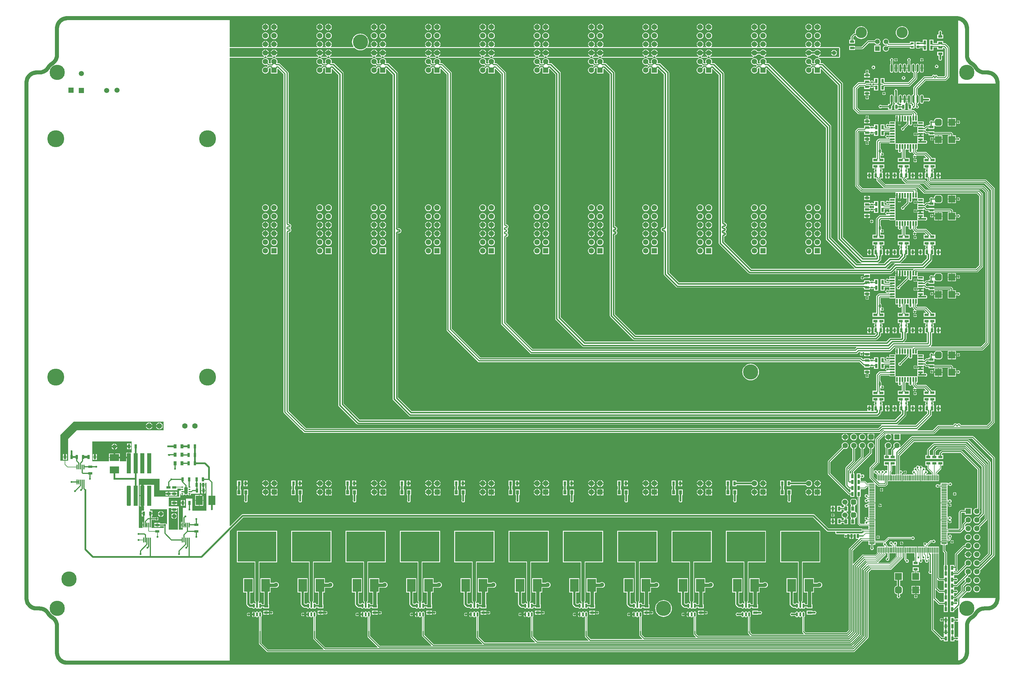
<source format=gtl>
G04*
G04 #@! TF.GenerationSoftware,Altium Limited,Altium Designer,20.1.10 (176)*
G04*
G04 Layer_Physical_Order=1*
G04 Layer_Color=255*
%FSLAX44Y44*%
%MOMM*%
G71*
G04*
G04 #@! TF.SameCoordinates,9A07C0F8-2EC5-444E-B81E-C5A403CEBA23*
G04*
G04*
G04 #@! TF.FilePolarity,Positive*
G04*
G01*
G75*
%ADD10C,0.2000*%
%ADD11C,0.2540*%
%ADD12C,0.2500*%
%ADD19C,1.2000*%
%ADD20C,1.2000*%
%ADD65C,0.4000*%
%ADD66C,0.3500*%
%ADD67R,0.8890X1.2700*%
%ADD68R,0.8000X1.3000*%
%ADD69R,2.5400X3.8100*%
%ADD70R,11.4300X8.8900*%
%ADD71O,0.5080X1.2700*%
%ADD72R,0.5080X1.2700*%
%ADD73R,1.3000X0.8000*%
G04:AMPARAMS|DCode=74|XSize=2mm|YSize=2mm|CornerRadius=0.5mm|HoleSize=0mm|Usage=FLASHONLY|Rotation=0.000|XOffset=0mm|YOffset=0mm|HoleType=Round|Shape=RoundedRectangle|*
%AMROUNDEDRECTD74*
21,1,2.0000,1.0000,0,0,0.0*
21,1,1.0000,2.0000,0,0,0.0*
1,1,1.0000,0.5000,-0.5000*
1,1,1.0000,-0.5000,-0.5000*
1,1,1.0000,-0.5000,0.5000*
1,1,1.0000,0.5000,0.5000*
%
%ADD74ROUNDEDRECTD74*%
%ADD75R,2.0000X2.0000*%
%ADD76R,0.5080X1.4224*%
%ADD77R,1.4224X0.5080*%
%ADD78R,1.6000X0.3500*%
%ADD79R,0.3500X1.6000*%
%ADD80O,0.3500X1.6000*%
G04:AMPARAMS|DCode=81|XSize=0.3mm|YSize=1.45mm|CornerRadius=0.075mm|HoleSize=0mm|Usage=FLASHONLY|Rotation=180.000|XOffset=0mm|YOffset=0mm|HoleType=Round|Shape=RoundedRectangle|*
%AMROUNDEDRECTD81*
21,1,0.3000,1.3000,0,0,180.0*
21,1,0.1500,1.4500,0,0,180.0*
1,1,0.1500,-0.0750,0.6500*
1,1,0.1500,0.0750,0.6500*
1,1,0.1500,0.0750,-0.6500*
1,1,0.1500,-0.0750,-0.6500*
%
%ADD81ROUNDEDRECTD81*%
%ADD82R,0.3000X1.4500*%
%ADD83R,1.1000X1.9000*%
%ADD84R,0.5000X0.4000*%
G04:AMPARAMS|DCode=85|XSize=0.4mm|YSize=0.5mm|CornerRadius=0.1mm|HoleSize=0mm|Usage=FLASHONLY|Rotation=90.000|XOffset=0mm|YOffset=0mm|HoleType=Round|Shape=RoundedRectangle|*
%AMROUNDEDRECTD85*
21,1,0.4000,0.3000,0,0,90.0*
21,1,0.2000,0.5000,0,0,90.0*
1,1,0.2000,0.1500,0.1000*
1,1,0.2000,0.1500,-0.1000*
1,1,0.2000,-0.1500,-0.1000*
1,1,0.2000,-0.1500,0.1000*
%
%ADD85ROUNDEDRECTD85*%
%ADD86R,2.8000X2.0000*%
G04:AMPARAMS|DCode=87|XSize=6mm|YSize=1.2mm|CornerRadius=0.3mm|HoleSize=0mm|Usage=FLASHONLY|Rotation=90.000|XOffset=0mm|YOffset=0mm|HoleType=Round|Shape=RoundedRectangle|*
%AMROUNDEDRECTD87*
21,1,6.0000,0.6000,0,0,90.0*
21,1,5.4000,1.2000,0,0,90.0*
1,1,0.6000,0.3000,2.7000*
1,1,0.6000,0.3000,-2.7000*
1,1,0.6000,-0.3000,-2.7000*
1,1,0.6000,-0.3000,2.7000*
%
%ADD87ROUNDEDRECTD87*%
%ADD88R,1.2000X6.0000*%
%ADD89R,2.0000X2.8000*%
%ADD90O,0.6000X2.3000*%
G04:AMPARAMS|DCode=91|XSize=2mm|YSize=2mm|CornerRadius=0.5mm|HoleSize=0mm|Usage=FLASHONLY|Rotation=90.000|XOffset=0mm|YOffset=0mm|HoleType=Round|Shape=RoundedRectangle|*
%AMROUNDEDRECTD91*
21,1,2.0000,1.0000,0,0,90.0*
21,1,1.0000,2.0000,0,0,90.0*
1,1,1.0000,0.5000,0.5000*
1,1,1.0000,0.5000,-0.5000*
1,1,1.0000,-0.5000,-0.5000*
1,1,1.0000,-0.5000,0.5000*
%
%ADD91ROUNDEDRECTD91*%
%ADD92R,2.0000X2.0000*%
G04:AMPARAMS|DCode=93|XSize=0.9mm|YSize=0.6mm|CornerRadius=0.15mm|HoleSize=0mm|Usage=FLASHONLY|Rotation=180.000|XOffset=0mm|YOffset=0mm|HoleType=Round|Shape=RoundedRectangle|*
%AMROUNDEDRECTD93*
21,1,0.9000,0.3000,0,0,180.0*
21,1,0.6000,0.6000,0,0,180.0*
1,1,0.3000,-0.3000,0.1500*
1,1,0.3000,0.3000,0.1500*
1,1,0.3000,0.3000,-0.1500*
1,1,0.3000,-0.3000,-0.1500*
%
%ADD93ROUNDEDRECTD93*%
%ADD94R,0.9000X0.6000*%
%ADD95C,0.5000*%
%ADD96C,0.3000*%
%ADD97C,0.7500*%
%ADD98C,0.7000*%
%ADD99C,1.0000*%
%ADD100C,1.6000*%
%ADD101R,1.6000X1.6000*%
%ADD102C,1.5000*%
%ADD103R,1.5000X1.5000*%
%ADD104C,1.5000*%
%ADD105R,1.5000X1.5000*%
%ADD106C,5.0000*%
%ADD107R,1.6000X1.6000*%
G04:AMPARAMS|DCode=108|XSize=1.524mm|YSize=1.524mm|CornerRadius=0.381mm|HoleSize=0mm|Usage=FLASHONLY|Rotation=180.000|XOffset=0mm|YOffset=0mm|HoleType=Round|Shape=RoundedRectangle|*
%AMROUNDEDRECTD108*
21,1,1.5240,0.7620,0,0,180.0*
21,1,0.7620,1.5240,0,0,180.0*
1,1,0.7620,-0.3810,0.3810*
1,1,0.7620,0.3810,0.3810*
1,1,0.7620,0.3810,-0.3810*
1,1,0.7620,-0.3810,-0.3810*
%
%ADD108ROUNDEDRECTD108*%
%ADD109C,1.5240*%
%ADD110C,3.3160*%
%ADD111C,1.4080*%
%ADD112R,1.4080X1.4080*%
%ADD113C,0.6000*%
%ADD114C,1.3000*%
%ADD115C,4.5000*%
G36*
X967135Y1815000D02*
X970851Y1811950D01*
X975107Y1809675D01*
X979726Y1808274D01*
X984529Y1807801D01*
X989331Y1808274D01*
X993950Y1809675D01*
X998206Y1811950D01*
X1001922Y1815000D01*
X2394750Y1815000D01*
X2394750Y1788000D01*
X2335017D01*
X2334420Y1791000D01*
X2335543Y1791465D01*
X2337632Y1793068D01*
X2339235Y1795157D01*
X2340243Y1797590D01*
X2340586Y1800200D01*
X2340243Y1802811D01*
X2339235Y1805243D01*
X2337632Y1807332D01*
X2335543Y1808935D01*
X2333111Y1809943D01*
X2330500Y1810286D01*
X2327890Y1809943D01*
X2325457Y1808935D01*
X2323368Y1807332D01*
X2321765Y1805243D01*
X2321577Y1804788D01*
X2314023D01*
X2313835Y1805243D01*
X2312232Y1807332D01*
X2310143Y1808935D01*
X2307711Y1809943D01*
X2305100Y1810286D01*
X2302489Y1809943D01*
X2300057Y1808935D01*
X2297968Y1807332D01*
X2296365Y1805243D01*
X2295357Y1802811D01*
X2295014Y1800200D01*
X2295357Y1797590D01*
X2296365Y1795157D01*
X2297968Y1793068D01*
X2300057Y1791465D01*
X2301180Y1791000D01*
X2300583Y1788000D01*
X2175017D01*
X2174420Y1791000D01*
X2175543Y1791465D01*
X2177632Y1793068D01*
X2179235Y1795157D01*
X2180243Y1797590D01*
X2180586Y1800200D01*
X2180243Y1802811D01*
X2179235Y1805243D01*
X2177632Y1807332D01*
X2175543Y1808935D01*
X2173111Y1809943D01*
X2170500Y1810286D01*
X2167890Y1809943D01*
X2165457Y1808935D01*
X2163368Y1807332D01*
X2161765Y1805243D01*
X2161577Y1804788D01*
X2154023D01*
X2153835Y1805243D01*
X2152232Y1807332D01*
X2150143Y1808935D01*
X2147711Y1809943D01*
X2145100Y1810286D01*
X2142489Y1809943D01*
X2140057Y1808935D01*
X2137968Y1807332D01*
X2136365Y1805243D01*
X2135358Y1802811D01*
X2135014Y1800200D01*
X2135358Y1797590D01*
X2136365Y1795157D01*
X2137968Y1793068D01*
X2140057Y1791465D01*
X2141180Y1791000D01*
X2140583Y1788000D01*
X2015017D01*
X2014420Y1791000D01*
X2015543Y1791465D01*
X2017632Y1793068D01*
X2019235Y1795157D01*
X2020243Y1797590D01*
X2020455Y1799200D01*
X2010500D01*
X2000545D01*
X2000757Y1797590D01*
X2001765Y1795157D01*
X2003368Y1793068D01*
X2005457Y1791465D01*
X2006580Y1791000D01*
X2005983Y1788000D01*
X1989617D01*
X1989020Y1791000D01*
X1990143Y1791465D01*
X1992232Y1793068D01*
X1993835Y1795157D01*
X1994843Y1797590D01*
X1995055Y1799200D01*
X1985100D01*
X1975145D01*
X1975357Y1797590D01*
X1976365Y1795157D01*
X1977968Y1793068D01*
X1980057Y1791465D01*
X1981180Y1791000D01*
X1980583Y1788000D01*
X1855017Y1788000D01*
X1854420Y1791000D01*
X1855543Y1791465D01*
X1857632Y1793068D01*
X1859235Y1795157D01*
X1860243Y1797590D01*
X1860455Y1799200D01*
X1850500D01*
X1840545D01*
X1840757Y1797590D01*
X1841765Y1795157D01*
X1843368Y1793068D01*
X1845457Y1791465D01*
X1846580Y1791000D01*
X1845983Y1788000D01*
X1829617D01*
X1829020Y1791000D01*
X1830143Y1791465D01*
X1832232Y1793068D01*
X1833835Y1795157D01*
X1834843Y1797590D01*
X1835055Y1799200D01*
X1825100D01*
X1815145D01*
X1815357Y1797590D01*
X1816365Y1795157D01*
X1817968Y1793068D01*
X1820057Y1791465D01*
X1821180Y1791000D01*
X1820583Y1788000D01*
X1695017D01*
X1694420Y1791000D01*
X1695543Y1791465D01*
X1697632Y1793068D01*
X1699235Y1795157D01*
X1700243Y1797590D01*
X1700455Y1799200D01*
X1690500D01*
X1680545D01*
X1680757Y1797590D01*
X1681765Y1795157D01*
X1683368Y1793068D01*
X1685457Y1791465D01*
X1686580Y1791000D01*
X1685983Y1788000D01*
X1669617D01*
X1669020Y1791000D01*
X1670143Y1791465D01*
X1672232Y1793068D01*
X1673835Y1795157D01*
X1674843Y1797590D01*
X1675055Y1799200D01*
X1665100D01*
X1655145D01*
X1655357Y1797590D01*
X1656365Y1795157D01*
X1657968Y1793068D01*
X1660057Y1791465D01*
X1661180Y1791000D01*
X1660583Y1788000D01*
X1535017D01*
X1534420Y1791000D01*
X1535543Y1791465D01*
X1537632Y1793068D01*
X1539235Y1795157D01*
X1540243Y1797590D01*
X1540455Y1799200D01*
X1530500D01*
X1520545D01*
X1520757Y1797590D01*
X1521765Y1795157D01*
X1523368Y1793068D01*
X1525457Y1791465D01*
X1526580Y1791000D01*
X1525983Y1788000D01*
X1509617D01*
X1509020Y1791000D01*
X1510143Y1791465D01*
X1512232Y1793068D01*
X1513835Y1795157D01*
X1514843Y1797590D01*
X1515055Y1799200D01*
X1505100D01*
X1495145D01*
X1495357Y1797590D01*
X1496365Y1795157D01*
X1497968Y1793068D01*
X1500057Y1791465D01*
X1501180Y1791000D01*
X1500583Y1788000D01*
X1375017D01*
X1374420Y1791000D01*
X1375543Y1791465D01*
X1377632Y1793068D01*
X1379235Y1795157D01*
X1380243Y1797590D01*
X1380455Y1799200D01*
X1370500D01*
X1360545D01*
X1360757Y1797590D01*
X1361765Y1795157D01*
X1363368Y1793068D01*
X1365457Y1791465D01*
X1366580Y1791000D01*
X1365983Y1788000D01*
X1349617D01*
X1349020Y1791000D01*
X1350143Y1791465D01*
X1352232Y1793068D01*
X1353835Y1795157D01*
X1354843Y1797590D01*
X1355055Y1799200D01*
X1345100D01*
X1335145D01*
X1335358Y1797590D01*
X1336365Y1795157D01*
X1337968Y1793068D01*
X1340057Y1791465D01*
X1341180Y1791000D01*
X1340583Y1788000D01*
X1215017D01*
X1214420Y1791000D01*
X1215543Y1791465D01*
X1217632Y1793068D01*
X1219235Y1795157D01*
X1220243Y1797590D01*
X1220455Y1799200D01*
X1210500D01*
X1200545D01*
X1200757Y1797590D01*
X1201765Y1795157D01*
X1203368Y1793068D01*
X1205457Y1791465D01*
X1206580Y1791000D01*
X1205983Y1788000D01*
X1189617D01*
X1189020Y1791000D01*
X1190143Y1791465D01*
X1192232Y1793068D01*
X1193835Y1795157D01*
X1194843Y1797590D01*
X1195055Y1799200D01*
X1185100D01*
X1175145D01*
X1175357Y1797590D01*
X1176365Y1795157D01*
X1177968Y1793068D01*
X1180057Y1791465D01*
X1181180Y1791000D01*
X1180583Y1788000D01*
X1055017D01*
X1054420Y1791000D01*
X1055543Y1791465D01*
X1057632Y1793068D01*
X1059235Y1795157D01*
X1060243Y1797590D01*
X1060455Y1799200D01*
X1050500D01*
X1040545D01*
X1040757Y1797590D01*
X1041765Y1795157D01*
X1043368Y1793068D01*
X1045457Y1791465D01*
X1046580Y1791000D01*
X1045983Y1788000D01*
X1029617D01*
X1029020Y1791000D01*
X1030143Y1791465D01*
X1032232Y1793068D01*
X1033835Y1795157D01*
X1034843Y1797590D01*
X1035055Y1799200D01*
X1025100D01*
X1015145D01*
X1015357Y1797590D01*
X1016365Y1795157D01*
X1017968Y1793068D01*
X1020057Y1791465D01*
X1021180Y1791000D01*
X1020583Y1788000D01*
X895017D01*
X894420Y1791000D01*
X895543Y1791465D01*
X897632Y1793068D01*
X899235Y1795157D01*
X900243Y1797590D01*
X900455Y1799200D01*
X890500D01*
X880545D01*
X880757Y1797590D01*
X881765Y1795157D01*
X883368Y1793068D01*
X885457Y1791465D01*
X886580Y1791000D01*
X885983Y1788000D01*
X869617D01*
X869020Y1791000D01*
X870143Y1791465D01*
X872232Y1793068D01*
X873835Y1795157D01*
X874843Y1797590D01*
X875055Y1799200D01*
X865100D01*
X855145D01*
X855357Y1797590D01*
X856365Y1795157D01*
X857968Y1793068D01*
X860057Y1791465D01*
X861180Y1791000D01*
X860583Y1788000D01*
X735017D01*
X734420Y1791000D01*
X735543Y1791465D01*
X737632Y1793068D01*
X739235Y1795157D01*
X740243Y1797590D01*
X740455Y1799200D01*
X730500D01*
X720545D01*
X720757Y1797590D01*
X721765Y1795157D01*
X723368Y1793068D01*
X725457Y1791465D01*
X726580Y1791000D01*
X725983Y1788000D01*
X709617D01*
X709020Y1791000D01*
X710143Y1791465D01*
X712232Y1793068D01*
X713835Y1795157D01*
X714843Y1797590D01*
X715055Y1799200D01*
X705100D01*
X695145D01*
X695357Y1797590D01*
X696365Y1795157D01*
X697968Y1793068D01*
X700057Y1791465D01*
X701180Y1791000D01*
X700583Y1788000D01*
X600000D01*
X600000Y1815000D01*
X967135D01*
D02*
G37*
G36*
X2745249Y1902420D02*
Y1710000D01*
X2859827Y1710000D01*
X2861029Y1708500D01*
Y193240D01*
X2860449Y193000D01*
X2755327D01*
X2754754Y194386D01*
X2771025Y210657D01*
X2771989Y210257D01*
X2774600Y209914D01*
X2777210Y210257D01*
X2779643Y211265D01*
X2781732Y212868D01*
X2783335Y214957D01*
X2784343Y217390D01*
X2784686Y220000D01*
X2784343Y222610D01*
X2783335Y225043D01*
X2781732Y227132D01*
X2779643Y228735D01*
X2777210Y229743D01*
X2774600Y230086D01*
X2771989Y229743D01*
X2769557Y228735D01*
X2767468Y227132D01*
X2765865Y225043D01*
X2764857Y222610D01*
X2764514Y220000D01*
X2764857Y217390D01*
X2765679Y215405D01*
X2744727Y194452D01*
X2743953Y193295D01*
X2743681Y191929D01*
Y182238D01*
X2742181Y181638D01*
X2740951Y182460D01*
X2739000Y182848D01*
X2737049Y182460D01*
X2735395Y181355D01*
X2734058Y181821D01*
X2733500Y182379D01*
X2733500Y186000D01*
X2733450Y187479D01*
Y191431D01*
X2738000D01*
X2739366Y191703D01*
X2740523Y192477D01*
X2759523Y211477D01*
X2760297Y212634D01*
X2760569Y214000D01*
Y226322D01*
X2770515Y236268D01*
X2771989Y235657D01*
X2774600Y235314D01*
X2777210Y235657D01*
X2779643Y236665D01*
X2781732Y238268D01*
X2783335Y240357D01*
X2784343Y242789D01*
X2784686Y245400D01*
X2784343Y248011D01*
X2783335Y250443D01*
X2781732Y252532D01*
X2779643Y254135D01*
X2777210Y255143D01*
X2774600Y255486D01*
X2773511Y255343D01*
X2772810Y256764D01*
X2774885Y258838D01*
X2775658Y259996D01*
X2775833Y260876D01*
X2777210Y261057D01*
X2779643Y262065D01*
X2781732Y263668D01*
X2783335Y265757D01*
X2784343Y268190D01*
X2784686Y270800D01*
X2784343Y273410D01*
X2783335Y275843D01*
X2781732Y277932D01*
X2779643Y279535D01*
X2777210Y280543D01*
X2774600Y280886D01*
X2771989Y280543D01*
X2769557Y279535D01*
X2767468Y277932D01*
X2765865Y275843D01*
X2764857Y273410D01*
X2764514Y270800D01*
X2764857Y268190D01*
X2765865Y265757D01*
X2767468Y263668D01*
X2767784Y263426D01*
X2767882Y261929D01*
X2739522Y233569D01*
X2733450D01*
Y237521D01*
X2733500Y239000D01*
X2733500Y239979D01*
Y243931D01*
X2735371D01*
X2735395Y243895D01*
X2737049Y242790D01*
X2739000Y242402D01*
X2740951Y242790D01*
X2742605Y243895D01*
X2743710Y245549D01*
X2744098Y247500D01*
X2743710Y249451D01*
X2742605Y251105D01*
X2740951Y252210D01*
X2739000Y252598D01*
X2737049Y252210D01*
X2735395Y251105D01*
X2734058Y251571D01*
X2733500Y252129D01*
X2733500Y256000D01*
X2733450Y257479D01*
Y261431D01*
X2743400D01*
X2744766Y261703D01*
X2745923Y262477D01*
X2770515Y287068D01*
X2771989Y286457D01*
X2774600Y286114D01*
X2777210Y286457D01*
X2779643Y287465D01*
X2781732Y289068D01*
X2783335Y291157D01*
X2784343Y293589D01*
X2784686Y296200D01*
X2784343Y298811D01*
X2783335Y301243D01*
X2781732Y303332D01*
X2779643Y304935D01*
X2777210Y305943D01*
X2774600Y306286D01*
X2771989Y305943D01*
X2769557Y304935D01*
X2767468Y303332D01*
X2765865Y301243D01*
X2764857Y298811D01*
X2764514Y296200D01*
X2764857Y293589D01*
X2765468Y292115D01*
X2741922Y268569D01*
X2733450D01*
Y272107D01*
X2734950Y272562D01*
X2735395Y271895D01*
X2737049Y270790D01*
X2739000Y270402D01*
X2740951Y270790D01*
X2742605Y271895D01*
X2743710Y273549D01*
X2744098Y275500D01*
X2743710Y277451D01*
X2742605Y279105D01*
X2742569Y279129D01*
Y283074D01*
Y320272D01*
X2763578Y341282D01*
X2766383D01*
X2767468Y339868D01*
X2769557Y338265D01*
X2771989Y337257D01*
X2774600Y336914D01*
X2777210Y337257D01*
X2779643Y338265D01*
X2781732Y339868D01*
X2783335Y341957D01*
X2784343Y344389D01*
X2784686Y347000D01*
X2784343Y349610D01*
X2783335Y352043D01*
X2781732Y354132D01*
X2779643Y355735D01*
X2777210Y356743D01*
X2774600Y357086D01*
X2771989Y356743D01*
X2769557Y355735D01*
X2767468Y354132D01*
X2765865Y352043D01*
X2764857Y349610D01*
X2764701Y348419D01*
X2762100D01*
X2760734Y348147D01*
X2759577Y347373D01*
X2736477Y324273D01*
X2735703Y323116D01*
X2735432Y321750D01*
Y287319D01*
X2733500D01*
Y291000D01*
X2721500D01*
Y274979D01*
X2721450Y273500D01*
X2721450Y272521D01*
Y257479D01*
X2721450Y256500D01*
X2721500Y255021D01*
Y239979D01*
X2721450Y238500D01*
X2721450Y237521D01*
Y222479D01*
X2721450Y221500D01*
X2721500Y220021D01*
Y204979D01*
X2721450Y203500D01*
X2721450Y202521D01*
Y187479D01*
X2721450Y186500D01*
X2721500Y185021D01*
Y169000D01*
X2721500D01*
X2721450Y168500D01*
X2721450D01*
X2721450Y167521D01*
Y151500D01*
X2733450D01*
Y157124D01*
X2734193D01*
X2735558Y157396D01*
X2736716Y158169D01*
X2743864Y165317D01*
X2745250Y164743D01*
Y133766D01*
X2743927Y133059D01*
X2743701Y133210D01*
X2741750Y133598D01*
X2739799Y133210D01*
X2738145Y132105D01*
X2738121Y132069D01*
X2734050D01*
Y137000D01*
X2722050D01*
Y120000D01*
X2722050D01*
X2722000Y118833D01*
X2722000D01*
X2722000Y118521D01*
Y101833D01*
X2722000D01*
Y100667D01*
X2722000D01*
Y83667D01*
X2722000D01*
Y82500D01*
X2722000D01*
Y65500D01*
X2734000D01*
Y69931D01*
X2738121D01*
X2738145Y69895D01*
X2739799Y68790D01*
X2741750Y68402D01*
X2743701Y68790D01*
X2743927Y68941D01*
X2745250Y68234D01*
X2745250Y2420D01*
X600000Y2420D01*
Y391261D01*
X639901Y431162D01*
X2317350D01*
X2358006Y390506D01*
X2359494Y389511D01*
X2361250Y389162D01*
X2383183D01*
X2383983Y387662D01*
X2383652Y386000D01*
X2384040Y384049D01*
X2385145Y382395D01*
X2386799Y381290D01*
X2388750Y380902D01*
X2390701Y381290D01*
X2390883Y381412D01*
X2410400D01*
X2410855Y379912D01*
X2410395Y379605D01*
X2409290Y377951D01*
X2409101Y377000D01*
X2418899D01*
X2418710Y377951D01*
X2417605Y379605D01*
X2417145Y379912D01*
X2417600Y381412D01*
X2424750D01*
Y377000D01*
X2436750D01*
Y381412D01*
X2443750D01*
Y367500D01*
X2450494D01*
X2451068Y366114D01*
X2424487Y339534D01*
X2423714Y338376D01*
X2423611Y337859D01*
X2423581Y337814D01*
X2423309Y336449D01*
Y99066D01*
X2416062Y91819D01*
X2296728D01*
X2292584Y95963D01*
Y137774D01*
X2292798Y137917D01*
X2293802Y139419D01*
X2294154Y141190D01*
Y148810D01*
X2293802Y150581D01*
X2292798Y152083D01*
X2291296Y153087D01*
X2289525Y153439D01*
X2287754Y153087D01*
X2286252Y152083D01*
X2285596Y151101D01*
X2285567Y151090D01*
X2283958D01*
X2283929Y151101D01*
X2283273Y152083D01*
X2281771Y153087D01*
X2280000Y153439D01*
X2278229Y153087D01*
X2276727Y152083D01*
X2276071Y151101D01*
X2276042Y151090D01*
X2274433D01*
X2274404Y151101D01*
X2273748Y152083D01*
X2272246Y153087D01*
X2270475Y153439D01*
X2268704Y153087D01*
X2267202Y152083D01*
X2266198Y150581D01*
X2266001Y149588D01*
X2257133D01*
X2256951Y149710D01*
X2255000Y150098D01*
X2253049Y149710D01*
X2251395Y148605D01*
X2250290Y146951D01*
X2249902Y145000D01*
X2250290Y143049D01*
X2251395Y141395D01*
X2253049Y140290D01*
X2255000Y139902D01*
X2256951Y140290D01*
X2257133Y140412D01*
X2266001D01*
X2266198Y139419D01*
X2267202Y137917D01*
X2268704Y136913D01*
X2270475Y136561D01*
X2272246Y136913D01*
X2273748Y137917D01*
X2274404Y138899D01*
X2274433Y138910D01*
X2276042D01*
X2276071Y138899D01*
X2276727Y137917D01*
X2278229Y136913D01*
X2280000Y136561D01*
X2281771Y136913D01*
X2283273Y137917D01*
X2283929Y138899D01*
X2283958Y138910D01*
X2285567D01*
X2285596Y138899D01*
X2286252Y137917D01*
X2286466Y137774D01*
Y95697D01*
X2286228Y95341D01*
X2285956Y93975D01*
X2286228Y92609D01*
X2287002Y91452D01*
X2290249Y88204D01*
X2289675Y86819D01*
X2138978D01*
X2133094Y92703D01*
Y95475D01*
X2132822Y96841D01*
X2132584Y97197D01*
Y137774D01*
X2132798Y137917D01*
X2133802Y139419D01*
X2134154Y141190D01*
Y148810D01*
X2133802Y150581D01*
X2132798Y152083D01*
X2131296Y153087D01*
X2129525Y153439D01*
X2127754Y153087D01*
X2126252Y152083D01*
X2125596Y151101D01*
X2125567Y151090D01*
X2123958D01*
X2123929Y151101D01*
X2123273Y152083D01*
X2121771Y153087D01*
X2120000Y153439D01*
X2118229Y153087D01*
X2116727Y152083D01*
X2116071Y151101D01*
X2116042Y151090D01*
X2114433D01*
X2114404Y151101D01*
X2113748Y152083D01*
X2112246Y153087D01*
X2110475Y153439D01*
X2108704Y153087D01*
X2107202Y152083D01*
X2106198Y150581D01*
X2106001Y149588D01*
X2097133D01*
X2096951Y149710D01*
X2095000Y150098D01*
X2093049Y149710D01*
X2091395Y148605D01*
X2090290Y146951D01*
X2089902Y145000D01*
X2090290Y143049D01*
X2091395Y141395D01*
X2093049Y140290D01*
X2095000Y139902D01*
X2096951Y140290D01*
X2097133Y140412D01*
X2106001D01*
X2106198Y139419D01*
X2107202Y137917D01*
X2108704Y136913D01*
X2110475Y136561D01*
X2112246Y136913D01*
X2113748Y137917D01*
X2114404Y138899D01*
X2114433Y138910D01*
X2116042D01*
X2116071Y138899D01*
X2116727Y137917D01*
X2118229Y136913D01*
X2120000Y136561D01*
X2121771Y136913D01*
X2123273Y137917D01*
X2123929Y138899D01*
X2123958Y138910D01*
X2125567D01*
X2125596Y138899D01*
X2126252Y137917D01*
X2126466Y137774D01*
Y97197D01*
X2126228Y96841D01*
X2125956Y95475D01*
Y91225D01*
X2126228Y89859D01*
X2127002Y88702D01*
X2132499Y83204D01*
X2131925Y81819D01*
X1979478D01*
X1973094Y88203D01*
Y95475D01*
X1972822Y96841D01*
X1972584Y97197D01*
Y137774D01*
X1972798Y137917D01*
X1973802Y139419D01*
X1974154Y141190D01*
Y148810D01*
X1973802Y150581D01*
X1972798Y152083D01*
X1971296Y153087D01*
X1969525Y153439D01*
X1967754Y153087D01*
X1966252Y152083D01*
X1965596Y151101D01*
X1965567Y151090D01*
X1963958D01*
X1963929Y151101D01*
X1963273Y152083D01*
X1961771Y153087D01*
X1960000Y153439D01*
X1958229Y153087D01*
X1956727Y152083D01*
X1956071Y151101D01*
X1956042Y151090D01*
X1954433D01*
X1954404Y151101D01*
X1953748Y152083D01*
X1952246Y153087D01*
X1951475Y153240D01*
Y145000D01*
Y136760D01*
X1952246Y136913D01*
X1953748Y137917D01*
X1954404Y138899D01*
X1954433Y138910D01*
X1956042D01*
X1956071Y138899D01*
X1956727Y137917D01*
X1958229Y136913D01*
X1960000Y136561D01*
X1961771Y136913D01*
X1963273Y137917D01*
X1963929Y138899D01*
X1963958Y138910D01*
X1965567D01*
X1965596Y138899D01*
X1966252Y137917D01*
X1966466Y137774D01*
Y97197D01*
X1966228Y96841D01*
X1965956Y95475D01*
Y86725D01*
X1966228Y85360D01*
X1967002Y84202D01*
X1972999Y78204D01*
X1972425Y76819D01*
X1822228D01*
X1813094Y85953D01*
Y95475D01*
X1812822Y96841D01*
X1812584Y97197D01*
Y137774D01*
X1812798Y137917D01*
X1813802Y139419D01*
X1814154Y141190D01*
Y148810D01*
X1813802Y150581D01*
X1812798Y152083D01*
X1811296Y153087D01*
X1809525Y153439D01*
X1807754Y153087D01*
X1806252Y152083D01*
X1805596Y151101D01*
X1805567Y151090D01*
X1803958D01*
X1803929Y151101D01*
X1803273Y152083D01*
X1801771Y153087D01*
X1800000Y153439D01*
X1798229Y153087D01*
X1796727Y152083D01*
X1796071Y151101D01*
X1796042Y151090D01*
X1794433D01*
X1794404Y151101D01*
X1793748Y152083D01*
X1792246Y153087D01*
X1791475Y153240D01*
Y145000D01*
Y136760D01*
X1792246Y136913D01*
X1793748Y137917D01*
X1794404Y138899D01*
X1794433Y138910D01*
X1796042D01*
X1796071Y138899D01*
X1796727Y137917D01*
X1798229Y136913D01*
X1800000Y136561D01*
X1801771Y136913D01*
X1803273Y137917D01*
X1803929Y138899D01*
X1803958Y138910D01*
X1805567D01*
X1805596Y138899D01*
X1806252Y137917D01*
X1806466Y137774D01*
Y97197D01*
X1806228Y96841D01*
X1805956Y95475D01*
Y84475D01*
X1806228Y83110D01*
X1807002Y81952D01*
X1815749Y73204D01*
X1815175Y71819D01*
X1663228D01*
X1653094Y81953D01*
Y95475D01*
X1652822Y96841D01*
X1652584Y97197D01*
Y137774D01*
X1652798Y137917D01*
X1653802Y139419D01*
X1654154Y141190D01*
Y148810D01*
X1653802Y150581D01*
X1652798Y152083D01*
X1651296Y153087D01*
X1649525Y153439D01*
X1647754Y153087D01*
X1646252Y152083D01*
X1645596Y151101D01*
X1645567Y151090D01*
X1643958D01*
X1643929Y151101D01*
X1643273Y152083D01*
X1641771Y153087D01*
X1640000Y153439D01*
X1638229Y153087D01*
X1636727Y152083D01*
X1636071Y151101D01*
X1636042Y151090D01*
X1634433D01*
X1634404Y151101D01*
X1633748Y152083D01*
X1632246Y153087D01*
X1631475Y153240D01*
Y145000D01*
Y136760D01*
X1632246Y136913D01*
X1633748Y137917D01*
X1634404Y138899D01*
X1634433Y138910D01*
X1636042D01*
X1636071Y138899D01*
X1636727Y137917D01*
X1638229Y136913D01*
X1640000Y136561D01*
X1641771Y136913D01*
X1643273Y137917D01*
X1643929Y138899D01*
X1643958Y138910D01*
X1645567D01*
X1645596Y138899D01*
X1646252Y137917D01*
X1646466Y137774D01*
Y97197D01*
X1646228Y96841D01*
X1645956Y95475D01*
Y80475D01*
X1646228Y79109D01*
X1647002Y77952D01*
X1656749Y68204D01*
X1656175Y66819D01*
X1506228D01*
X1493094Y79953D01*
Y95475D01*
X1492822Y96841D01*
X1492584Y97197D01*
Y137774D01*
X1492798Y137917D01*
X1493802Y139419D01*
X1494154Y141190D01*
Y148810D01*
X1493802Y150581D01*
X1492798Y152083D01*
X1491296Y153087D01*
X1489525Y153439D01*
X1487754Y153087D01*
X1486252Y152083D01*
X1485596Y151101D01*
X1485567Y151090D01*
X1483958D01*
X1483929Y151101D01*
X1483273Y152083D01*
X1481771Y153087D01*
X1480000Y153439D01*
X1478229Y153087D01*
X1476727Y152083D01*
X1476071Y151101D01*
X1476042Y151090D01*
X1474433D01*
X1474404Y151101D01*
X1473748Y152083D01*
X1472246Y153087D01*
X1471475Y153240D01*
Y145000D01*
Y136760D01*
X1472246Y136913D01*
X1473748Y137917D01*
X1474404Y138899D01*
X1474433Y138910D01*
X1476042D01*
X1476071Y138899D01*
X1476727Y137917D01*
X1478229Y136913D01*
X1480000Y136561D01*
X1481771Y136913D01*
X1483273Y137917D01*
X1483929Y138899D01*
X1483958Y138910D01*
X1485567D01*
X1485596Y138899D01*
X1486252Y137917D01*
X1486466Y137774D01*
Y97197D01*
X1486228Y96841D01*
X1485956Y95475D01*
Y78475D01*
X1486228Y77109D01*
X1487002Y75952D01*
X1499749Y63204D01*
X1499175Y61819D01*
X1350478D01*
X1333094Y79203D01*
Y95475D01*
X1332822Y96841D01*
X1332584Y97197D01*
Y137774D01*
X1332798Y137917D01*
X1333802Y139419D01*
X1334154Y141190D01*
Y148810D01*
X1333802Y150581D01*
X1332798Y152083D01*
X1331296Y153087D01*
X1329525Y153439D01*
X1327754Y153087D01*
X1326252Y152083D01*
X1325596Y151101D01*
X1325567Y151090D01*
X1323958D01*
X1323929Y151101D01*
X1323273Y152083D01*
X1321771Y153087D01*
X1320000Y153439D01*
X1318229Y153087D01*
X1316727Y152083D01*
X1316071Y151101D01*
X1316042Y151090D01*
X1314433D01*
X1314404Y151101D01*
X1313748Y152083D01*
X1312246Y153087D01*
X1311475Y153240D01*
Y145000D01*
Y136760D01*
X1312246Y136913D01*
X1313748Y137917D01*
X1314404Y138899D01*
X1314433Y138910D01*
X1316042D01*
X1316071Y138899D01*
X1316727Y137917D01*
X1318229Y136913D01*
X1320000Y136561D01*
X1321771Y136913D01*
X1323273Y137917D01*
X1323929Y138899D01*
X1323958Y138910D01*
X1325567D01*
X1325596Y138899D01*
X1326252Y137917D01*
X1326466Y137774D01*
Y97197D01*
X1326228Y96841D01*
X1325956Y95475D01*
Y77725D01*
X1326228Y76359D01*
X1327002Y75202D01*
X1343999Y58204D01*
X1343425Y56819D01*
X1200478D01*
X1173093Y84203D01*
Y95475D01*
X1172822Y96841D01*
X1172584Y97197D01*
Y137774D01*
X1172798Y137917D01*
X1173802Y139419D01*
X1174154Y141190D01*
Y148810D01*
X1173802Y150581D01*
X1172798Y152083D01*
X1171296Y153087D01*
X1169525Y153439D01*
X1167754Y153087D01*
X1166252Y152083D01*
X1165596Y151101D01*
X1165567Y151090D01*
X1163958D01*
X1163929Y151101D01*
X1163273Y152083D01*
X1161771Y153087D01*
X1160000Y153439D01*
X1158229Y153087D01*
X1156727Y152083D01*
X1156071Y151101D01*
X1156042Y151090D01*
X1154433D01*
X1154404Y151101D01*
X1153748Y152083D01*
X1152246Y153087D01*
X1151475Y153240D01*
Y145000D01*
Y136760D01*
X1152246Y136913D01*
X1153748Y137917D01*
X1154404Y138899D01*
X1154433Y138910D01*
X1156042D01*
X1156071Y138899D01*
X1156727Y137917D01*
X1158229Y136913D01*
X1160000Y136561D01*
X1161771Y136913D01*
X1163273Y137917D01*
X1163929Y138899D01*
X1163958Y138910D01*
X1165567D01*
X1165596Y138899D01*
X1166252Y137917D01*
X1166466Y137774D01*
Y97197D01*
X1166228Y96841D01*
X1165956Y95475D01*
Y82725D01*
X1166228Y81359D01*
X1167002Y80202D01*
X1193999Y53204D01*
X1193425Y51819D01*
X1042228D01*
X1013094Y80953D01*
Y95475D01*
X1012822Y96841D01*
X1012584Y97197D01*
Y137774D01*
X1012798Y137917D01*
X1013802Y139419D01*
X1014154Y141190D01*
Y148810D01*
X1013802Y150581D01*
X1012798Y152083D01*
X1011296Y153087D01*
X1009525Y153439D01*
X1007754Y153087D01*
X1006252Y152083D01*
X1005596Y151101D01*
X1005567Y151090D01*
X1003958D01*
X1003929Y151101D01*
X1003273Y152083D01*
X1001771Y153087D01*
X1000000Y153439D01*
X998229Y153087D01*
X996727Y152083D01*
X996071Y151101D01*
X996042Y151090D01*
X994433D01*
X994404Y151101D01*
X993748Y152083D01*
X992246Y153087D01*
X991475Y153240D01*
Y145000D01*
Y136760D01*
X992246Y136913D01*
X993748Y137917D01*
X994404Y138899D01*
X994433Y138910D01*
X996042D01*
X996071Y138899D01*
X996727Y137917D01*
X998229Y136913D01*
X1000000Y136561D01*
X1001771Y136913D01*
X1003273Y137917D01*
X1003929Y138899D01*
X1003958Y138910D01*
X1005567D01*
X1005596Y138899D01*
X1006252Y137917D01*
X1006466Y137774D01*
Y97197D01*
X1006228Y96841D01*
X1005956Y95475D01*
Y79475D01*
X1006228Y78109D01*
X1007002Y76952D01*
X1035749Y48204D01*
X1035175Y46819D01*
X881991D01*
X853094Y75716D01*
Y95475D01*
X852822Y96841D01*
X852584Y97197D01*
Y137774D01*
X852798Y137917D01*
X853802Y139419D01*
X854154Y141190D01*
Y148810D01*
X853802Y150581D01*
X852798Y152083D01*
X851296Y153087D01*
X849525Y153439D01*
X847754Y153087D01*
X846252Y152083D01*
X845596Y151101D01*
X845567Y151090D01*
X843958D01*
X843929Y151101D01*
X843273Y152083D01*
X841771Y153087D01*
X840000Y153439D01*
X838229Y153087D01*
X836727Y152083D01*
X836071Y151101D01*
X836042Y151090D01*
X834433D01*
X834404Y151101D01*
X833748Y152083D01*
X832246Y153087D01*
X831475Y153240D01*
Y145000D01*
Y136760D01*
X832246Y136913D01*
X833748Y137917D01*
X834404Y138899D01*
X834433Y138910D01*
X836042D01*
X836071Y138899D01*
X836727Y137917D01*
X838229Y136913D01*
X840000Y136561D01*
X841771Y136913D01*
X843273Y137917D01*
X843929Y138899D01*
X843958Y138910D01*
X845567D01*
X845596Y138899D01*
X846252Y137917D01*
X846466Y137774D01*
Y97197D01*
X846228Y96841D01*
X845956Y95475D01*
Y74237D01*
X846228Y72872D01*
X847002Y71714D01*
X876261Y42454D01*
X875687Y41069D01*
X712659D01*
X693094Y60634D01*
Y95475D01*
X692822Y96841D01*
X692584Y97197D01*
Y137774D01*
X692798Y137917D01*
X693802Y139419D01*
X694154Y141190D01*
Y148810D01*
X693802Y150581D01*
X692798Y152083D01*
X691296Y153087D01*
X689525Y153439D01*
X687754Y153087D01*
X686252Y152083D01*
X685596Y151101D01*
X685567Y151090D01*
X683958D01*
X683929Y151101D01*
X683273Y152083D01*
X681771Y153087D01*
X680000Y153439D01*
X678229Y153087D01*
X676727Y152083D01*
X676071Y151101D01*
X676042Y151090D01*
X674433D01*
X674404Y151101D01*
X673748Y152083D01*
X672246Y153087D01*
X671475Y153240D01*
Y145000D01*
Y136760D01*
X672246Y136913D01*
X673748Y137917D01*
X674404Y138899D01*
X674433Y138910D01*
X676042D01*
X676071Y138899D01*
X676727Y137917D01*
X678229Y136913D01*
X680000Y136561D01*
X681771Y136913D01*
X683273Y137917D01*
X683929Y138899D01*
X683958Y138910D01*
X685567D01*
X685596Y138899D01*
X686252Y137917D01*
X686466Y137774D01*
Y97197D01*
X686228Y96841D01*
X685956Y95475D01*
Y59156D01*
X686228Y57790D01*
X687002Y56632D01*
X708657Y34977D01*
X709815Y34203D01*
X711181Y33931D01*
X2437500D01*
X2438866Y34203D01*
X2440023Y34977D01*
X2479534Y74487D01*
X2480308Y75645D01*
X2480579Y77011D01*
Y268033D01*
X2488841Y276294D01*
X2546219D01*
X2546219Y276294D01*
X2547390Y276527D01*
X2548382Y277190D01*
X2582163Y310971D01*
X2582163Y310971D01*
X2582826Y311964D01*
X2583059Y313134D01*
X2583059Y313134D01*
Y322500D01*
X2583059Y322500D01*
X2583059Y322500D01*
Y325000D01*
X2584000D01*
Y335000D01*
Y345000D01*
X2563059D01*
Y350530D01*
X2563605Y350895D01*
X2564710Y352549D01*
X2565098Y354500D01*
X2564710Y356451D01*
X2563605Y358105D01*
X2561951Y359210D01*
X2560000Y359598D01*
X2558049Y359210D01*
X2556395Y358105D01*
X2555290Y356451D01*
X2554902Y354500D01*
X2555015Y353932D01*
X2553633Y353193D01*
X2552470Y354356D01*
X2552598Y355000D01*
X2552210Y356951D01*
X2551105Y358605D01*
X2549451Y359710D01*
X2547500Y360098D01*
X2545549Y359710D01*
X2543895Y358605D01*
X2542790Y356951D01*
X2542402Y355000D01*
X2542790Y353049D01*
X2543895Y351395D01*
X2545549Y350290D01*
X2547500Y349902D01*
X2548144Y350030D01*
X2551674Y346500D01*
X2551297Y345000D01*
X2539224D01*
X2538059Y345750D01*
X2537826Y346921D01*
X2537163Y347913D01*
X2534178Y350897D01*
X2534348Y351750D01*
X2533960Y353701D01*
X2532855Y355355D01*
X2532224Y355776D01*
X2532033Y357707D01*
X2540865Y366539D01*
X2608030D01*
X2608395Y365993D01*
X2610049Y364888D01*
X2612000Y364500D01*
X2613951Y364888D01*
X2615605Y365993D01*
X2616710Y367647D01*
X2617098Y369598D01*
X2616710Y371549D01*
X2615605Y373202D01*
X2613951Y374308D01*
X2612000Y374696D01*
X2610049Y374308D01*
X2608395Y373202D01*
X2608030Y372656D01*
X2539598D01*
X2538427Y372424D01*
X2537435Y371760D01*
X2537435Y371760D01*
X2527483Y361809D01*
X2501250D01*
Y375000D01*
Y385000D01*
Y395000D01*
Y405000D01*
Y415000D01*
Y422750D01*
X2491250D01*
Y424750D01*
X2501250D01*
Y425000D01*
Y435000D01*
Y445000D01*
Y455000D01*
Y465000D01*
Y472750D01*
X2491250D01*
X2481250D01*
Y471809D01*
X2479485D01*
X2478315Y471576D01*
X2477322Y470913D01*
X2477322Y470913D01*
X2476216Y469806D01*
X2474750Y470098D01*
X2472799Y469710D01*
X2471145Y468605D01*
X2470040Y466951D01*
X2469652Y465000D01*
X2470040Y463049D01*
X2471145Y461395D01*
X2472799Y460290D01*
X2474750Y459902D01*
X2476701Y460290D01*
X2478355Y461395D01*
X2479460Y463049D01*
X2479527Y463384D01*
X2479750Y463479D01*
X2481250Y462485D01*
Y450000D01*
Y440000D01*
Y427816D01*
X2479750Y427668D01*
X2479445Y429201D01*
X2478340Y430855D01*
X2476686Y431960D01*
X2475735Y432149D01*
Y427250D01*
X2474735D01*
Y426250D01*
X2469836D01*
X2470025Y425299D01*
X2471130Y423645D01*
X2472784Y422540D01*
X2473747Y422349D01*
X2474435Y420682D01*
X2474323Y420516D01*
X2472784Y420210D01*
X2471130Y419105D01*
X2470025Y417451D01*
X2469637Y415500D01*
X2470025Y413549D01*
X2470353Y413059D01*
X2469551Y411559D01*
X2457767D01*
X2455559Y413767D01*
Y491500D01*
X2458500D01*
Y508500D01*
X2458500D01*
Y509000D01*
X2458500D01*
Y514441D01*
X2470000D01*
X2470000Y514441D01*
X2471171Y514674D01*
X2472163Y515337D01*
X2477517Y520691D01*
X2481250D01*
Y515000D01*
Y505000D01*
Y494890D01*
X2479750Y494742D01*
X2479460Y496201D01*
X2478355Y497855D01*
X2476701Y498960D01*
X2474750Y499348D01*
X2472799Y498960D01*
X2471145Y497855D01*
X2470040Y496201D01*
X2469652Y494250D01*
X2470040Y492299D01*
X2471145Y490645D01*
X2472799Y489540D01*
X2474750Y489152D01*
X2475186Y489239D01*
X2476542Y487882D01*
X2476305Y486278D01*
X2475026Y485293D01*
X2474750Y485348D01*
X2472799Y484960D01*
X2471145Y483855D01*
X2470040Y482201D01*
X2469652Y480250D01*
X2470040Y478299D01*
X2471145Y476645D01*
X2472799Y475540D01*
X2474750Y475152D01*
X2476701Y475540D01*
X2478355Y476645D01*
X2479460Y478299D01*
X2479750Y479758D01*
X2481250Y479610D01*
Y474750D01*
X2491250D01*
X2501250D01*
Y475000D01*
Y485000D01*
Y495000D01*
Y505000D01*
Y515000D01*
Y528047D01*
X2502636Y528621D01*
X2508096Y523161D01*
X2509171Y522443D01*
X2510439Y522190D01*
X2529895D01*
X2531164Y522443D01*
X2532239Y523161D01*
X2536843Y527765D01*
X2537561Y528840D01*
X2537814Y530108D01*
Y536515D01*
X2538061Y536886D01*
X2538184Y537500D01*
X2579000D01*
Y547500D01*
Y557500D01*
X2578059D01*
Y559412D01*
X2578701Y559540D01*
X2580355Y560645D01*
X2581460Y562299D01*
X2581848Y564250D01*
X2581460Y566201D01*
X2580355Y567855D01*
X2578701Y568960D01*
X2576750Y569348D01*
X2575069Y569013D01*
X2573569Y569804D01*
Y611451D01*
X2615549Y653431D01*
X2772272D01*
X2833431Y592272D01*
Y324728D01*
X2810238Y301535D01*
X2809880Y301465D01*
X2808340Y301758D01*
X2807132Y303332D01*
X2805043Y304935D01*
X2802610Y305943D01*
X2800000Y306286D01*
X2797390Y305943D01*
X2794957Y304935D01*
X2792868Y303332D01*
X2791265Y301243D01*
X2790258Y298811D01*
X2789914Y296200D01*
X2790258Y293589D01*
X2791265Y291157D01*
X2792868Y289068D01*
X2794957Y287465D01*
X2797390Y286457D01*
X2800000Y286114D01*
X2802610Y286457D01*
X2805043Y287465D01*
X2807132Y289068D01*
X2808735Y291157D01*
X2809674Y293424D01*
X2810743D01*
X2812108Y293696D01*
X2813266Y294469D01*
X2839523Y320727D01*
X2840297Y321884D01*
X2840569Y323250D01*
Y593750D01*
X2840297Y595116D01*
X2839523Y596273D01*
X2776273Y659523D01*
X2775116Y660297D01*
X2773750Y660569D01*
X2614071D01*
X2612705Y660297D01*
X2611548Y659523D01*
X2569955Y617930D01*
X2568569Y618504D01*
Y621022D01*
X2610978Y663431D01*
X2787022D01*
X2846181Y604272D01*
Y322028D01*
X2804085Y279932D01*
X2802610Y280543D01*
X2800000Y280886D01*
X2797390Y280543D01*
X2794957Y279535D01*
X2792868Y277932D01*
X2791265Y275843D01*
X2790258Y273410D01*
X2789914Y270800D01*
X2790258Y268190D01*
X2791265Y265757D01*
X2792868Y263668D01*
X2794957Y262065D01*
X2797390Y261057D01*
X2800000Y260714D01*
X2802610Y261057D01*
X2805043Y262065D01*
X2807132Y263668D01*
X2808735Y265757D01*
X2809743Y268190D01*
X2810086Y270800D01*
X2809743Y273410D01*
X2809132Y274885D01*
X2852273Y318027D01*
X2853047Y319184D01*
X2853318Y320550D01*
Y605750D01*
X2853047Y607116D01*
X2852273Y608273D01*
X2791023Y669523D01*
X2789866Y670297D01*
X2788500Y670569D01*
X2609500D01*
X2608134Y670297D01*
X2606977Y669523D01*
X2574929Y637476D01*
X2573658Y638326D01*
X2574343Y639979D01*
X2574686Y642590D01*
X2574343Y645201D01*
X2573335Y647633D01*
X2571732Y649722D01*
X2569643Y651325D01*
X2567210Y652333D01*
X2564600Y652676D01*
X2561989Y652333D01*
X2559557Y651325D01*
X2557468Y649722D01*
X2555865Y647633D01*
X2554857Y645201D01*
X2554514Y642590D01*
X2554857Y639979D01*
X2555612Y638158D01*
X2549977Y632523D01*
X2549203Y631366D01*
X2548931Y630000D01*
Y616061D01*
X2547871Y615000D01*
X2544000Y615000D01*
X2542500Y615000D01*
X2538569D01*
Y631950D01*
X2539200Y632504D01*
X2541810Y632847D01*
X2544243Y633855D01*
X2546332Y635458D01*
X2547935Y637547D01*
X2548943Y639979D01*
X2549286Y642590D01*
X2548943Y645201D01*
X2547935Y647633D01*
X2546332Y649722D01*
X2544243Y651325D01*
X2541810Y652333D01*
X2539200Y652676D01*
X2536590Y652333D01*
X2534157Y651325D01*
X2532068Y649722D01*
X2530465Y647633D01*
X2529458Y645201D01*
X2529114Y642590D01*
X2529458Y639979D01*
X2530465Y637547D01*
X2531655Y635996D01*
X2531431Y634872D01*
Y615000D01*
X2526500D01*
Y603000D01*
X2542500D01*
X2543500Y603000D01*
X2545000Y603000D01*
X2559931D01*
X2561000Y603000D01*
X2561431Y601679D01*
Y597321D01*
X2561000Y596000D01*
X2544000D01*
Y596000D01*
X2543500D01*
Y596000D01*
X2526500D01*
Y584000D01*
X2536941D01*
Y570267D01*
X2535441Y569465D01*
X2534701Y569960D01*
X2532750Y570348D01*
X2530799Y569960D01*
X2529145Y568855D01*
X2528489Y567873D01*
X2526761D01*
X2526105Y568855D01*
X2524451Y569960D01*
X2522500Y570348D01*
X2520549Y569960D01*
X2518895Y568855D01*
X2518239Y567873D01*
X2516511D01*
X2515855Y568855D01*
X2514201Y569960D01*
X2513250Y570149D01*
Y565250D01*
X2511250D01*
Y570149D01*
X2510299Y569960D01*
X2508645Y568855D01*
X2507989Y567873D01*
X2506261D01*
X2505605Y568855D01*
X2503951Y569960D01*
X2502000Y570348D01*
X2500049Y569960D01*
X2498395Y568855D01*
X2497290Y567201D01*
X2496902Y565250D01*
X2497290Y563299D01*
X2498395Y561645D01*
X2500049Y560540D01*
X2502000Y560152D01*
X2502644Y560280D01*
X2506250Y556674D01*
Y542703D01*
X2504864Y542129D01*
X2495314Y551680D01*
Y573628D01*
X2511843Y590157D01*
X2512561Y591232D01*
X2512814Y592500D01*
Y658764D01*
X2530575Y676524D01*
X2531290Y676416D01*
X2531589Y675919D01*
X2531833Y674816D01*
X2530465Y673033D01*
X2529458Y670601D01*
X2529245Y668990D01*
X2539200D01*
X2549155D01*
X2548943Y670601D01*
X2547935Y673033D01*
X2546332Y675122D01*
X2545899Y675454D01*
X2546409Y676954D01*
X2554600D01*
Y657990D01*
X2574600D01*
Y676954D01*
X2673632D01*
X2674900Y677206D01*
X2675975Y677925D01*
X2689987Y691936D01*
X2832750D01*
X2834018Y692189D01*
X2835093Y692907D01*
X2851626Y709439D01*
X2852344Y710514D01*
X2852596Y711783D01*
Y1399581D01*
X2852344Y1400849D01*
X2851626Y1401924D01*
X2827207Y1426343D01*
X2826132Y1427061D01*
X2824864Y1427314D01*
X2665641D01*
Y1430513D01*
X2665724Y1430530D01*
X2674154D01*
Y1447530D01*
X2671468D01*
Y1449731D01*
X2671759Y1449925D01*
X2672864Y1451579D01*
X2673252Y1453530D01*
X2672864Y1455481D01*
X2671759Y1457135D01*
X2671468Y1457329D01*
Y1459800D01*
X2677924D01*
Y1471800D01*
X2660924D01*
Y1471800D01*
X2660384D01*
Y1471800D01*
X2643384D01*
Y1459800D01*
X2649840D01*
Y1457329D01*
X2649549Y1457135D01*
X2648444Y1455481D01*
X2648056Y1453530D01*
X2648444Y1451579D01*
X2649549Y1449925D01*
X2649840Y1449731D01*
Y1447530D01*
X2647154D01*
Y1430530D01*
X2654186D01*
Y1423928D01*
X2654438Y1422659D01*
X2655157Y1421584D01*
X2659584Y1417157D01*
X2660659Y1416439D01*
X2661927Y1416186D01*
X2821628D01*
X2841469Y1396345D01*
Y715019D01*
X2829514Y703064D01*
X2752749D01*
X2752417Y704730D01*
X2751147Y706632D01*
X2749245Y707903D01*
X2747001Y708349D01*
X2744757Y707903D01*
X2742921Y706676D01*
X2742520Y706475D01*
X2741483D01*
X2741081Y706676D01*
X2739245Y707903D01*
X2737001Y708349D01*
X2734757Y707903D01*
X2732856Y706632D01*
X2731585Y704730D01*
X2731253Y703064D01*
X2686750D01*
X2685482Y702811D01*
X2684407Y702093D01*
X2670395Y688081D01*
X2625677D01*
X2625447Y688368D01*
X2625633Y690296D01*
X2626489Y691153D01*
X2626703Y691296D01*
X2666308Y730900D01*
X2667137Y732141D01*
X2667427Y733604D01*
Y743927D01*
X2668304D01*
X2668673Y744000D01*
X2674104D01*
Y761000D01*
X2671418D01*
Y763201D01*
X2671709Y763395D01*
X2672814Y765049D01*
X2673202Y767000D01*
X2672814Y768951D01*
X2671709Y770605D01*
X2671418Y770799D01*
Y773270D01*
X2677874D01*
Y785270D01*
X2660874D01*
Y785270D01*
X2660334D01*
Y785270D01*
X2643334D01*
Y773270D01*
X2649790D01*
Y770799D01*
X2649499Y770605D01*
X2648394Y768951D01*
X2648006Y767000D01*
X2648394Y765049D01*
X2649499Y763395D01*
X2649790Y763201D01*
Y761000D01*
X2647104D01*
Y744000D01*
X2653781D01*
Y737673D01*
X2619931Y703823D01*
X2566567D01*
X2566112Y705323D01*
X2566544Y705613D01*
X2591000Y730068D01*
X2591000Y730068D01*
X2591884Y731391D01*
X2592195Y732952D01*
Y744000D01*
X2598250D01*
Y761000D01*
X2595564D01*
Y763201D01*
X2595855Y763395D01*
X2596960Y765049D01*
X2597348Y767000D01*
X2596960Y768951D01*
X2595855Y770605D01*
X2595564Y770799D01*
Y773270D01*
X2601970D01*
Y785270D01*
X2584970D01*
Y785270D01*
X2584530D01*
Y785270D01*
X2567530D01*
Y773270D01*
X2573936D01*
Y770799D01*
X2573645Y770605D01*
X2572540Y768951D01*
X2572152Y767000D01*
X2572540Y765049D01*
X2573645Y763395D01*
X2573936Y763201D01*
Y761000D01*
X2571250D01*
Y744000D01*
X2577422D01*
Y737382D01*
X2559231Y719191D01*
X982327D01*
X935328Y766189D01*
Y1740206D01*
X935328Y1740207D01*
X935018Y1741767D01*
X934134Y1743090D01*
X934134Y1743091D01*
X908490Y1768734D01*
X907167Y1769618D01*
X905607Y1769928D01*
X904046Y1769618D01*
X903755Y1769423D01*
X900720D01*
X899718Y1770923D01*
X900243Y1772189D01*
X900586Y1774800D01*
X900243Y1777410D01*
X899235Y1779843D01*
X897632Y1781932D01*
X895543Y1783535D01*
X893111Y1784543D01*
X890500Y1784886D01*
X887889Y1784543D01*
X885457Y1783535D01*
X883368Y1781932D01*
X881765Y1779843D01*
X880757Y1777410D01*
X880414Y1774800D01*
X880757Y1772189D01*
X881592Y1770173D01*
X880889Y1768673D01*
X876634D01*
X874337Y1770970D01*
X874843Y1772189D01*
X875186Y1774800D01*
X874843Y1777410D01*
X873835Y1779843D01*
X872232Y1781932D01*
X870143Y1783535D01*
X867710Y1784543D01*
X865100Y1784886D01*
X862489Y1784543D01*
X860057Y1783535D01*
X857968Y1781932D01*
X856365Y1779843D01*
X855357Y1777410D01*
X855014Y1774800D01*
X855357Y1772189D01*
X856365Y1769757D01*
X857968Y1767668D01*
X860057Y1766065D01*
X862489Y1765057D01*
X865100Y1764714D01*
X867710Y1765057D01*
X868930Y1765563D01*
X871385Y1763108D01*
X872304Y1762100D01*
X871385Y1761092D01*
X868930Y1758637D01*
X867710Y1759143D01*
X865100Y1759486D01*
X862489Y1759143D01*
X860057Y1758135D01*
X857968Y1756532D01*
X856365Y1754443D01*
X855357Y1752010D01*
X855014Y1749400D01*
X855357Y1746790D01*
X856365Y1744357D01*
X857968Y1742268D01*
X860057Y1740665D01*
X862489Y1739657D01*
X865100Y1739314D01*
X867710Y1739657D01*
X870143Y1740665D01*
X872232Y1742268D01*
X873835Y1744357D01*
X874843Y1746790D01*
X875186Y1749400D01*
X874843Y1752010D01*
X874337Y1753230D01*
X876634Y1755527D01*
X880451D01*
X880500Y1755281D01*
Y1739400D01*
X900500D01*
Y1752623D01*
X901886Y1753197D01*
X919672Y1735411D01*
Y761394D01*
X919672Y761393D01*
X919982Y759833D01*
X920866Y758510D01*
X973334Y706041D01*
X973334Y706041D01*
X974658Y705157D01*
X976134Y704864D01*
X976336Y704728D01*
X977897Y704418D01*
X2518748D01*
X2519203Y702918D01*
X2518882Y702704D01*
X2518025Y701847D01*
X2517811Y701704D01*
X2509931Y693823D01*
X824834D01*
X773023Y745634D01*
X773059Y1237301D01*
X773066Y1263467D01*
X773066Y1263467D01*
X773066Y1263468D01*
X773068Y1271177D01*
X774447D01*
X774673Y1271221D01*
X776209Y1271424D01*
X777851Y1272104D01*
X779261Y1273186D01*
X780343Y1274596D01*
X781023Y1276238D01*
X781255Y1278000D01*
X781023Y1279762D01*
X780343Y1281404D01*
X779261Y1282814D01*
X778948Y1283055D01*
Y1284945D01*
X779261Y1285186D01*
X780343Y1286596D01*
X781023Y1288238D01*
X781255Y1290000D01*
X781023Y1291762D01*
X780343Y1293404D01*
X779261Y1294814D01*
X777851Y1295896D01*
X776209Y1296576D01*
X774673Y1296778D01*
X774447Y1296823D01*
X774133D01*
X773132Y1297825D01*
X773073Y1298323D01*
X773073Y1299999D01*
X773073Y1300000D01*
X773073Y1300000D01*
X773073Y1741499D01*
X772782Y1742963D01*
X771954Y1744203D01*
X747853Y1768304D01*
X746613Y1769132D01*
X745150Y1769423D01*
X740721D01*
X739718Y1770923D01*
X740243Y1772189D01*
X740586Y1774800D01*
X740243Y1777410D01*
X739235Y1779843D01*
X737632Y1781932D01*
X735543Y1783535D01*
X733111Y1784543D01*
X730500Y1784886D01*
X727889Y1784543D01*
X725457Y1783535D01*
X723368Y1781932D01*
X721765Y1779843D01*
X720757Y1777410D01*
X720414Y1774800D01*
X720757Y1772189D01*
X721592Y1770173D01*
X720889Y1768673D01*
X716634D01*
X714337Y1770970D01*
X714843Y1772189D01*
X715186Y1774800D01*
X714843Y1777410D01*
X713835Y1779843D01*
X712232Y1781932D01*
X710143Y1783535D01*
X707710Y1784543D01*
X705100Y1784886D01*
X702489Y1784543D01*
X700057Y1783535D01*
X697968Y1781932D01*
X696365Y1779843D01*
X695357Y1777410D01*
X695014Y1774800D01*
X695357Y1772189D01*
X696365Y1769757D01*
X697968Y1767668D01*
X700057Y1766065D01*
X702489Y1765057D01*
X705100Y1764714D01*
X707710Y1765057D01*
X708930Y1765563D01*
X711385Y1763108D01*
X712304Y1762100D01*
X711385Y1761092D01*
X708930Y1758637D01*
X707710Y1759143D01*
X705100Y1759486D01*
X702489Y1759143D01*
X700057Y1758135D01*
X697968Y1756532D01*
X696365Y1754443D01*
X695357Y1752010D01*
X695014Y1749400D01*
X695357Y1746790D01*
X696365Y1744357D01*
X697968Y1742268D01*
X700057Y1740665D01*
X702489Y1739657D01*
X705100Y1739314D01*
X707710Y1739657D01*
X710143Y1740665D01*
X712232Y1742268D01*
X713835Y1744357D01*
X714843Y1746790D01*
X715186Y1749400D01*
X714843Y1752010D01*
X714337Y1753230D01*
X716634Y1755527D01*
X720451D01*
X720500Y1755281D01*
Y1739400D01*
X740500D01*
Y1752822D01*
X742000Y1753443D01*
X758427Y1737016D01*
Y1266395D01*
Y1242402D01*
X758376Y1242149D01*
Y741151D01*
X758667Y739688D01*
X759496Y738447D01*
X808197Y689746D01*
X809438Y688917D01*
X810689Y688668D01*
X818061Y681296D01*
X819302Y680468D01*
X820765Y680177D01*
X2514000D01*
X2515463Y680468D01*
X2516704Y681296D01*
X2524584Y689177D01*
X2526022D01*
X2526205Y688660D01*
X2526271Y687677D01*
X2525425Y687111D01*
X2502657Y664343D01*
X2501939Y663268D01*
X2501686Y662000D01*
Y595737D01*
X2485157Y579207D01*
X2484439Y578132D01*
X2484186Y576864D01*
Y548443D01*
X2484439Y547175D01*
X2485157Y546100D01*
X2497371Y533886D01*
X2496797Y532500D01*
X2481250D01*
Y531809D01*
X2477517D01*
X2472163Y537163D01*
X2471171Y537826D01*
X2470000Y538059D01*
X2470000Y538059D01*
X2458500D01*
X2458500Y543500D01*
X2458500Y545000D01*
Y548283D01*
X2459459Y548704D01*
X2460000Y548825D01*
X2461549Y547790D01*
X2463500Y547402D01*
X2465451Y547790D01*
X2467105Y548895D01*
X2468210Y550549D01*
X2468598Y552500D01*
X2468210Y554451D01*
X2467105Y556105D01*
X2465451Y557210D01*
X2463500Y557598D01*
X2461549Y557210D01*
X2460000Y556175D01*
X2459459Y556296D01*
X2458500Y556717D01*
Y561000D01*
X2446500D01*
Y545000D01*
X2446500Y544000D01*
X2446500Y542500D01*
Y526500D01*
X2446500D01*
Y526000D01*
X2446500D01*
Y509000D01*
X2446500D01*
Y508500D01*
X2446500D01*
Y491500D01*
X2449441D01*
Y412500D01*
X2449441Y412500D01*
X2449674Y411329D01*
X2450337Y410337D01*
X2454337Y406337D01*
X2454337Y406337D01*
X2455329Y405674D01*
X2456500Y405441D01*
X2456500Y405441D01*
X2481250D01*
Y396809D01*
X2462118D01*
X2461994Y396994D01*
X2460506Y397989D01*
X2458750Y398338D01*
X2363150D01*
X2322494Y438994D01*
X2321006Y439989D01*
X2319250Y440338D01*
X638000D01*
X636244Y439989D01*
X634756Y438994D01*
X601386Y405624D01*
X600000Y406198D01*
X600000Y1785961D01*
X700583D01*
X700780Y1786000D01*
X700981D01*
X701166Y1786077D01*
X701363Y1786116D01*
X701530Y1786228D01*
X701716Y1786304D01*
X701858Y1786447D01*
X702025Y1786558D01*
X702136Y1786725D01*
X702278Y1786867D01*
X702355Y1787053D01*
X702467Y1787220D01*
X702506Y1787417D01*
X702583Y1787602D01*
X703134Y1790373D01*
X705100Y1790114D01*
X707066Y1790373D01*
X707617Y1787602D01*
X707694Y1787417D01*
X707733Y1787220D01*
X707845Y1787053D01*
X707922Y1786867D01*
X708064Y1786725D01*
X708175Y1786558D01*
X708342Y1786447D01*
X708484Y1786304D01*
X708670Y1786228D01*
X708837Y1786116D01*
X709034Y1786077D01*
X709219Y1786000D01*
X709420D01*
X709617Y1785961D01*
X725983D01*
X726180Y1786000D01*
X726381D01*
X726566Y1786077D01*
X726763Y1786116D01*
X726930Y1786228D01*
X727116Y1786304D01*
X727258Y1786447D01*
X727425Y1786558D01*
X727536Y1786725D01*
X727678Y1786867D01*
X727755Y1787053D01*
X727867Y1787220D01*
X727906Y1787417D01*
X727983Y1787602D01*
X728534Y1790373D01*
X730500Y1790114D01*
X732466Y1790373D01*
X733017Y1787602D01*
X733094Y1787417D01*
X733133Y1787220D01*
X733245Y1787053D01*
X733322Y1786867D01*
X733464Y1786725D01*
X733575Y1786558D01*
X733742Y1786447D01*
X733884Y1786304D01*
X734070Y1786228D01*
X734237Y1786116D01*
X734434Y1786077D01*
X734619Y1786000D01*
X734820D01*
X735017Y1785961D01*
X860583D01*
X860780Y1786000D01*
X860981D01*
X861166Y1786077D01*
X861363Y1786116D01*
X861530Y1786228D01*
X861716Y1786304D01*
X861858Y1786447D01*
X862025Y1786558D01*
X862136Y1786725D01*
X862278Y1786867D01*
X862355Y1787053D01*
X862467Y1787220D01*
X862506Y1787417D01*
X862583Y1787602D01*
X863134Y1790373D01*
X865100Y1790114D01*
X867066Y1790373D01*
X867617Y1787602D01*
X867694Y1787417D01*
X867733Y1787220D01*
X867845Y1787053D01*
X867922Y1786867D01*
X868064Y1786725D01*
X868175Y1786558D01*
X868342Y1786447D01*
X868484Y1786304D01*
X868670Y1786228D01*
X868837Y1786116D01*
X869034Y1786077D01*
X869219Y1786000D01*
X869420D01*
X869617Y1785961D01*
X885983D01*
X886180Y1786000D01*
X886381D01*
X886566Y1786077D01*
X886763Y1786116D01*
X886930Y1786228D01*
X887116Y1786304D01*
X887258Y1786447D01*
X887425Y1786558D01*
X887536Y1786725D01*
X887678Y1786867D01*
X887755Y1787053D01*
X887867Y1787220D01*
X887906Y1787417D01*
X887983Y1787602D01*
X888534Y1790373D01*
X890500Y1790114D01*
X892466Y1790373D01*
X893017Y1787602D01*
X893094Y1787417D01*
X893133Y1787220D01*
X893245Y1787053D01*
X893322Y1786867D01*
X893464Y1786725D01*
X893575Y1786558D01*
X893742Y1786447D01*
X893884Y1786304D01*
X894070Y1786228D01*
X894237Y1786116D01*
X894434Y1786077D01*
X894619Y1786000D01*
X894820D01*
X895017Y1785961D01*
X1020583D01*
X1020780Y1786000D01*
X1020981D01*
X1021166Y1786077D01*
X1021363Y1786116D01*
X1021530Y1786228D01*
X1021716Y1786304D01*
X1021858Y1786447D01*
X1022025Y1786558D01*
X1022136Y1786725D01*
X1022278Y1786867D01*
X1022355Y1787053D01*
X1022467Y1787220D01*
X1022506Y1787417D01*
X1022583Y1787602D01*
X1023134Y1790373D01*
X1025100Y1790114D01*
X1027066Y1790373D01*
X1027617Y1787602D01*
X1027694Y1787417D01*
X1027733Y1787220D01*
X1027845Y1787053D01*
X1027922Y1786867D01*
X1028064Y1786725D01*
X1028175Y1786558D01*
X1028342Y1786447D01*
X1028484Y1786304D01*
X1028670Y1786228D01*
X1028837Y1786116D01*
X1029034Y1786077D01*
X1029219Y1786000D01*
X1029420D01*
X1029617Y1785961D01*
X1045983D01*
X1046180Y1786000D01*
X1046381D01*
X1046566Y1786077D01*
X1046763Y1786116D01*
X1046930Y1786228D01*
X1047116Y1786304D01*
X1047258Y1786447D01*
X1047425Y1786558D01*
X1047536Y1786725D01*
X1047678Y1786867D01*
X1047755Y1787053D01*
X1047867Y1787220D01*
X1047906Y1787417D01*
X1047983Y1787602D01*
X1048534Y1790373D01*
X1050500Y1790114D01*
X1052466Y1790373D01*
X1053017Y1787602D01*
X1053094Y1787417D01*
X1053133Y1787220D01*
X1053245Y1787053D01*
X1053322Y1786867D01*
X1053464Y1786725D01*
X1053575Y1786558D01*
X1053742Y1786446D01*
X1053884Y1786304D01*
X1054070Y1786228D01*
X1054237Y1786116D01*
X1054434Y1786077D01*
X1054619Y1786000D01*
X1054820D01*
X1055017Y1785961D01*
X1180583D01*
X1180780Y1786000D01*
X1180981D01*
X1181166Y1786077D01*
X1181363Y1786116D01*
X1181530Y1786228D01*
X1181716Y1786304D01*
X1181858Y1786446D01*
X1182025Y1786558D01*
X1182136Y1786725D01*
X1182278Y1786867D01*
X1182355Y1787053D01*
X1182467Y1787220D01*
X1182506Y1787417D01*
X1182583Y1787602D01*
X1183134Y1790373D01*
X1185100Y1790114D01*
X1187066Y1790373D01*
X1187617Y1787602D01*
X1187694Y1787417D01*
X1187733Y1787220D01*
X1187845Y1787053D01*
X1187922Y1786867D01*
X1188064Y1786725D01*
X1188175Y1786558D01*
X1188342Y1786446D01*
X1188484Y1786304D01*
X1188670Y1786228D01*
X1188837Y1786116D01*
X1189034Y1786077D01*
X1189219Y1786000D01*
X1189420D01*
X1189617Y1785961D01*
X1205983D01*
X1206180Y1786000D01*
X1206381D01*
X1206566Y1786077D01*
X1206763Y1786116D01*
X1206930Y1786228D01*
X1207116Y1786304D01*
X1207258Y1786446D01*
X1207425Y1786558D01*
X1207536Y1786725D01*
X1207678Y1786867D01*
X1207755Y1787053D01*
X1207867Y1787220D01*
X1207906Y1787417D01*
X1207983Y1787602D01*
X1208534Y1790373D01*
X1210500Y1790114D01*
X1212466Y1790373D01*
X1213017Y1787602D01*
X1213094Y1787417D01*
X1213133Y1787220D01*
X1213245Y1787053D01*
X1213322Y1786867D01*
X1213464Y1786725D01*
X1213575Y1786558D01*
X1213742Y1786446D01*
X1213884Y1786304D01*
X1214070Y1786228D01*
X1214237Y1786116D01*
X1214434Y1786077D01*
X1214619Y1786000D01*
X1214820D01*
X1215017Y1785961D01*
X1340583D01*
X1340780Y1786000D01*
X1340981D01*
X1341166Y1786077D01*
X1341363Y1786116D01*
X1341530Y1786228D01*
X1341716Y1786304D01*
X1341858Y1786446D01*
X1342025Y1786558D01*
X1342137Y1786725D01*
X1342278Y1786867D01*
X1342355Y1787053D01*
X1342467Y1787220D01*
X1342506Y1787417D01*
X1342583Y1787602D01*
X1343134Y1790373D01*
X1345100Y1790114D01*
X1347066Y1790373D01*
X1347617Y1787602D01*
X1347694Y1787417D01*
X1347733Y1787220D01*
X1347845Y1787053D01*
X1347922Y1786867D01*
X1348064Y1786725D01*
X1348175Y1786558D01*
X1348342Y1786446D01*
X1348484Y1786304D01*
X1348670Y1786228D01*
X1348837Y1786116D01*
X1349034Y1786077D01*
X1349219Y1786000D01*
X1349420D01*
X1349617Y1785961D01*
X1365983D01*
X1366180Y1786000D01*
X1366381D01*
X1366566Y1786077D01*
X1366763Y1786116D01*
X1366930Y1786228D01*
X1367116Y1786304D01*
X1367258Y1786446D01*
X1367425Y1786558D01*
X1367536Y1786725D01*
X1367679Y1786867D01*
X1367755Y1787053D01*
X1367867Y1787220D01*
X1367906Y1787417D01*
X1367983Y1787602D01*
X1368534Y1790373D01*
X1370500Y1790114D01*
X1372466Y1790373D01*
X1373017Y1787602D01*
X1373094Y1787417D01*
X1373133Y1787220D01*
X1373245Y1787053D01*
X1373322Y1786867D01*
X1373464Y1786725D01*
X1373575Y1786558D01*
X1373742Y1786446D01*
X1373884Y1786304D01*
X1374070Y1786228D01*
X1374237Y1786116D01*
X1374434Y1786077D01*
X1374619Y1786000D01*
X1374820D01*
X1375017Y1785961D01*
X1500583D01*
X1500780Y1786000D01*
X1500981D01*
X1501166Y1786077D01*
X1501363Y1786116D01*
X1501530Y1786228D01*
X1501716Y1786304D01*
X1501858Y1786446D01*
X1502025Y1786558D01*
X1502137Y1786725D01*
X1502278Y1786867D01*
X1502355Y1787053D01*
X1502467Y1787220D01*
X1502506Y1787417D01*
X1502583Y1787602D01*
X1503134Y1790373D01*
X1505100Y1790114D01*
X1507066Y1790373D01*
X1507617Y1787602D01*
X1507694Y1787417D01*
X1507733Y1787220D01*
X1507845Y1787053D01*
X1507922Y1786867D01*
X1508064Y1786725D01*
X1508175Y1786558D01*
X1508342Y1786446D01*
X1508484Y1786304D01*
X1508670Y1786228D01*
X1508837Y1786116D01*
X1509034Y1786077D01*
X1509219Y1786000D01*
X1509420D01*
X1509617Y1785961D01*
X1525983D01*
X1526180Y1786000D01*
X1526381D01*
X1526566Y1786077D01*
X1526763Y1786116D01*
X1526930Y1786228D01*
X1527116Y1786304D01*
X1527258Y1786446D01*
X1527425Y1786558D01*
X1527536Y1786725D01*
X1527679Y1786867D01*
X1527755Y1787053D01*
X1527867Y1787220D01*
X1527906Y1787417D01*
X1527983Y1787602D01*
X1528534Y1790373D01*
X1530500Y1790114D01*
X1532466Y1790373D01*
X1533017Y1787602D01*
X1533094Y1787417D01*
X1533133Y1787220D01*
X1533245Y1787053D01*
X1533322Y1786867D01*
X1533464Y1786725D01*
X1533575Y1786558D01*
X1533742Y1786446D01*
X1533884Y1786304D01*
X1534070Y1786228D01*
X1534237Y1786116D01*
X1534434Y1786077D01*
X1534619Y1786000D01*
X1534820D01*
X1535017Y1785961D01*
X1660583D01*
X1660780Y1786000D01*
X1660981D01*
X1661166Y1786077D01*
X1661363Y1786116D01*
X1661530Y1786228D01*
X1661716Y1786304D01*
X1661858Y1786446D01*
X1662025Y1786558D01*
X1662137Y1786725D01*
X1662278Y1786867D01*
X1662355Y1787053D01*
X1662467Y1787220D01*
X1662506Y1787417D01*
X1662583Y1787602D01*
X1663134Y1790373D01*
X1665100Y1790114D01*
X1667066Y1790373D01*
X1667617Y1787602D01*
X1667694Y1787417D01*
X1667733Y1787220D01*
X1667845Y1787053D01*
X1667922Y1786867D01*
X1668064Y1786725D01*
X1668175Y1786558D01*
X1668342Y1786446D01*
X1668484Y1786304D01*
X1668670Y1786228D01*
X1668837Y1786116D01*
X1669034Y1786077D01*
X1669219Y1786000D01*
X1669420D01*
X1669617Y1785961D01*
X1685983D01*
X1686180Y1786000D01*
X1686381D01*
X1686566Y1786077D01*
X1686763Y1786116D01*
X1686930Y1786228D01*
X1687116Y1786304D01*
X1687258Y1786446D01*
X1687425Y1786558D01*
X1687536Y1786725D01*
X1687679Y1786867D01*
X1687755Y1787053D01*
X1687867Y1787220D01*
X1687906Y1787417D01*
X1687983Y1787602D01*
X1688534Y1790373D01*
X1690500Y1790114D01*
X1692466Y1790373D01*
X1693017Y1787602D01*
X1693094Y1787417D01*
X1693133Y1787220D01*
X1693245Y1787053D01*
X1693322Y1786867D01*
X1693463Y1786725D01*
X1693575Y1786558D01*
X1693742Y1786446D01*
X1693884Y1786304D01*
X1694070Y1786228D01*
X1694237Y1786116D01*
X1694434Y1786077D01*
X1694619Y1786000D01*
X1694820D01*
X1695017Y1785961D01*
X1820583D01*
X1820780Y1786000D01*
X1820981D01*
X1821166Y1786077D01*
X1821363Y1786116D01*
X1821530Y1786228D01*
X1821716Y1786304D01*
X1821858Y1786446D01*
X1822025Y1786558D01*
X1822137Y1786725D01*
X1822278Y1786867D01*
X1822355Y1787053D01*
X1822467Y1787220D01*
X1822506Y1787417D01*
X1822583Y1787602D01*
X1823134Y1790373D01*
X1825100Y1790114D01*
X1827066Y1790373D01*
X1827617Y1787602D01*
X1827694Y1787417D01*
X1827733Y1787220D01*
X1827845Y1787053D01*
X1827921Y1786867D01*
X1828064Y1786725D01*
X1828175Y1786558D01*
X1828342Y1786446D01*
X1828484Y1786304D01*
X1828670Y1786228D01*
X1828837Y1786116D01*
X1829034Y1786077D01*
X1829219Y1786000D01*
X1829420D01*
X1829617Y1785961D01*
X1845983D01*
X1846180Y1786000D01*
X1846381D01*
X1846566Y1786077D01*
X1846763Y1786116D01*
X1846930Y1786228D01*
X1847116Y1786304D01*
X1847258Y1786446D01*
X1847425Y1786558D01*
X1847536Y1786725D01*
X1847679Y1786867D01*
X1847755Y1787053D01*
X1847867Y1787220D01*
X1847906Y1787417D01*
X1847983Y1787602D01*
X1848534Y1790373D01*
X1850500Y1790114D01*
X1852466Y1790373D01*
X1853017Y1787602D01*
X1853094Y1787417D01*
X1853133Y1787220D01*
X1853245Y1787053D01*
X1853322Y1786867D01*
X1853463Y1786725D01*
X1853575Y1786558D01*
X1853742Y1786446D01*
X1853884Y1786304D01*
X1854070Y1786228D01*
X1854237Y1786116D01*
X1854434Y1786077D01*
X1854619Y1786000D01*
X1854820D01*
X1855017Y1785961D01*
X1980583Y1785961D01*
X1980780Y1786000D01*
X1980981D01*
X1981166Y1786077D01*
X1981363Y1786116D01*
X1981530Y1786228D01*
X1981716Y1786304D01*
X1981858Y1786446D01*
X1982025Y1786558D01*
X1982137Y1786725D01*
X1982278Y1786867D01*
X1982355Y1787053D01*
X1982467Y1787220D01*
X1982506Y1787417D01*
X1982583Y1787602D01*
X1983134Y1790373D01*
X1985100Y1790114D01*
X1987066Y1790373D01*
X1987617Y1787602D01*
X1987694Y1787417D01*
X1987733Y1787220D01*
X1987845Y1787053D01*
X1987922Y1786867D01*
X1988064Y1786725D01*
X1988175Y1786558D01*
X1988342Y1786446D01*
X1988484Y1786304D01*
X1988670Y1786228D01*
X1988837Y1786116D01*
X1989034Y1786077D01*
X1989219Y1786000D01*
X1989420D01*
X1989617Y1785961D01*
X2005983D01*
X2006180Y1786000D01*
X2006381D01*
X2006566Y1786077D01*
X2006763Y1786116D01*
X2006930Y1786228D01*
X2007116Y1786304D01*
X2007258Y1786446D01*
X2007425Y1786558D01*
X2007536Y1786725D01*
X2007679Y1786867D01*
X2007755Y1787053D01*
X2007867Y1787220D01*
X2007906Y1787417D01*
X2007983Y1787602D01*
X2008534Y1790373D01*
X2010500Y1790114D01*
X2012466Y1790373D01*
X2013017Y1787602D01*
X2013094Y1787417D01*
X2013133Y1787220D01*
X2013245Y1787053D01*
X2013322Y1786867D01*
X2013463Y1786725D01*
X2013575Y1786558D01*
X2013742Y1786447D01*
X2013884Y1786304D01*
X2014070Y1786228D01*
X2014237Y1786116D01*
X2014434Y1786077D01*
X2014619Y1786000D01*
X2014820D01*
X2015017Y1785961D01*
X2140583D01*
X2140780Y1786000D01*
X2140981D01*
X2141166Y1786077D01*
X2141363Y1786116D01*
X2141530Y1786228D01*
X2141716Y1786304D01*
X2141858Y1786446D01*
X2142025Y1786558D01*
X2142137Y1786725D01*
X2142278Y1786867D01*
X2142355Y1787053D01*
X2142467Y1787220D01*
X2142506Y1787417D01*
X2142583Y1787602D01*
X2143134Y1790373D01*
X2145100Y1790114D01*
X2147711Y1790457D01*
X2150143Y1791465D01*
X2152232Y1793068D01*
X2153835Y1795157D01*
X2154023Y1795612D01*
X2161577D01*
X2161765Y1795157D01*
X2163368Y1793068D01*
X2165457Y1791465D01*
X2167890Y1790457D01*
X2170500Y1790114D01*
X2172466Y1790373D01*
X2173017Y1787602D01*
X2173094Y1787417D01*
X2173133Y1787220D01*
X2173245Y1787053D01*
X2173322Y1786867D01*
X2173463Y1786725D01*
X2173575Y1786558D01*
X2173742Y1786446D01*
X2173884Y1786304D01*
X2174070Y1786228D01*
X2174237Y1786116D01*
X2174434Y1786077D01*
X2174619Y1786000D01*
X2174820D01*
X2175017Y1785961D01*
X2300583D01*
X2300780Y1786000D01*
X2300981D01*
X2301166Y1786077D01*
X2301363Y1786116D01*
X2301530Y1786228D01*
X2301716Y1786304D01*
X2301858Y1786446D01*
X2302025Y1786558D01*
X2302137Y1786725D01*
X2302278Y1786867D01*
X2302355Y1787053D01*
X2302467Y1787220D01*
X2302506Y1787417D01*
X2302583Y1787602D01*
X2303134Y1790373D01*
X2305100Y1790114D01*
X2307711Y1790457D01*
X2310143Y1791465D01*
X2312232Y1793068D01*
X2313835Y1795157D01*
X2314023Y1795612D01*
X2321577D01*
X2321765Y1795157D01*
X2323368Y1793068D01*
X2325457Y1791465D01*
X2327890Y1790457D01*
X2330500Y1790114D01*
X2332466Y1790373D01*
X2333017Y1787602D01*
X2333094Y1787417D01*
X2333133Y1787220D01*
X2333245Y1787053D01*
X2333322Y1786867D01*
X2333463Y1786725D01*
X2333575Y1786558D01*
X2333742Y1786446D01*
X2333884Y1786304D01*
X2334070Y1786228D01*
X2334237Y1786116D01*
X2334434Y1786077D01*
X2334619Y1786000D01*
X2334820D01*
X2335017Y1785961D01*
X2394750D01*
X2395530Y1786116D01*
X2396192Y1786558D01*
X2396634Y1787220D01*
X2396789Y1788000D01*
X2396789Y1815000D01*
X2396634Y1815780D01*
X2396192Y1816442D01*
X2395530Y1816884D01*
X2394750Y1817039D01*
X2338103D01*
X2337771Y1818018D01*
X2337687Y1818539D01*
X2339235Y1820557D01*
X2340243Y1822990D01*
X2340455Y1824600D01*
X2330500D01*
X2320545D01*
X2320757Y1822990D01*
X2321765Y1820557D01*
X2323313Y1818539D01*
X2323229Y1818018D01*
X2322897Y1817039D01*
X2312703D01*
X2312371Y1818018D01*
X2312287Y1818539D01*
X2313835Y1820557D01*
X2314843Y1822990D01*
X2315055Y1824600D01*
X2305100D01*
X2295145D01*
X2295357Y1822990D01*
X2296365Y1820557D01*
X2297913Y1818539D01*
X2297829Y1818018D01*
X2297497Y1817039D01*
X2178103D01*
X2177771Y1818018D01*
X2177687Y1818539D01*
X2179235Y1820557D01*
X2180243Y1822990D01*
X2180455Y1824600D01*
X2170500D01*
X2160545D01*
X2160757Y1822990D01*
X2161765Y1820557D01*
X2163313Y1818539D01*
X2163229Y1818018D01*
X2162897Y1817039D01*
X2152703D01*
X2152371Y1818018D01*
X2152287Y1818539D01*
X2153835Y1820557D01*
X2154843Y1822990D01*
X2155055Y1824600D01*
X2145100D01*
X2135145D01*
X2135358Y1822990D01*
X2136365Y1820557D01*
X2137913Y1818539D01*
X2137829Y1818018D01*
X2137497Y1817039D01*
X2018103Y1817039D01*
X2017771Y1818018D01*
X2017687Y1818539D01*
X2019235Y1820557D01*
X2020243Y1822990D01*
X2020455Y1824600D01*
X2010500D01*
X2000545D01*
X2000757Y1822990D01*
X2001765Y1820557D01*
X2003313Y1818539D01*
X2003229Y1818018D01*
X2002897Y1817039D01*
X1992703D01*
X1992371Y1818018D01*
X1992287Y1818539D01*
X1993835Y1820557D01*
X1994843Y1822990D01*
X1995055Y1824600D01*
X1985100D01*
X1975145D01*
X1975357Y1822990D01*
X1976365Y1820557D01*
X1977913Y1818539D01*
X1977829Y1818018D01*
X1977497Y1817039D01*
X1858103D01*
X1857771Y1818019D01*
X1857687Y1818539D01*
X1859235Y1820557D01*
X1860243Y1822990D01*
X1860455Y1824600D01*
X1850500D01*
X1840545D01*
X1840757Y1822990D01*
X1841765Y1820557D01*
X1843313Y1818539D01*
X1843229Y1818019D01*
X1842897Y1817039D01*
X1832703D01*
X1832371Y1818019D01*
X1832287Y1818539D01*
X1833835Y1820557D01*
X1834843Y1822990D01*
X1835055Y1824600D01*
X1825100D01*
X1815145D01*
X1815357Y1822990D01*
X1816365Y1820557D01*
X1817913Y1818539D01*
X1817829Y1818019D01*
X1817497Y1817039D01*
X1698103D01*
X1697771Y1818019D01*
X1697687Y1818539D01*
X1699235Y1820557D01*
X1700243Y1822990D01*
X1700455Y1824600D01*
X1690500D01*
X1680545D01*
X1680757Y1822990D01*
X1681765Y1820557D01*
X1683313Y1818539D01*
X1683229Y1818019D01*
X1682897Y1817039D01*
X1672703D01*
X1672371Y1818019D01*
X1672287Y1818539D01*
X1673835Y1820557D01*
X1674843Y1822990D01*
X1675055Y1824600D01*
X1665100D01*
X1655145D01*
X1655357Y1822990D01*
X1656365Y1820557D01*
X1657913Y1818539D01*
X1657829Y1818019D01*
X1657497Y1817039D01*
X1538103D01*
X1537771Y1818019D01*
X1537687Y1818539D01*
X1539235Y1820557D01*
X1540243Y1822990D01*
X1540455Y1824600D01*
X1530500D01*
X1520545D01*
X1520757Y1822990D01*
X1521765Y1820557D01*
X1523313Y1818539D01*
X1523229Y1818019D01*
X1522897Y1817039D01*
X1512703D01*
X1512371Y1818019D01*
X1512287Y1818539D01*
X1513835Y1820557D01*
X1514843Y1822990D01*
X1515055Y1824600D01*
X1505100D01*
X1495145D01*
X1495357Y1822990D01*
X1496365Y1820557D01*
X1497913Y1818539D01*
X1497829Y1818019D01*
X1497497Y1817039D01*
X1378103D01*
X1377771Y1818019D01*
X1377687Y1818539D01*
X1379235Y1820557D01*
X1380243Y1822990D01*
X1380455Y1824600D01*
X1370500D01*
X1360545D01*
X1360757Y1822990D01*
X1361765Y1820557D01*
X1363313Y1818539D01*
X1363229Y1818019D01*
X1362897Y1817039D01*
X1352703D01*
X1352371Y1818019D01*
X1352287Y1818539D01*
X1353835Y1820557D01*
X1354843Y1822990D01*
X1355055Y1824600D01*
X1345100D01*
X1335145D01*
X1335358Y1822990D01*
X1336365Y1820557D01*
X1337913Y1818539D01*
X1337829Y1818019D01*
X1337497Y1817039D01*
X1218103D01*
X1217771Y1818019D01*
X1217687Y1818539D01*
X1219235Y1820557D01*
X1220243Y1822990D01*
X1220455Y1824600D01*
X1210500D01*
X1200545D01*
X1200757Y1822990D01*
X1201765Y1820557D01*
X1203313Y1818539D01*
X1203229Y1818019D01*
X1202897Y1817039D01*
X1192703D01*
X1192371Y1818019D01*
X1192287Y1818539D01*
X1193835Y1820557D01*
X1194843Y1822990D01*
X1195055Y1824600D01*
X1185100D01*
X1175145D01*
X1175357Y1822990D01*
X1176365Y1820557D01*
X1177913Y1818539D01*
X1177829Y1818019D01*
X1177497Y1817039D01*
X1058103D01*
X1057771Y1818019D01*
X1057687Y1818539D01*
X1059235Y1820557D01*
X1060243Y1822990D01*
X1060455Y1824600D01*
X1050500D01*
X1040545D01*
X1040757Y1822990D01*
X1041765Y1820557D01*
X1043313Y1818539D01*
X1043229Y1818019D01*
X1042897Y1817039D01*
X1032703D01*
X1032371Y1818019D01*
X1032287Y1818539D01*
X1033835Y1820557D01*
X1034843Y1822990D01*
X1035055Y1824600D01*
X1025100D01*
X1015145D01*
X1015357Y1822990D01*
X1016365Y1820557D01*
X1017913Y1818539D01*
X1017829Y1818019D01*
X1017497Y1817039D01*
X1005354D01*
X1004713Y1818395D01*
X1004998Y1818743D01*
X1007273Y1822999D01*
X1008674Y1827617D01*
X1009147Y1832420D01*
X1008674Y1837223D01*
X1007273Y1841841D01*
X1004998Y1846097D01*
X1001936Y1849828D01*
X998206Y1852889D01*
X993950Y1855164D01*
X989331Y1856565D01*
X984529Y1857038D01*
X979726Y1856565D01*
X975107Y1855164D01*
X970851Y1852889D01*
X967121Y1849828D01*
X964059Y1846097D01*
X961784Y1841841D01*
X960383Y1837223D01*
X959910Y1832420D01*
X960383Y1827617D01*
X961784Y1822999D01*
X964059Y1818743D01*
X964344Y1818395D01*
X963703Y1817039D01*
X898103D01*
X897771Y1818019D01*
X897687Y1818539D01*
X899235Y1820557D01*
X900243Y1822990D01*
X900455Y1824600D01*
X890500D01*
X880545D01*
X880757Y1822990D01*
X881765Y1820557D01*
X883313Y1818539D01*
X883229Y1818019D01*
X882897Y1817039D01*
X872703D01*
X872371Y1818019D01*
X872287Y1818539D01*
X873835Y1820557D01*
X874843Y1822990D01*
X875055Y1824600D01*
X865100D01*
X855145D01*
X855357Y1822990D01*
X856365Y1820557D01*
X857913Y1818539D01*
X857829Y1818019D01*
X857497Y1817039D01*
X738103D01*
X737771Y1818019D01*
X737687Y1818539D01*
X739235Y1820557D01*
X740243Y1822990D01*
X740455Y1824600D01*
X730500D01*
X720545D01*
X720757Y1822990D01*
X721765Y1820557D01*
X723313Y1818539D01*
X723229Y1818019D01*
X722897Y1817039D01*
X712703D01*
X712371Y1818019D01*
X712287Y1818539D01*
X713835Y1820557D01*
X714843Y1822990D01*
X715055Y1824600D01*
X705100D01*
X695145D01*
X695357Y1822990D01*
X696365Y1820557D01*
X697913Y1818539D01*
X697829Y1818019D01*
X697497Y1817039D01*
X600000D01*
X600000Y1818539D01*
Y1902420D01*
X2745249Y1902420D01*
D02*
G37*
G36*
X405000Y688000D02*
X150000D01*
X124000Y662000D01*
Y598000D01*
X101000Y598000D01*
Y674000D01*
X140000Y713000D01*
X405000D01*
Y688000D01*
D02*
G37*
G36*
X311000Y623063D02*
X310500Y622000D01*
X303500D01*
Y590000D01*
X301500D01*
Y622000D01*
X294500D01*
Y596000D01*
X276000D01*
Y606500D01*
X260000D01*
X244000D01*
Y596000D01*
X195000D01*
Y655000D01*
X311000D01*
Y623063D01*
D02*
G37*
G36*
X2561000Y584000D02*
X2561431Y582679D01*
Y560000D01*
X2561630Y559000D01*
X2561004Y557877D01*
X2560657Y557500D01*
X2548059D01*
Y563733D01*
X2549663Y565337D01*
X2550326Y566329D01*
X2550559Y567500D01*
X2550559Y567500D01*
Y584000D01*
X2561000D01*
D02*
G37*
G36*
X531000Y451000D02*
X490000D01*
Y486000D01*
X471000D01*
Y459000D01*
X462000Y459000D01*
Y431810D01*
X461703Y431366D01*
X461431Y430000D01*
Y418000D01*
X461000D01*
Y408750D01*
Y399500D01*
X462000D01*
Y395000D01*
X450000Y395000D01*
Y463000D01*
X420000D01*
Y489961D01*
X451000D01*
X451197Y490000D01*
X454000D01*
Y501000D01*
X455750D01*
Y496250D01*
X459250D01*
Y500250D01*
X461250D01*
Y496250D01*
X464750D01*
Y498500D01*
X466908D01*
X467145Y498145D01*
X468799Y497040D01*
X470750Y496652D01*
X472701Y497040D01*
X474355Y498145D01*
X474592Y498500D01*
X476750D01*
Y496250D01*
X480250D01*
Y500250D01*
X482250D01*
Y496250D01*
X485750D01*
Y501000D01*
X512000D01*
Y533000D01*
X515500D01*
Y528000D01*
X521500D01*
X527500D01*
Y533000D01*
X531000D01*
Y451000D01*
D02*
G37*
G36*
X393000Y511000D02*
X446000D01*
Y516000D01*
X455750D01*
Y514250D01*
X460250D01*
Y512250D01*
X455750D01*
Y510000D01*
X451000D01*
Y492000D01*
X377000D01*
Y527000D01*
X343500D01*
Y495000D01*
Y463000D01*
X347032D01*
Y451000D01*
X340750D01*
Y443500D01*
X346750D01*
Y441500D01*
X340750D01*
Y434000D01*
X347032D01*
Y418000D01*
X342750D01*
Y409750D01*
X346250D01*
Y407750D01*
X342750D01*
Y400000D01*
X332281Y400000D01*
X332281Y545000D01*
X393000D01*
Y511000D01*
D02*
G37*
G36*
X447000Y395000D02*
X420000D01*
Y458000D01*
X427500D01*
Y455370D01*
X436000D01*
X444500D01*
Y458000D01*
X447000D01*
Y395000D01*
D02*
G37*
G36*
X415000Y410725D02*
X413730Y410600D01*
X413710Y410701D01*
X412605Y412355D01*
X410951Y413460D01*
X410000Y413649D01*
Y408750D01*
X408000D01*
Y413649D01*
X407049Y413460D01*
X405395Y412355D01*
X405371Y412319D01*
X394750D01*
Y414750D01*
X387250D01*
Y408750D01*
Y402750D01*
X394750D01*
Y405181D01*
X405371D01*
X405395Y405145D01*
X405431Y405121D01*
Y400000D01*
X369750D01*
Y408405D01*
X369819Y408750D01*
Y423431D01*
X381371D01*
X381395Y423395D01*
X383049Y422290D01*
X384000Y422101D01*
Y427000D01*
Y431899D01*
X383049Y431710D01*
X381395Y430605D01*
X381371Y430569D01*
X369819D01*
Y434000D01*
X371750D01*
Y441500D01*
X365750D01*
Y443500D01*
X371750D01*
Y451000D01*
X365000D01*
Y455000D01*
X415000D01*
Y410725D01*
D02*
G37*
G36*
X2481250Y350000D02*
X2487681D01*
Y343379D01*
X2487645Y343355D01*
X2486540Y341701D01*
X2486152Y339750D01*
X2486540Y337799D01*
X2487645Y336145D01*
X2489299Y335040D01*
X2491250Y334652D01*
X2493201Y335040D01*
X2494855Y336145D01*
X2495960Y337799D01*
X2496348Y339750D01*
X2495960Y341701D01*
X2494855Y343355D01*
X2494819Y343379D01*
Y350000D01*
X2501250D01*
Y355691D01*
X2524066D01*
X2524868Y354191D01*
X2524540Y353701D01*
X2524152Y351750D01*
X2524540Y349799D01*
X2525645Y348145D01*
X2527299Y347040D01*
X2528580Y346785D01*
X2528775Y346500D01*
X2527984Y345000D01*
X2511250D01*
Y345000D01*
X2510000Y345074D01*
X2509791Y345032D01*
X2508537Y344782D01*
X2507296Y343954D01*
X2506468Y342713D01*
X2506177Y341250D01*
Y328750D01*
X2506468Y327287D01*
X2506941Y326578D01*
Y326394D01*
X2501106Y320559D01*
X2466722D01*
X2466366Y320797D01*
X2465000Y321069D01*
X2463634Y320797D01*
X2462477Y320023D01*
X2436832Y294379D01*
X2435446Y294953D01*
Y332900D01*
X2463238Y360691D01*
X2481250D01*
Y350000D01*
D02*
G37*
G36*
X2561941Y316371D02*
X2542558Y296988D01*
X2510773D01*
X2510199Y298374D01*
X2532163Y320337D01*
X2532163Y320337D01*
X2532826Y321329D01*
X2533059Y322500D01*
Y325000D01*
X2536941D01*
Y313036D01*
X2535299Y312710D01*
X2533645Y311605D01*
X2532540Y309951D01*
X2532152Y308000D01*
X2532540Y306049D01*
X2533645Y304395D01*
X2535299Y303290D01*
X2537250Y302902D01*
X2539201Y303290D01*
X2540855Y304395D01*
X2541960Y306049D01*
X2542348Y308000D01*
X2542150Y308996D01*
X2542163Y309009D01*
X2542826Y310001D01*
X2543059Y311172D01*
Y325000D01*
X2561941D01*
Y316371D01*
D02*
G37*
G36*
X2764657Y246489D02*
X2764514Y245400D01*
X2764857Y242789D01*
X2765468Y241315D01*
X2754477Y230323D01*
X2753703Y229166D01*
X2753431Y227800D01*
Y215478D01*
X2736522Y198569D01*
X2733450D01*
Y202521D01*
X2733500Y204000D01*
X2733500Y204979D01*
Y208931D01*
X2735371D01*
X2735395Y208895D01*
X2737049Y207790D01*
X2739000Y207402D01*
X2740951Y207790D01*
X2742605Y208895D01*
X2743710Y210549D01*
X2744098Y212500D01*
X2743710Y214451D01*
X2742605Y216105D01*
X2740951Y217210D01*
X2739000Y217598D01*
X2737049Y217210D01*
X2735395Y216105D01*
X2734058Y216571D01*
X2733500Y217129D01*
X2733500Y221000D01*
X2733450Y222479D01*
Y226431D01*
X2741000D01*
X2742366Y226703D01*
X2743523Y227477D01*
X2763236Y247190D01*
X2764657Y246489D01*
D02*
G37*
G36*
X2738145Y124895D02*
X2739799Y123790D01*
X2741750Y123402D01*
X2743701Y123790D01*
X2743927Y123941D01*
X2745250Y123234D01*
X2745250Y78766D01*
X2743927Y78059D01*
X2743701Y78210D01*
X2741750Y78598D01*
X2739799Y78210D01*
X2738145Y77105D01*
X2738121Y77069D01*
X2734000D01*
Y82500D01*
X2734000D01*
Y83667D01*
X2734000D01*
Y100667D01*
X2734000D01*
Y101833D01*
X2734000D01*
Y118833D01*
X2734000D01*
X2734050Y120000D01*
X2734050D01*
X2734050Y120313D01*
Y124931D01*
X2738121D01*
X2738145Y124895D01*
D02*
G37*
%LPC*%
G36*
X1851500Y1810155D02*
Y1801200D01*
X1860455D01*
X1860243Y1802811D01*
X1859235Y1805243D01*
X1857632Y1807332D01*
X1855543Y1808935D01*
X1853111Y1809943D01*
X1851500Y1810155D01*
D02*
G37*
G36*
X1826100D02*
Y1801200D01*
X1835055D01*
X1834843Y1802811D01*
X1833835Y1805243D01*
X1832232Y1807332D01*
X1830143Y1808935D01*
X1827711Y1809943D01*
X1826100Y1810155D01*
D02*
G37*
G36*
X1849500Y1810155D02*
X1847890Y1809943D01*
X1845457Y1808935D01*
X1843368Y1807332D01*
X1841765Y1805243D01*
X1840757Y1802811D01*
X1840545Y1801200D01*
X1849500D01*
Y1810155D01*
D02*
G37*
G36*
X1824100D02*
X1822489Y1809943D01*
X1820057Y1808935D01*
X1817968Y1807332D01*
X1816365Y1805243D01*
X1815357Y1802811D01*
X1815145Y1801200D01*
X1824100D01*
Y1810155D01*
D02*
G37*
G36*
X1531500Y1810155D02*
Y1801200D01*
X1540455D01*
X1540243Y1802811D01*
X1539235Y1805243D01*
X1537632Y1807332D01*
X1535543Y1808935D01*
X1533111Y1809943D01*
X1531500Y1810155D01*
D02*
G37*
G36*
X1506100D02*
Y1801200D01*
X1515055D01*
X1514843Y1802811D01*
X1513835Y1805243D01*
X1512232Y1807332D01*
X1510143Y1808935D01*
X1507711Y1809943D01*
X1506100Y1810155D01*
D02*
G37*
G36*
X1529500Y1810155D02*
X1527890Y1809943D01*
X1525457Y1808935D01*
X1523368Y1807332D01*
X1521765Y1805243D01*
X1520757Y1802811D01*
X1520545Y1801200D01*
X1529500D01*
Y1810155D01*
D02*
G37*
G36*
X1504100D02*
X1502489Y1809943D01*
X1500057Y1808935D01*
X1497968Y1807332D01*
X1496365Y1805243D01*
X1495357Y1802811D01*
X1495145Y1801200D01*
X1504100D01*
Y1810155D01*
D02*
G37*
G36*
X2011500Y1810155D02*
Y1801200D01*
X2020455D01*
X2020243Y1802811D01*
X2019235Y1805243D01*
X2017632Y1807332D01*
X2015543Y1808935D01*
X2013111Y1809943D01*
X2011500Y1810155D01*
D02*
G37*
G36*
X1986100D02*
Y1801200D01*
X1995055D01*
X1994843Y1802811D01*
X1993835Y1805243D01*
X1992232Y1807332D01*
X1990143Y1808935D01*
X1987711Y1809943D01*
X1986100Y1810155D01*
D02*
G37*
G36*
X1211500D02*
Y1801200D01*
X1220455D01*
X1220243Y1802811D01*
X1219235Y1805243D01*
X1217632Y1807332D01*
X1215543Y1808935D01*
X1213111Y1809943D01*
X1211500Y1810155D01*
D02*
G37*
G36*
X1186100D02*
Y1801200D01*
X1195055D01*
X1194843Y1802811D01*
X1193835Y1805243D01*
X1192232Y1807332D01*
X1190143Y1808935D01*
X1187710Y1809943D01*
X1186100Y1810155D01*
D02*
G37*
G36*
X1051500D02*
Y1801200D01*
X1060455D01*
X1060243Y1802811D01*
X1059235Y1805243D01*
X1057632Y1807332D01*
X1055543Y1808935D01*
X1053111Y1809943D01*
X1051500Y1810155D01*
D02*
G37*
G36*
X1026100D02*
Y1801200D01*
X1035055D01*
X1034843Y1802811D01*
X1033835Y1805243D01*
X1032232Y1807332D01*
X1030143Y1808935D01*
X1027710Y1809943D01*
X1026100Y1810155D01*
D02*
G37*
G36*
X891500D02*
Y1801200D01*
X900455D01*
X900243Y1802811D01*
X899235Y1805243D01*
X897632Y1807332D01*
X895543Y1808935D01*
X893111Y1809943D01*
X891500Y1810155D01*
D02*
G37*
G36*
X866100D02*
Y1801200D01*
X875055D01*
X874843Y1802811D01*
X873835Y1805243D01*
X872232Y1807332D01*
X870143Y1808935D01*
X867710Y1809943D01*
X866100Y1810155D01*
D02*
G37*
G36*
X2380250Y1808642D02*
Y1801200D01*
X2387692D01*
X2387531Y1802419D01*
X2386675Y1804487D01*
X2385312Y1806262D01*
X2383537Y1807625D01*
X2381469Y1808481D01*
X2380250Y1808642D01*
D02*
G37*
G36*
X2378250D02*
X2377031Y1808481D01*
X2374963Y1807625D01*
X2373188Y1806262D01*
X2371825Y1804487D01*
X2370969Y1802419D01*
X2370808Y1801200D01*
X2378250D01*
Y1808642D01*
D02*
G37*
G36*
X2009500Y1810155D02*
X2007890Y1809943D01*
X2005457Y1808935D01*
X2003368Y1807332D01*
X2001765Y1805243D01*
X2000757Y1802811D01*
X2000545Y1801200D01*
X2009500D01*
Y1810155D01*
D02*
G37*
G36*
X1984100D02*
X1982489Y1809943D01*
X1980057Y1808935D01*
X1977968Y1807332D01*
X1976365Y1805243D01*
X1975357Y1802811D01*
X1975145Y1801200D01*
X1984100D01*
Y1810155D01*
D02*
G37*
G36*
X1209500D02*
X1207889Y1809943D01*
X1205457Y1808935D01*
X1203368Y1807332D01*
X1201765Y1805243D01*
X1200757Y1802811D01*
X1200545Y1801200D01*
X1209500D01*
Y1810155D01*
D02*
G37*
G36*
X1184100D02*
X1182489Y1809943D01*
X1180057Y1808935D01*
X1177968Y1807332D01*
X1176365Y1805243D01*
X1175357Y1802811D01*
X1175145Y1801200D01*
X1184100D01*
Y1810155D01*
D02*
G37*
G36*
X1049500D02*
X1047889Y1809943D01*
X1045457Y1808935D01*
X1043368Y1807332D01*
X1041765Y1805243D01*
X1040757Y1802811D01*
X1040545Y1801200D01*
X1049500D01*
Y1810155D01*
D02*
G37*
G36*
X1024100D02*
X1022489Y1809943D01*
X1020057Y1808935D01*
X1017968Y1807332D01*
X1016365Y1805243D01*
X1015357Y1802811D01*
X1015145Y1801200D01*
X1024100D01*
Y1810155D01*
D02*
G37*
G36*
X889500D02*
X887889Y1809943D01*
X885457Y1808935D01*
X883368Y1807332D01*
X881765Y1805243D01*
X880757Y1802811D01*
X880545Y1801200D01*
X889500D01*
Y1810155D01*
D02*
G37*
G36*
X864100D02*
X862489Y1809943D01*
X860057Y1808935D01*
X857968Y1807332D01*
X856365Y1805243D01*
X855357Y1802811D01*
X855145Y1801200D01*
X864100D01*
Y1810155D01*
D02*
G37*
G36*
X1691500D02*
Y1801200D01*
X1700455D01*
X1700243Y1802811D01*
X1699235Y1805243D01*
X1697632Y1807332D01*
X1695543Y1808935D01*
X1693111Y1809943D01*
X1691500Y1810155D01*
D02*
G37*
G36*
X1666100D02*
Y1801200D01*
X1675055D01*
X1674843Y1802811D01*
X1673835Y1805243D01*
X1672232Y1807332D01*
X1670143Y1808935D01*
X1667711Y1809943D01*
X1666100Y1810155D01*
D02*
G37*
G36*
X731500D02*
Y1801200D01*
X740455D01*
X740243Y1802811D01*
X739235Y1805243D01*
X737632Y1807332D01*
X735543Y1808935D01*
X733111Y1809943D01*
X731500Y1810155D01*
D02*
G37*
G36*
X706100D02*
Y1801200D01*
X715055D01*
X714843Y1802811D01*
X713835Y1805243D01*
X712232Y1807332D01*
X710143Y1808935D01*
X707710Y1809943D01*
X706100Y1810155D01*
D02*
G37*
G36*
X1689500D02*
X1687890Y1809943D01*
X1685457Y1808935D01*
X1683368Y1807332D01*
X1681765Y1805243D01*
X1680757Y1802811D01*
X1680545Y1801200D01*
X1689500D01*
Y1810155D01*
D02*
G37*
G36*
X1664100D02*
X1662489Y1809943D01*
X1660057Y1808935D01*
X1657968Y1807332D01*
X1656365Y1805243D01*
X1655357Y1802811D01*
X1655145Y1801200D01*
X1664100D01*
Y1810155D01*
D02*
G37*
G36*
X729500D02*
X727889Y1809943D01*
X725457Y1808935D01*
X723368Y1807332D01*
X721765Y1805243D01*
X720757Y1802811D01*
X720545Y1801200D01*
X729500D01*
Y1810155D01*
D02*
G37*
G36*
X704100D02*
X702489Y1809943D01*
X700057Y1808935D01*
X697968Y1807332D01*
X696365Y1805243D01*
X695357Y1802811D01*
X695145Y1801200D01*
X704100D01*
Y1810155D01*
D02*
G37*
G36*
X1371500Y1810155D02*
Y1801200D01*
X1380455D01*
X1380243Y1802811D01*
X1379235Y1805243D01*
X1377632Y1807332D01*
X1375543Y1808935D01*
X1373111Y1809943D01*
X1371500Y1810155D01*
D02*
G37*
G36*
X1346100D02*
Y1801200D01*
X1355055D01*
X1354843Y1802811D01*
X1353835Y1805243D01*
X1352232Y1807332D01*
X1350143Y1808935D01*
X1347711Y1809943D01*
X1346100Y1810155D01*
D02*
G37*
G36*
X1369500Y1810155D02*
X1367890Y1809943D01*
X1365457Y1808935D01*
X1363368Y1807332D01*
X1361765Y1805243D01*
X1360757Y1802811D01*
X1360545Y1801200D01*
X1369500D01*
Y1810155D01*
D02*
G37*
G36*
X1344100D02*
X1342489Y1809943D01*
X1340057Y1808935D01*
X1337968Y1807332D01*
X1336365Y1805243D01*
X1335358Y1802811D01*
X1335145Y1801200D01*
X1344100D01*
Y1810155D01*
D02*
G37*
G36*
X2387692Y1799200D02*
X2380250D01*
Y1791758D01*
X2381469Y1791919D01*
X2383537Y1792775D01*
X2385312Y1794138D01*
X2386675Y1795913D01*
X2387531Y1797981D01*
X2387692Y1799200D01*
D02*
G37*
G36*
X2378250D02*
X2370808D01*
X2370969Y1797981D01*
X2371825Y1795913D01*
X2373188Y1794138D01*
X2374963Y1792775D01*
X2377031Y1791919D01*
X2378250Y1791758D01*
Y1799200D01*
D02*
G37*
G36*
X1851500Y1886355D02*
Y1877400D01*
X1860455D01*
X1860243Y1879010D01*
X1859235Y1881443D01*
X1857632Y1883532D01*
X1855543Y1885135D01*
X1853111Y1886143D01*
X1851500Y1886355D01*
D02*
G37*
G36*
X1826100D02*
Y1877400D01*
X1835055D01*
X1834843Y1879010D01*
X1833835Y1881443D01*
X1832232Y1883532D01*
X1830143Y1885135D01*
X1827711Y1886143D01*
X1826100Y1886355D01*
D02*
G37*
G36*
X1849500Y1886355D02*
X1847890Y1886143D01*
X1845457Y1885135D01*
X1843368Y1883532D01*
X1841765Y1881443D01*
X1840757Y1879010D01*
X1840545Y1877400D01*
X1849500D01*
Y1886355D01*
D02*
G37*
G36*
X1824100D02*
X1822489Y1886143D01*
X1820057Y1885135D01*
X1817968Y1883532D01*
X1816365Y1881443D01*
X1815357Y1879010D01*
X1815145Y1877400D01*
X1824100D01*
Y1886355D01*
D02*
G37*
G36*
X1531500Y1886355D02*
Y1877400D01*
X1540455D01*
X1540243Y1879010D01*
X1539235Y1881443D01*
X1537632Y1883532D01*
X1535543Y1885135D01*
X1533111Y1886143D01*
X1531500Y1886355D01*
D02*
G37*
G36*
X1506100D02*
Y1877400D01*
X1515055D01*
X1514843Y1879010D01*
X1513835Y1881443D01*
X1512232Y1883532D01*
X1510143Y1885135D01*
X1507711Y1886143D01*
X1506100Y1886355D01*
D02*
G37*
G36*
X1529500Y1886355D02*
X1527890Y1886143D01*
X1525457Y1885135D01*
X1523368Y1883532D01*
X1521765Y1881443D01*
X1520757Y1879010D01*
X1520545Y1877400D01*
X1529500D01*
Y1886355D01*
D02*
G37*
G36*
X1504100D02*
X1502489Y1886143D01*
X1500057Y1885135D01*
X1497968Y1883532D01*
X1496365Y1881443D01*
X1495357Y1879010D01*
X1495145Y1877400D01*
X1504100D01*
Y1886355D01*
D02*
G37*
G36*
X2331500Y1886355D02*
Y1877400D01*
X2340455D01*
X2340243Y1879010D01*
X2339235Y1881443D01*
X2337632Y1883532D01*
X2335543Y1885135D01*
X2333111Y1886143D01*
X2331500Y1886355D01*
D02*
G37*
G36*
X2306100D02*
Y1877400D01*
X2315055D01*
X2314843Y1879010D01*
X2313835Y1881443D01*
X2312232Y1883532D01*
X2310143Y1885135D01*
X2307711Y1886143D01*
X2306100Y1886355D01*
D02*
G37*
G36*
X2329500D02*
X2327890Y1886143D01*
X2325457Y1885135D01*
X2323368Y1883532D01*
X2321765Y1881443D01*
X2320757Y1879010D01*
X2320545Y1877400D01*
X2329500D01*
Y1886355D01*
D02*
G37*
G36*
X2304100D02*
X2302489Y1886143D01*
X2300057Y1885135D01*
X2297968Y1883532D01*
X2296365Y1881443D01*
X2295357Y1879010D01*
X2295145Y1877400D01*
X2304100D01*
Y1886355D01*
D02*
G37*
G36*
X2011500D02*
Y1877400D01*
X2020455D01*
X2020243Y1879010D01*
X2019235Y1881443D01*
X2017632Y1883532D01*
X2015543Y1885135D01*
X2013111Y1886143D01*
X2011500Y1886355D01*
D02*
G37*
G36*
X1986100D02*
Y1877400D01*
X1995055D01*
X1994843Y1879010D01*
X1993835Y1881443D01*
X1992232Y1883532D01*
X1990143Y1885135D01*
X1987711Y1886143D01*
X1986100Y1886355D01*
D02*
G37*
G36*
X1211500D02*
Y1877400D01*
X1220455D01*
X1220243Y1879010D01*
X1219235Y1881443D01*
X1217632Y1883532D01*
X1215543Y1885135D01*
X1213111Y1886143D01*
X1211500Y1886355D01*
D02*
G37*
G36*
X1186100D02*
Y1877400D01*
X1195055D01*
X1194843Y1879010D01*
X1193835Y1881443D01*
X1192232Y1883532D01*
X1190143Y1885135D01*
X1187710Y1886143D01*
X1186100Y1886355D01*
D02*
G37*
G36*
X1051500D02*
Y1877400D01*
X1060455D01*
X1060243Y1879010D01*
X1059235Y1881443D01*
X1057632Y1883532D01*
X1055543Y1885135D01*
X1053111Y1886143D01*
X1051500Y1886355D01*
D02*
G37*
G36*
X1026100D02*
Y1877400D01*
X1035055D01*
X1034843Y1879010D01*
X1033835Y1881443D01*
X1032232Y1883532D01*
X1030143Y1885135D01*
X1027710Y1886143D01*
X1026100Y1886355D01*
D02*
G37*
G36*
X891500D02*
Y1877400D01*
X900455D01*
X900243Y1879010D01*
X899235Y1881443D01*
X897632Y1883532D01*
X895543Y1885135D01*
X893111Y1886143D01*
X891500Y1886355D01*
D02*
G37*
G36*
X866100D02*
Y1877400D01*
X875055D01*
X874843Y1879010D01*
X873835Y1881443D01*
X872232Y1883532D01*
X870143Y1885135D01*
X867710Y1886143D01*
X866100Y1886355D01*
D02*
G37*
G36*
X1209500D02*
X1207889Y1886143D01*
X1205457Y1885135D01*
X1203368Y1883532D01*
X1201765Y1881443D01*
X1200757Y1879010D01*
X1200545Y1877400D01*
X1209500D01*
Y1886355D01*
D02*
G37*
G36*
X1184100D02*
X1182489Y1886143D01*
X1180057Y1885135D01*
X1177968Y1883532D01*
X1176365Y1881443D01*
X1175357Y1879010D01*
X1175145Y1877400D01*
X1184100D01*
Y1886355D01*
D02*
G37*
G36*
X1049500D02*
X1047889Y1886143D01*
X1045457Y1885135D01*
X1043368Y1883532D01*
X1041765Y1881443D01*
X1040757Y1879010D01*
X1040545Y1877400D01*
X1049500D01*
Y1886355D01*
D02*
G37*
G36*
X1024100D02*
X1022489Y1886143D01*
X1020057Y1885135D01*
X1017968Y1883532D01*
X1016365Y1881443D01*
X1015357Y1879010D01*
X1015145Y1877400D01*
X1024100D01*
Y1886355D01*
D02*
G37*
G36*
X889500D02*
X887889Y1886143D01*
X885457Y1885135D01*
X883368Y1883532D01*
X881765Y1881443D01*
X880757Y1879010D01*
X880545Y1877400D01*
X889500D01*
Y1886355D01*
D02*
G37*
G36*
X864100D02*
X862489Y1886143D01*
X860057Y1885135D01*
X857968Y1883532D01*
X856365Y1881443D01*
X855357Y1879010D01*
X855145Y1877400D01*
X864100D01*
Y1886355D01*
D02*
G37*
G36*
X2009500D02*
X2007890Y1886143D01*
X2005457Y1885135D01*
X2003368Y1883532D01*
X2001765Y1881443D01*
X2000757Y1879010D01*
X2000545Y1877400D01*
X2009500D01*
Y1886355D01*
D02*
G37*
G36*
X1984100D02*
X1982489Y1886143D01*
X1980057Y1885135D01*
X1977968Y1883532D01*
X1976365Y1881443D01*
X1975357Y1879010D01*
X1975145Y1877400D01*
X1984100D01*
Y1886355D01*
D02*
G37*
G36*
X1691500D02*
Y1877400D01*
X1700455D01*
X1700243Y1879010D01*
X1699235Y1881443D01*
X1697632Y1883532D01*
X1695543Y1885135D01*
X1693111Y1886143D01*
X1691500Y1886355D01*
D02*
G37*
G36*
X1666100D02*
Y1877400D01*
X1675055D01*
X1674843Y1879010D01*
X1673835Y1881443D01*
X1672232Y1883532D01*
X1670143Y1885135D01*
X1667711Y1886143D01*
X1666100Y1886355D01*
D02*
G37*
G36*
X731500D02*
Y1877400D01*
X740455D01*
X740243Y1879010D01*
X739235Y1881443D01*
X737632Y1883532D01*
X735543Y1885135D01*
X733111Y1886143D01*
X731500Y1886355D01*
D02*
G37*
G36*
X706100D02*
Y1877400D01*
X715055D01*
X714843Y1879010D01*
X713835Y1881443D01*
X712232Y1883532D01*
X710143Y1885135D01*
X707710Y1886143D01*
X706100Y1886355D01*
D02*
G37*
G36*
X1689500D02*
X1687890Y1886143D01*
X1685457Y1885135D01*
X1683368Y1883532D01*
X1681765Y1881443D01*
X1680757Y1879010D01*
X1680545Y1877400D01*
X1689500D01*
Y1886355D01*
D02*
G37*
G36*
X1664100D02*
X1662489Y1886143D01*
X1660057Y1885135D01*
X1657968Y1883532D01*
X1656365Y1881443D01*
X1655357Y1879010D01*
X1655145Y1877400D01*
X1664100D01*
Y1886355D01*
D02*
G37*
G36*
X729500D02*
X727889Y1886143D01*
X725457Y1885135D01*
X723368Y1883532D01*
X721765Y1881443D01*
X720757Y1879010D01*
X720545Y1877400D01*
X729500D01*
Y1886355D01*
D02*
G37*
G36*
X704100D02*
X702489Y1886143D01*
X700057Y1885135D01*
X697968Y1883532D01*
X696365Y1881443D01*
X695357Y1879010D01*
X695145Y1877400D01*
X704100D01*
Y1886355D01*
D02*
G37*
G36*
X1371500Y1886355D02*
Y1877400D01*
X1380455D01*
X1380243Y1879010D01*
X1379235Y1881443D01*
X1377632Y1883532D01*
X1375543Y1885135D01*
X1373111Y1886143D01*
X1371500Y1886355D01*
D02*
G37*
G36*
X1346100D02*
Y1877400D01*
X1355055D01*
X1354843Y1879010D01*
X1353835Y1881443D01*
X1352232Y1883532D01*
X1350143Y1885135D01*
X1347711Y1886143D01*
X1346100Y1886355D01*
D02*
G37*
G36*
X1369500Y1886355D02*
X1367890Y1886143D01*
X1365457Y1885135D01*
X1363368Y1883532D01*
X1361765Y1881443D01*
X1360757Y1879010D01*
X1360545Y1877400D01*
X1369500D01*
Y1886355D01*
D02*
G37*
G36*
X1344100D02*
X1342489Y1886143D01*
X1340057Y1885135D01*
X1337968Y1883532D01*
X1336365Y1881443D01*
X1335358Y1879010D01*
X1335145Y1877400D01*
X1344100D01*
Y1886355D01*
D02*
G37*
G36*
X2171500Y1886355D02*
Y1877400D01*
X2180455D01*
X2180243Y1879010D01*
X2179235Y1881443D01*
X2177632Y1883532D01*
X2175543Y1885135D01*
X2173111Y1886143D01*
X2171500Y1886355D01*
D02*
G37*
G36*
X2146100D02*
Y1877400D01*
X2155055D01*
X2154843Y1879010D01*
X2153835Y1881443D01*
X2152232Y1883532D01*
X2150143Y1885135D01*
X2147711Y1886143D01*
X2146100Y1886355D01*
D02*
G37*
G36*
X2169500Y1886355D02*
X2167890Y1886143D01*
X2165457Y1885135D01*
X2163368Y1883532D01*
X2161765Y1881443D01*
X2160757Y1879010D01*
X2160545Y1877400D01*
X2169500D01*
Y1886355D01*
D02*
G37*
G36*
X2144100D02*
X2142489Y1886143D01*
X2140057Y1885135D01*
X2137968Y1883532D01*
X2136365Y1881443D01*
X2135358Y1879010D01*
X2135145Y1877400D01*
X2144100D01*
Y1886355D01*
D02*
G37*
G36*
X2155055Y1875400D02*
X2146100D01*
Y1866445D01*
X2147711Y1866657D01*
X2150143Y1867665D01*
X2152232Y1869268D01*
X2153835Y1871357D01*
X2154843Y1873790D01*
X2155055Y1875400D01*
D02*
G37*
G36*
X2180455D02*
X2171500D01*
Y1866445D01*
X2173111Y1866657D01*
X2175543Y1867665D01*
X2177632Y1869268D01*
X2179235Y1871357D01*
X2180243Y1873790D01*
X2180455Y1875400D01*
D02*
G37*
G36*
X1849500Y1875400D02*
X1840545D01*
X1840757Y1873790D01*
X1841765Y1871357D01*
X1843368Y1869268D01*
X1845457Y1867665D01*
X1847890Y1866657D01*
X1849500Y1866445D01*
Y1875400D01*
D02*
G37*
G36*
X1824100D02*
X1815145D01*
X1815357Y1873790D01*
X1816365Y1871357D01*
X1817968Y1869268D01*
X1820057Y1867665D01*
X1822489Y1866657D01*
X1824100Y1866445D01*
Y1875400D01*
D02*
G37*
G36*
X1380455Y1875400D02*
X1371500D01*
Y1866445D01*
X1373111Y1866657D01*
X1375543Y1867665D01*
X1377632Y1869268D01*
X1379235Y1871357D01*
X1380243Y1873790D01*
X1380455Y1875400D01*
D02*
G37*
G36*
X1355055D02*
X1346100D01*
Y1866445D01*
X1347711Y1866657D01*
X1350143Y1867665D01*
X1352232Y1869268D01*
X1353835Y1871357D01*
X1354843Y1873790D01*
X1355055Y1875400D01*
D02*
G37*
G36*
X1529500Y1875400D02*
X1520545D01*
X1520757Y1873790D01*
X1521765Y1871357D01*
X1523368Y1869268D01*
X1525457Y1867665D01*
X1527890Y1866657D01*
X1529500Y1866445D01*
Y1875400D01*
D02*
G37*
G36*
X1504100D02*
X1495145D01*
X1495357Y1873790D01*
X1496365Y1871357D01*
X1497968Y1869268D01*
X1500057Y1867665D01*
X1502489Y1866657D01*
X1504100Y1866445D01*
Y1875400D01*
D02*
G37*
G36*
X1700455Y1875400D02*
X1691500D01*
Y1866445D01*
X1693111Y1866657D01*
X1695543Y1867665D01*
X1697632Y1869268D01*
X1699235Y1871357D01*
X1700243Y1873790D01*
X1700455Y1875400D01*
D02*
G37*
G36*
X1675055D02*
X1666100D01*
Y1866445D01*
X1667711Y1866657D01*
X1670143Y1867665D01*
X1672232Y1869268D01*
X1673835Y1871357D01*
X1674843Y1873790D01*
X1675055Y1875400D01*
D02*
G37*
G36*
X740455D02*
X731500D01*
Y1866445D01*
X733111Y1866657D01*
X735543Y1867665D01*
X737632Y1869268D01*
X739235Y1871357D01*
X740243Y1873790D01*
X740455Y1875400D01*
D02*
G37*
G36*
X715055D02*
X706100D01*
Y1866445D01*
X707710Y1866657D01*
X710143Y1867665D01*
X712232Y1869268D01*
X713835Y1871357D01*
X714843Y1873790D01*
X715055Y1875400D01*
D02*
G37*
G36*
X2329500Y1875400D02*
X2320545D01*
X2320757Y1873790D01*
X2321765Y1871357D01*
X2323368Y1869268D01*
X2325457Y1867665D01*
X2327890Y1866657D01*
X2329500Y1866445D01*
Y1875400D01*
D02*
G37*
G36*
X2304100D02*
X2295145D01*
X2295357Y1873790D01*
X2296365Y1871357D01*
X2297968Y1869268D01*
X2300057Y1867665D01*
X2302489Y1866657D01*
X2304100Y1866445D01*
Y1875400D01*
D02*
G37*
G36*
X2020455Y1875400D02*
X2011500D01*
Y1866445D01*
X2013111Y1866657D01*
X2015543Y1867665D01*
X2017632Y1869268D01*
X2019235Y1871357D01*
X2020243Y1873790D01*
X2020455Y1875400D01*
D02*
G37*
G36*
X1995055D02*
X1986100D01*
Y1866445D01*
X1987711Y1866657D01*
X1990143Y1867665D01*
X1992232Y1869268D01*
X1993835Y1871357D01*
X1994843Y1873790D01*
X1995055Y1875400D01*
D02*
G37*
G36*
X1220455D02*
X1211500D01*
Y1866445D01*
X1213111Y1866657D01*
X1215543Y1867665D01*
X1217632Y1869268D01*
X1219235Y1871357D01*
X1220243Y1873790D01*
X1220455Y1875400D01*
D02*
G37*
G36*
X1195055D02*
X1186100D01*
Y1866445D01*
X1187710Y1866657D01*
X1190143Y1867665D01*
X1192232Y1869268D01*
X1193835Y1871357D01*
X1194843Y1873790D01*
X1195055Y1875400D01*
D02*
G37*
G36*
X1060455D02*
X1051500D01*
Y1866445D01*
X1053111Y1866657D01*
X1055543Y1867665D01*
X1057632Y1869268D01*
X1059235Y1871357D01*
X1060243Y1873790D01*
X1060455Y1875400D01*
D02*
G37*
G36*
X1035055D02*
X1026100D01*
Y1866445D01*
X1027710Y1866657D01*
X1030143Y1867665D01*
X1032232Y1869268D01*
X1033835Y1871357D01*
X1034843Y1873790D01*
X1035055Y1875400D01*
D02*
G37*
G36*
X900455D02*
X891500D01*
Y1866445D01*
X893111Y1866657D01*
X895543Y1867665D01*
X897632Y1869268D01*
X899235Y1871357D01*
X900243Y1873790D01*
X900455Y1875400D01*
D02*
G37*
G36*
X875055D02*
X866100D01*
Y1866445D01*
X867710Y1866657D01*
X870143Y1867665D01*
X872232Y1869268D01*
X873835Y1871357D01*
X874843Y1873790D01*
X875055Y1875400D01*
D02*
G37*
G36*
X2009500D02*
X2000545D01*
X2000757Y1873790D01*
X2001765Y1871357D01*
X2003368Y1869268D01*
X2005457Y1867665D01*
X2007890Y1866657D01*
X2009500Y1866445D01*
Y1875400D01*
D02*
G37*
G36*
X1984100D02*
X1975145D01*
X1975357Y1873790D01*
X1976365Y1871357D01*
X1977968Y1869268D01*
X1980057Y1867665D01*
X1982489Y1866657D01*
X1984100Y1866445D01*
Y1875400D01*
D02*
G37*
G36*
X1209500D02*
X1200545D01*
X1200757Y1873790D01*
X1201765Y1871357D01*
X1203368Y1869268D01*
X1205457Y1867665D01*
X1207889Y1866657D01*
X1209500Y1866445D01*
Y1875400D01*
D02*
G37*
G36*
X1184100D02*
X1175145D01*
X1175357Y1873790D01*
X1176365Y1871357D01*
X1177968Y1869268D01*
X1180057Y1867665D01*
X1182489Y1866657D01*
X1184100Y1866445D01*
Y1875400D01*
D02*
G37*
G36*
X1049500D02*
X1040545D01*
X1040757Y1873790D01*
X1041765Y1871357D01*
X1043368Y1869268D01*
X1045457Y1867665D01*
X1047889Y1866657D01*
X1049500Y1866445D01*
Y1875400D01*
D02*
G37*
G36*
X1024100D02*
X1015145D01*
X1015357Y1873790D01*
X1016365Y1871357D01*
X1017968Y1869268D01*
X1020057Y1867665D01*
X1022489Y1866657D01*
X1024100Y1866445D01*
Y1875400D01*
D02*
G37*
G36*
X889500D02*
X880545D01*
X880757Y1873790D01*
X881765Y1871357D01*
X883368Y1869268D01*
X885457Y1867665D01*
X887889Y1866657D01*
X889500Y1866445D01*
Y1875400D01*
D02*
G37*
G36*
X864100D02*
X855145D01*
X855357Y1873790D01*
X856365Y1871357D01*
X857968Y1869268D01*
X860057Y1867665D01*
X862489Y1866657D01*
X864100Y1866445D01*
Y1875400D01*
D02*
G37*
G36*
X2340455Y1875400D02*
X2331500D01*
Y1866445D01*
X2333111Y1866657D01*
X2335543Y1867665D01*
X2337632Y1869268D01*
X2339235Y1871357D01*
X2340243Y1873790D01*
X2340455Y1875400D01*
D02*
G37*
G36*
X2315055D02*
X2306100D01*
Y1866445D01*
X2307711Y1866657D01*
X2310143Y1867665D01*
X2312232Y1869268D01*
X2313835Y1871357D01*
X2314843Y1873790D01*
X2315055Y1875400D01*
D02*
G37*
G36*
X1689500Y1875400D02*
X1680545D01*
X1680757Y1873790D01*
X1681765Y1871357D01*
X1683368Y1869268D01*
X1685457Y1867665D01*
X1687890Y1866657D01*
X1689500Y1866445D01*
Y1875400D01*
D02*
G37*
G36*
X1664100D02*
X1655145D01*
X1655357Y1873790D01*
X1656365Y1871357D01*
X1657968Y1869268D01*
X1660057Y1867665D01*
X1662489Y1866657D01*
X1664100Y1866445D01*
Y1875400D01*
D02*
G37*
G36*
X729500D02*
X720545D01*
X720757Y1873790D01*
X721765Y1871357D01*
X723368Y1869268D01*
X725457Y1867665D01*
X727889Y1866657D01*
X729500Y1866445D01*
Y1875400D01*
D02*
G37*
G36*
X704100D02*
X695145D01*
X695357Y1873790D01*
X696365Y1871357D01*
X697968Y1869268D01*
X700057Y1867665D01*
X702489Y1866657D01*
X704100Y1866445D01*
Y1875400D01*
D02*
G37*
G36*
X1540455Y1875400D02*
X1531500D01*
Y1866445D01*
X1533111Y1866657D01*
X1535543Y1867665D01*
X1537632Y1869268D01*
X1539235Y1871357D01*
X1540243Y1873790D01*
X1540455Y1875400D01*
D02*
G37*
G36*
X1515055D02*
X1506100D01*
Y1866445D01*
X1507711Y1866657D01*
X1510143Y1867665D01*
X1512232Y1869268D01*
X1513835Y1871357D01*
X1514843Y1873790D01*
X1515055Y1875400D01*
D02*
G37*
G36*
X1369500Y1875400D02*
X1360545D01*
X1360757Y1873790D01*
X1361765Y1871357D01*
X1363368Y1869268D01*
X1365457Y1867665D01*
X1367890Y1866657D01*
X1369500Y1866445D01*
Y1875400D01*
D02*
G37*
G36*
X1344100D02*
X1335145D01*
X1335358Y1873790D01*
X1336365Y1871357D01*
X1337968Y1869268D01*
X1340057Y1867665D01*
X1342489Y1866657D01*
X1344100Y1866445D01*
Y1875400D01*
D02*
G37*
G36*
X1860455Y1875400D02*
X1851500D01*
Y1866445D01*
X1853111Y1866657D01*
X1855543Y1867665D01*
X1857632Y1869268D01*
X1859235Y1871357D01*
X1860243Y1873790D01*
X1860455Y1875400D01*
D02*
G37*
G36*
X1835055D02*
X1826100D01*
Y1866445D01*
X1827711Y1866657D01*
X1830143Y1867665D01*
X1832232Y1869268D01*
X1833835Y1871357D01*
X1834843Y1873790D01*
X1835055Y1875400D01*
D02*
G37*
G36*
X2169500Y1875400D02*
X2160545D01*
X2160757Y1873790D01*
X2161765Y1871357D01*
X2163368Y1869268D01*
X2165457Y1867665D01*
X2167890Y1866657D01*
X2169500Y1866445D01*
Y1875400D01*
D02*
G37*
G36*
X2144100D02*
X2135145D01*
X2135358Y1873790D01*
X2136365Y1871357D01*
X2137968Y1869268D01*
X2140057Y1867665D01*
X2142489Y1866657D01*
X2144100Y1866445D01*
Y1875400D01*
D02*
G37*
G36*
X2692331Y1866119D02*
X2690380Y1865731D01*
X2688726Y1864626D01*
X2687621Y1862972D01*
X2687233Y1861021D01*
X2687621Y1859070D01*
X2687662Y1859008D01*
Y1854280D01*
X2683750D01*
Y1842280D01*
X2700750D01*
Y1854280D01*
X2696838D01*
Y1858767D01*
X2697041Y1859070D01*
X2697429Y1861021D01*
X2697041Y1862972D01*
X2695935Y1864626D01*
X2694282Y1865731D01*
X2692331Y1866119D01*
D02*
G37*
G36*
X2580000Y1878670D02*
X2576358Y1878311D01*
X2572855Y1877249D01*
X2569628Y1875523D01*
X2566798Y1873202D01*
X2564477Y1870372D01*
X2562751Y1867145D01*
X2561689Y1863642D01*
X2561330Y1860000D01*
X2561689Y1856358D01*
X2562751Y1852855D01*
X2564477Y1849628D01*
X2566798Y1846798D01*
X2569628Y1844476D01*
X2572855Y1842751D01*
X2576358Y1841689D01*
X2580000Y1841330D01*
X2583642Y1841689D01*
X2587145Y1842751D01*
X2590372Y1844476D01*
X2593202Y1846798D01*
X2595523Y1849628D01*
X2597249Y1852855D01*
X2598311Y1856358D01*
X2598670Y1860000D01*
X2598311Y1863642D01*
X2597249Y1867145D01*
X2595523Y1870372D01*
X2593202Y1873202D01*
X2590372Y1875523D01*
X2587145Y1877249D01*
X2583642Y1878311D01*
X2580000Y1878670D01*
D02*
G37*
G36*
X2459600D02*
X2455958Y1878311D01*
X2452455Y1877249D01*
X2449227Y1875523D01*
X2446398Y1873202D01*
X2444077Y1870372D01*
X2442351Y1867145D01*
X2441289Y1863642D01*
X2440930Y1860000D01*
X2441037Y1858909D01*
X2440030Y1857798D01*
X2439229D01*
X2437863Y1857526D01*
X2436706Y1856752D01*
X2429977Y1850023D01*
X2429203Y1848866D01*
X2428931Y1847500D01*
Y1839525D01*
X2424000D01*
Y1827525D01*
X2441000D01*
Y1839525D01*
X2436069D01*
Y1846022D01*
X2440707Y1850661D01*
X2443524D01*
X2444077Y1849628D01*
X2446398Y1846798D01*
X2449227Y1844476D01*
X2452455Y1842751D01*
X2455958Y1841689D01*
X2459600Y1841330D01*
X2463242Y1841689D01*
X2466745Y1842751D01*
X2469972Y1844476D01*
X2472802Y1846798D01*
X2475123Y1849628D01*
X2476849Y1852855D01*
X2477911Y1856358D01*
X2478270Y1860000D01*
X2477911Y1863642D01*
X2476849Y1867145D01*
X2475123Y1870372D01*
X2472802Y1873202D01*
X2469972Y1875523D01*
X2466745Y1877249D01*
X2463242Y1878311D01*
X2459600Y1878670D01*
D02*
G37*
G36*
X2330500Y1861086D02*
X2327890Y1860743D01*
X2325457Y1859735D01*
X2323368Y1858132D01*
X2321765Y1856043D01*
X2320757Y1853611D01*
X2320414Y1851000D01*
X2320757Y1848389D01*
X2321765Y1845957D01*
X2323368Y1843868D01*
X2325457Y1842265D01*
X2327890Y1841257D01*
X2330500Y1840914D01*
X2333111Y1841257D01*
X2335543Y1842265D01*
X2337632Y1843868D01*
X2339235Y1845957D01*
X2340243Y1848389D01*
X2340586Y1851000D01*
X2340243Y1853611D01*
X2339235Y1856043D01*
X2337632Y1858132D01*
X2335543Y1859735D01*
X2333111Y1860743D01*
X2330500Y1861086D01*
D02*
G37*
G36*
X2305100D02*
X2302489Y1860743D01*
X2300057Y1859735D01*
X2297968Y1858132D01*
X2296365Y1856043D01*
X2295357Y1853611D01*
X2295014Y1851000D01*
X2295357Y1848389D01*
X2296365Y1845957D01*
X2297968Y1843868D01*
X2300057Y1842265D01*
X2302489Y1841257D01*
X2305100Y1840914D01*
X2307711Y1841257D01*
X2310143Y1842265D01*
X2312232Y1843868D01*
X2313835Y1845957D01*
X2314843Y1848389D01*
X2315186Y1851000D01*
X2314843Y1853611D01*
X2313835Y1856043D01*
X2312232Y1858132D01*
X2310143Y1859735D01*
X2307711Y1860743D01*
X2305100Y1861086D01*
D02*
G37*
G36*
X2170500D02*
X2167890Y1860743D01*
X2165457Y1859735D01*
X2163368Y1858132D01*
X2161765Y1856043D01*
X2160757Y1853611D01*
X2160414Y1851000D01*
X2160757Y1848389D01*
X2161765Y1845957D01*
X2163368Y1843868D01*
X2165457Y1842265D01*
X2167890Y1841257D01*
X2170500Y1840914D01*
X2173111Y1841257D01*
X2175543Y1842265D01*
X2177632Y1843868D01*
X2179235Y1845957D01*
X2180243Y1848389D01*
X2180586Y1851000D01*
X2180243Y1853611D01*
X2179235Y1856043D01*
X2177632Y1858132D01*
X2175543Y1859735D01*
X2173111Y1860743D01*
X2170500Y1861086D01*
D02*
G37*
G36*
X2145100D02*
X2142489Y1860743D01*
X2140057Y1859735D01*
X2137968Y1858132D01*
X2136365Y1856043D01*
X2135358Y1853611D01*
X2135014Y1851000D01*
X2135358Y1848389D01*
X2136365Y1845957D01*
X2137968Y1843868D01*
X2140057Y1842265D01*
X2142489Y1841257D01*
X2145100Y1840914D01*
X2147711Y1841257D01*
X2150143Y1842265D01*
X2152232Y1843868D01*
X2153835Y1845957D01*
X2154843Y1848389D01*
X2155186Y1851000D01*
X2154843Y1853611D01*
X2153835Y1856043D01*
X2152232Y1858132D01*
X2150143Y1859735D01*
X2147711Y1860743D01*
X2145100Y1861086D01*
D02*
G37*
G36*
X2010500D02*
X2007890Y1860743D01*
X2005457Y1859735D01*
X2003368Y1858132D01*
X2001765Y1856043D01*
X2000757Y1853611D01*
X2000414Y1851000D01*
X2000757Y1848389D01*
X2001765Y1845957D01*
X2003368Y1843868D01*
X2005457Y1842265D01*
X2007890Y1841257D01*
X2010500Y1840914D01*
X2013111Y1841257D01*
X2015543Y1842265D01*
X2017632Y1843868D01*
X2019235Y1845957D01*
X2020243Y1848389D01*
X2020586Y1851000D01*
X2020243Y1853611D01*
X2019235Y1856043D01*
X2017632Y1858132D01*
X2015543Y1859735D01*
X2013111Y1860743D01*
X2010500Y1861086D01*
D02*
G37*
G36*
X1985100D02*
X1982489Y1860743D01*
X1980057Y1859735D01*
X1977968Y1858132D01*
X1976365Y1856043D01*
X1975357Y1853611D01*
X1975014Y1851000D01*
X1975357Y1848389D01*
X1976365Y1845957D01*
X1977968Y1843868D01*
X1980057Y1842265D01*
X1982489Y1841257D01*
X1985100Y1840914D01*
X1987711Y1841257D01*
X1990143Y1842265D01*
X1992232Y1843868D01*
X1993835Y1845957D01*
X1994843Y1848389D01*
X1995186Y1851000D01*
X1994843Y1853611D01*
X1993835Y1856043D01*
X1992232Y1858132D01*
X1990143Y1859735D01*
X1987711Y1860743D01*
X1985100Y1861086D01*
D02*
G37*
G36*
X1850500D02*
X1847890Y1860743D01*
X1845457Y1859735D01*
X1843368Y1858132D01*
X1841765Y1856043D01*
X1840757Y1853611D01*
X1840414Y1851000D01*
X1840757Y1848389D01*
X1841765Y1845957D01*
X1843368Y1843868D01*
X1845457Y1842265D01*
X1847890Y1841257D01*
X1850500Y1840914D01*
X1853111Y1841257D01*
X1855543Y1842265D01*
X1857632Y1843868D01*
X1859235Y1845957D01*
X1860243Y1848389D01*
X1860586Y1851000D01*
X1860243Y1853611D01*
X1859235Y1856043D01*
X1857632Y1858132D01*
X1855543Y1859735D01*
X1853111Y1860743D01*
X1850500Y1861086D01*
D02*
G37*
G36*
X1825100D02*
X1822489Y1860743D01*
X1820057Y1859735D01*
X1817968Y1858132D01*
X1816365Y1856043D01*
X1815357Y1853611D01*
X1815014Y1851000D01*
X1815357Y1848389D01*
X1816365Y1845957D01*
X1817968Y1843868D01*
X1820057Y1842265D01*
X1822489Y1841257D01*
X1825100Y1840914D01*
X1827711Y1841257D01*
X1830143Y1842265D01*
X1832232Y1843868D01*
X1833835Y1845957D01*
X1834843Y1848389D01*
X1835186Y1851000D01*
X1834843Y1853611D01*
X1833835Y1856043D01*
X1832232Y1858132D01*
X1830143Y1859735D01*
X1827711Y1860743D01*
X1825100Y1861086D01*
D02*
G37*
G36*
X1690500D02*
X1687890Y1860743D01*
X1685457Y1859735D01*
X1683368Y1858132D01*
X1681765Y1856043D01*
X1680757Y1853611D01*
X1680414Y1851000D01*
X1680757Y1848389D01*
X1681765Y1845957D01*
X1683368Y1843868D01*
X1685457Y1842265D01*
X1687890Y1841257D01*
X1690500Y1840914D01*
X1693111Y1841257D01*
X1695543Y1842265D01*
X1697632Y1843868D01*
X1699235Y1845957D01*
X1700243Y1848389D01*
X1700586Y1851000D01*
X1700243Y1853611D01*
X1699235Y1856043D01*
X1697632Y1858132D01*
X1695543Y1859735D01*
X1693111Y1860743D01*
X1690500Y1861086D01*
D02*
G37*
G36*
X1665100D02*
X1662489Y1860743D01*
X1660057Y1859735D01*
X1657968Y1858132D01*
X1656365Y1856043D01*
X1655357Y1853611D01*
X1655014Y1851000D01*
X1655357Y1848389D01*
X1656365Y1845957D01*
X1657968Y1843868D01*
X1660057Y1842265D01*
X1662489Y1841257D01*
X1665100Y1840914D01*
X1667711Y1841257D01*
X1670143Y1842265D01*
X1672232Y1843868D01*
X1673835Y1845957D01*
X1674843Y1848389D01*
X1675186Y1851000D01*
X1674843Y1853611D01*
X1673835Y1856043D01*
X1672232Y1858132D01*
X1670143Y1859735D01*
X1667711Y1860743D01*
X1665100Y1861086D01*
D02*
G37*
G36*
X1530500D02*
X1527890Y1860743D01*
X1525457Y1859735D01*
X1523368Y1858132D01*
X1521765Y1856043D01*
X1520757Y1853611D01*
X1520414Y1851000D01*
X1520757Y1848389D01*
X1521765Y1845957D01*
X1523368Y1843868D01*
X1525457Y1842265D01*
X1527890Y1841257D01*
X1530500Y1840914D01*
X1533111Y1841257D01*
X1535543Y1842265D01*
X1537632Y1843868D01*
X1539235Y1845957D01*
X1540243Y1848389D01*
X1540586Y1851000D01*
X1540243Y1853611D01*
X1539235Y1856043D01*
X1537632Y1858132D01*
X1535543Y1859735D01*
X1533111Y1860743D01*
X1530500Y1861086D01*
D02*
G37*
G36*
X1505100D02*
X1502489Y1860743D01*
X1500057Y1859735D01*
X1497968Y1858132D01*
X1496365Y1856043D01*
X1495357Y1853611D01*
X1495014Y1851000D01*
X1495357Y1848389D01*
X1496365Y1845957D01*
X1497968Y1843868D01*
X1500057Y1842265D01*
X1502489Y1841257D01*
X1505100Y1840914D01*
X1507711Y1841257D01*
X1510143Y1842265D01*
X1512232Y1843868D01*
X1513835Y1845957D01*
X1514843Y1848389D01*
X1515186Y1851000D01*
X1514843Y1853611D01*
X1513835Y1856043D01*
X1512232Y1858132D01*
X1510143Y1859735D01*
X1507711Y1860743D01*
X1505100Y1861086D01*
D02*
G37*
G36*
X1370500D02*
X1367890Y1860743D01*
X1365457Y1859735D01*
X1363368Y1858132D01*
X1361765Y1856043D01*
X1360757Y1853611D01*
X1360414Y1851000D01*
X1360757Y1848389D01*
X1361765Y1845957D01*
X1363368Y1843868D01*
X1365457Y1842265D01*
X1367890Y1841257D01*
X1370500Y1840914D01*
X1373111Y1841257D01*
X1375543Y1842265D01*
X1377632Y1843868D01*
X1379235Y1845957D01*
X1380243Y1848389D01*
X1380586Y1851000D01*
X1380243Y1853611D01*
X1379235Y1856043D01*
X1377632Y1858132D01*
X1375543Y1859735D01*
X1373111Y1860743D01*
X1370500Y1861086D01*
D02*
G37*
G36*
X1345100D02*
X1342489Y1860743D01*
X1340057Y1859735D01*
X1337968Y1858132D01*
X1336365Y1856043D01*
X1335358Y1853611D01*
X1335014Y1851000D01*
X1335358Y1848389D01*
X1336365Y1845957D01*
X1337968Y1843868D01*
X1340057Y1842265D01*
X1342489Y1841257D01*
X1345100Y1840914D01*
X1347711Y1841257D01*
X1350143Y1842265D01*
X1352232Y1843868D01*
X1353835Y1845957D01*
X1354843Y1848389D01*
X1355186Y1851000D01*
X1354843Y1853611D01*
X1353835Y1856043D01*
X1352232Y1858132D01*
X1350143Y1859735D01*
X1347711Y1860743D01*
X1345100Y1861086D01*
D02*
G37*
G36*
X1210500D02*
X1207889Y1860743D01*
X1205457Y1859735D01*
X1203368Y1858132D01*
X1201765Y1856043D01*
X1200757Y1853611D01*
X1200414Y1851000D01*
X1200757Y1848389D01*
X1201765Y1845957D01*
X1203368Y1843868D01*
X1205457Y1842265D01*
X1207889Y1841257D01*
X1210500Y1840914D01*
X1213111Y1841257D01*
X1215543Y1842265D01*
X1217632Y1843868D01*
X1219235Y1845957D01*
X1220243Y1848389D01*
X1220586Y1851000D01*
X1220243Y1853611D01*
X1219235Y1856043D01*
X1217632Y1858132D01*
X1215543Y1859735D01*
X1213111Y1860743D01*
X1210500Y1861086D01*
D02*
G37*
G36*
X1185100D02*
X1182489Y1860743D01*
X1180057Y1859735D01*
X1177968Y1858132D01*
X1176365Y1856043D01*
X1175357Y1853611D01*
X1175014Y1851000D01*
X1175357Y1848389D01*
X1176365Y1845957D01*
X1177968Y1843868D01*
X1180057Y1842265D01*
X1182489Y1841257D01*
X1185100Y1840914D01*
X1187710Y1841257D01*
X1190143Y1842265D01*
X1192232Y1843868D01*
X1193835Y1845957D01*
X1194843Y1848389D01*
X1195186Y1851000D01*
X1194843Y1853611D01*
X1193835Y1856043D01*
X1192232Y1858132D01*
X1190143Y1859735D01*
X1187710Y1860743D01*
X1185100Y1861086D01*
D02*
G37*
G36*
X1050500D02*
X1047889Y1860743D01*
X1045457Y1859735D01*
X1043368Y1858132D01*
X1041765Y1856043D01*
X1040757Y1853611D01*
X1040414Y1851000D01*
X1040757Y1848389D01*
X1041765Y1845957D01*
X1043368Y1843868D01*
X1045457Y1842265D01*
X1047889Y1841257D01*
X1050500Y1840914D01*
X1053111Y1841257D01*
X1055543Y1842265D01*
X1057632Y1843868D01*
X1059235Y1845957D01*
X1060243Y1848389D01*
X1060586Y1851000D01*
X1060243Y1853611D01*
X1059235Y1856043D01*
X1057632Y1858132D01*
X1055543Y1859735D01*
X1053111Y1860743D01*
X1050500Y1861086D01*
D02*
G37*
G36*
X1025100D02*
X1022489Y1860743D01*
X1020057Y1859735D01*
X1017968Y1858132D01*
X1016365Y1856043D01*
X1015357Y1853611D01*
X1015014Y1851000D01*
X1015357Y1848389D01*
X1016365Y1845957D01*
X1017968Y1843868D01*
X1020057Y1842265D01*
X1022489Y1841257D01*
X1025100Y1840914D01*
X1027710Y1841257D01*
X1030143Y1842265D01*
X1032232Y1843868D01*
X1033835Y1845957D01*
X1034843Y1848389D01*
X1035186Y1851000D01*
X1034843Y1853611D01*
X1033835Y1856043D01*
X1032232Y1858132D01*
X1030143Y1859735D01*
X1027710Y1860743D01*
X1025100Y1861086D01*
D02*
G37*
G36*
X890500D02*
X887889Y1860743D01*
X885457Y1859735D01*
X883368Y1858132D01*
X881765Y1856043D01*
X880757Y1853611D01*
X880414Y1851000D01*
X880757Y1848389D01*
X881765Y1845957D01*
X883368Y1843868D01*
X885457Y1842265D01*
X887889Y1841257D01*
X890500Y1840914D01*
X893111Y1841257D01*
X895543Y1842265D01*
X897632Y1843868D01*
X899235Y1845957D01*
X900243Y1848389D01*
X900586Y1851000D01*
X900243Y1853611D01*
X899235Y1856043D01*
X897632Y1858132D01*
X895543Y1859735D01*
X893111Y1860743D01*
X890500Y1861086D01*
D02*
G37*
G36*
X865100D02*
X862489Y1860743D01*
X860057Y1859735D01*
X857968Y1858132D01*
X856365Y1856043D01*
X855357Y1853611D01*
X855014Y1851000D01*
X855357Y1848389D01*
X856365Y1845957D01*
X857968Y1843868D01*
X860057Y1842265D01*
X862489Y1841257D01*
X865100Y1840914D01*
X867710Y1841257D01*
X870143Y1842265D01*
X872232Y1843868D01*
X873835Y1845957D01*
X874843Y1848389D01*
X875186Y1851000D01*
X874843Y1853611D01*
X873835Y1856043D01*
X872232Y1858132D01*
X870143Y1859735D01*
X867710Y1860743D01*
X865100Y1861086D01*
D02*
G37*
G36*
X730500D02*
X727889Y1860743D01*
X725457Y1859735D01*
X723368Y1858132D01*
X721765Y1856043D01*
X720757Y1853611D01*
X720414Y1851000D01*
X720757Y1848389D01*
X721765Y1845957D01*
X723368Y1843868D01*
X725457Y1842265D01*
X727889Y1841257D01*
X730500Y1840914D01*
X733111Y1841257D01*
X735543Y1842265D01*
X737632Y1843868D01*
X739235Y1845957D01*
X740243Y1848389D01*
X740586Y1851000D01*
X740243Y1853611D01*
X739235Y1856043D01*
X737632Y1858132D01*
X735543Y1859735D01*
X733111Y1860743D01*
X730500Y1861086D01*
D02*
G37*
G36*
X705100D02*
X702489Y1860743D01*
X700057Y1859735D01*
X697968Y1858132D01*
X696365Y1856043D01*
X695357Y1853611D01*
X695014Y1851000D01*
X695357Y1848389D01*
X696365Y1845957D01*
X697968Y1843868D01*
X700057Y1842265D01*
X702489Y1841257D01*
X705100Y1840914D01*
X707710Y1841257D01*
X710143Y1842265D01*
X712232Y1843868D01*
X713835Y1845957D01*
X714843Y1848389D01*
X715186Y1851000D01*
X714843Y1853611D01*
X713835Y1856043D01*
X712232Y1858132D01*
X710143Y1859735D01*
X707710Y1860743D01*
X705100Y1861086D01*
D02*
G37*
G36*
X2653250Y1839000D02*
X2641250D01*
Y1831569D01*
X2633250D01*
Y1833000D01*
X2620250D01*
Y1823000D01*
X2620250Y1823000D01*
X2620877Y1821500D01*
X2620453Y1820866D01*
X2620181Y1819500D01*
Y1816500D01*
X2620453Y1815134D01*
X2621227Y1813977D01*
X2622384Y1813203D01*
X2623750Y1812931D01*
X2629750D01*
X2631116Y1813203D01*
X2632273Y1813977D01*
X2632577Y1814431D01*
X2641250D01*
Y1807000D01*
X2653250D01*
Y1822000D01*
Y1839000D01*
D02*
G37*
G36*
X1851500Y1835555D02*
Y1826600D01*
X1860455D01*
X1860243Y1828210D01*
X1859235Y1830643D01*
X1857632Y1832732D01*
X1855543Y1834335D01*
X1853111Y1835343D01*
X1851500Y1835555D01*
D02*
G37*
G36*
X1826100D02*
Y1826600D01*
X1835055D01*
X1834843Y1828210D01*
X1833835Y1830643D01*
X1832232Y1832732D01*
X1830143Y1834335D01*
X1827711Y1835343D01*
X1826100Y1835555D01*
D02*
G37*
G36*
X1849500Y1835555D02*
X1847890Y1835343D01*
X1845457Y1834335D01*
X1843368Y1832732D01*
X1841765Y1830643D01*
X1840757Y1828210D01*
X1840545Y1826600D01*
X1849500D01*
Y1835555D01*
D02*
G37*
G36*
X1824100D02*
X1822489Y1835343D01*
X1820057Y1834335D01*
X1817968Y1832732D01*
X1816365Y1830643D01*
X1815357Y1828210D01*
X1815145Y1826600D01*
X1824100D01*
Y1835555D01*
D02*
G37*
G36*
X1531500Y1835555D02*
Y1826600D01*
X1540455D01*
X1540243Y1828210D01*
X1539235Y1830643D01*
X1537632Y1832732D01*
X1535543Y1834335D01*
X1533111Y1835343D01*
X1531500Y1835555D01*
D02*
G37*
G36*
X1506100D02*
Y1826600D01*
X1515055D01*
X1514843Y1828210D01*
X1513835Y1830643D01*
X1512232Y1832732D01*
X1510143Y1834335D01*
X1507711Y1835343D01*
X1506100Y1835555D01*
D02*
G37*
G36*
X1529500Y1835555D02*
X1527890Y1835343D01*
X1525457Y1834335D01*
X1523368Y1832732D01*
X1521765Y1830643D01*
X1520757Y1828210D01*
X1520545Y1826600D01*
X1529500D01*
Y1835555D01*
D02*
G37*
G36*
X1504100D02*
X1502489Y1835343D01*
X1500057Y1834335D01*
X1497968Y1832732D01*
X1496365Y1830643D01*
X1495357Y1828210D01*
X1495145Y1826600D01*
X1504100D01*
Y1835555D01*
D02*
G37*
G36*
X2331500Y1835555D02*
Y1826600D01*
X2340455D01*
X2340243Y1828210D01*
X2339235Y1830643D01*
X2337632Y1832732D01*
X2335543Y1834335D01*
X2333111Y1835343D01*
X2331500Y1835555D01*
D02*
G37*
G36*
X2306100D02*
Y1826600D01*
X2315055D01*
X2314843Y1828210D01*
X2313835Y1830643D01*
X2312232Y1832732D01*
X2310143Y1834335D01*
X2307711Y1835343D01*
X2306100Y1835555D01*
D02*
G37*
G36*
X2329500D02*
X2327890Y1835343D01*
X2325457Y1834335D01*
X2323368Y1832732D01*
X2321765Y1830643D01*
X2320757Y1828210D01*
X2320545Y1826600D01*
X2329500D01*
Y1835555D01*
D02*
G37*
G36*
X2304100D02*
X2302489Y1835343D01*
X2300057Y1834335D01*
X2297968Y1832732D01*
X2296365Y1830643D01*
X2295357Y1828210D01*
X2295145Y1826600D01*
X2304100D01*
Y1835555D01*
D02*
G37*
G36*
X2011500D02*
Y1826600D01*
X2020455D01*
X2020243Y1828210D01*
X2019235Y1830643D01*
X2017632Y1832732D01*
X2015543Y1834335D01*
X2013111Y1835343D01*
X2011500Y1835555D01*
D02*
G37*
G36*
X1986100D02*
Y1826600D01*
X1995055D01*
X1994843Y1828210D01*
X1993835Y1830643D01*
X1992232Y1832732D01*
X1990143Y1834335D01*
X1987711Y1835343D01*
X1986100Y1835555D01*
D02*
G37*
G36*
X1211500D02*
Y1826600D01*
X1220455D01*
X1220243Y1828210D01*
X1219235Y1830643D01*
X1217632Y1832732D01*
X1215543Y1834335D01*
X1213111Y1835343D01*
X1211500Y1835555D01*
D02*
G37*
G36*
X1186100D02*
Y1826600D01*
X1195055D01*
X1194843Y1828210D01*
X1193835Y1830643D01*
X1192232Y1832732D01*
X1190143Y1834335D01*
X1187710Y1835343D01*
X1186100Y1835555D01*
D02*
G37*
G36*
X1051500D02*
Y1826600D01*
X1060455D01*
X1060243Y1828210D01*
X1059235Y1830643D01*
X1057632Y1832732D01*
X1055543Y1834335D01*
X1053111Y1835343D01*
X1051500Y1835555D01*
D02*
G37*
G36*
X1026100D02*
Y1826600D01*
X1035055D01*
X1034843Y1828210D01*
X1033835Y1830643D01*
X1032232Y1832732D01*
X1030143Y1834335D01*
X1027710Y1835343D01*
X1026100Y1835555D01*
D02*
G37*
G36*
X891500D02*
Y1826600D01*
X900455D01*
X900243Y1828210D01*
X899235Y1830643D01*
X897632Y1832732D01*
X895543Y1834335D01*
X893111Y1835343D01*
X891500Y1835555D01*
D02*
G37*
G36*
X866100D02*
Y1826600D01*
X875055D01*
X874843Y1828210D01*
X873835Y1830643D01*
X872232Y1832732D01*
X870143Y1834335D01*
X867710Y1835343D01*
X866100Y1835555D01*
D02*
G37*
G36*
X2009500D02*
X2007890Y1835343D01*
X2005457Y1834335D01*
X2003368Y1832732D01*
X2001765Y1830643D01*
X2000757Y1828210D01*
X2000545Y1826600D01*
X2009500D01*
Y1835555D01*
D02*
G37*
G36*
X1984100D02*
X1982489Y1835343D01*
X1980057Y1834335D01*
X1977968Y1832732D01*
X1976365Y1830643D01*
X1975357Y1828210D01*
X1975145Y1826600D01*
X1984100D01*
Y1835555D01*
D02*
G37*
G36*
X1209500D02*
X1207889Y1835343D01*
X1205457Y1834335D01*
X1203368Y1832732D01*
X1201765Y1830643D01*
X1200757Y1828210D01*
X1200545Y1826600D01*
X1209500D01*
Y1835555D01*
D02*
G37*
G36*
X1184100D02*
X1182489Y1835343D01*
X1180057Y1834335D01*
X1177968Y1832732D01*
X1176365Y1830643D01*
X1175357Y1828210D01*
X1175145Y1826600D01*
X1184100D01*
Y1835555D01*
D02*
G37*
G36*
X1049500D02*
X1047889Y1835343D01*
X1045457Y1834335D01*
X1043368Y1832732D01*
X1041765Y1830643D01*
X1040757Y1828210D01*
X1040545Y1826600D01*
X1049500D01*
Y1835555D01*
D02*
G37*
G36*
X1024100D02*
X1022489Y1835343D01*
X1020057Y1834335D01*
X1017968Y1832732D01*
X1016365Y1830643D01*
X1015357Y1828210D01*
X1015145Y1826600D01*
X1024100D01*
Y1835555D01*
D02*
G37*
G36*
X889500D02*
X887889Y1835343D01*
X885457Y1834335D01*
X883368Y1832732D01*
X881765Y1830643D01*
X880757Y1828210D01*
X880545Y1826600D01*
X889500D01*
Y1835555D01*
D02*
G37*
G36*
X864100D02*
X862489Y1835343D01*
X860057Y1834335D01*
X857968Y1832732D01*
X856365Y1830643D01*
X855357Y1828210D01*
X855145Y1826600D01*
X864100D01*
Y1835555D01*
D02*
G37*
G36*
X1691500D02*
Y1826600D01*
X1700455D01*
X1700243Y1828210D01*
X1699235Y1830643D01*
X1697632Y1832732D01*
X1695543Y1834335D01*
X1693111Y1835343D01*
X1691500Y1835555D01*
D02*
G37*
G36*
X1666100D02*
Y1826600D01*
X1675055D01*
X1674843Y1828210D01*
X1673835Y1830643D01*
X1672232Y1832732D01*
X1670143Y1834335D01*
X1667711Y1835343D01*
X1666100Y1835555D01*
D02*
G37*
G36*
X731500D02*
Y1826600D01*
X740455D01*
X740243Y1828210D01*
X739235Y1830643D01*
X737632Y1832732D01*
X735543Y1834335D01*
X733111Y1835343D01*
X731500Y1835555D01*
D02*
G37*
G36*
X706100D02*
Y1826600D01*
X715055D01*
X714843Y1828210D01*
X713835Y1830643D01*
X712232Y1832732D01*
X710143Y1834335D01*
X707710Y1835343D01*
X706100Y1835555D01*
D02*
G37*
G36*
X1689500D02*
X1687890Y1835343D01*
X1685457Y1834335D01*
X1683368Y1832732D01*
X1681765Y1830643D01*
X1680757Y1828210D01*
X1680545Y1826600D01*
X1689500D01*
Y1835555D01*
D02*
G37*
G36*
X1664100D02*
X1662489Y1835343D01*
X1660057Y1834335D01*
X1657968Y1832732D01*
X1656365Y1830643D01*
X1655357Y1828210D01*
X1655145Y1826600D01*
X1664100D01*
Y1835555D01*
D02*
G37*
G36*
X729500D02*
X727889Y1835343D01*
X725457Y1834335D01*
X723368Y1832732D01*
X721765Y1830643D01*
X720757Y1828210D01*
X720545Y1826600D01*
X729500D01*
Y1835555D01*
D02*
G37*
G36*
X704100D02*
X702489Y1835343D01*
X700057Y1834335D01*
X697968Y1832732D01*
X696365Y1830643D01*
X695357Y1828210D01*
X695145Y1826600D01*
X704100D01*
Y1835555D01*
D02*
G37*
G36*
X1371500Y1835555D02*
Y1826600D01*
X1380455D01*
X1380243Y1828210D01*
X1379235Y1830643D01*
X1377632Y1832732D01*
X1375543Y1834335D01*
X1373111Y1835343D01*
X1371500Y1835555D01*
D02*
G37*
G36*
X1346100D02*
Y1826600D01*
X1355055D01*
X1354843Y1828210D01*
X1353835Y1830643D01*
X1352232Y1832732D01*
X1350143Y1834335D01*
X1347711Y1835343D01*
X1346100Y1835555D01*
D02*
G37*
G36*
X1369500Y1835555D02*
X1367890Y1835343D01*
X1365457Y1834335D01*
X1363368Y1832732D01*
X1361765Y1830643D01*
X1360757Y1828210D01*
X1360545Y1826600D01*
X1369500D01*
Y1835555D01*
D02*
G37*
G36*
X1344100D02*
X1342489Y1835343D01*
X1340057Y1834335D01*
X1337968Y1832732D01*
X1336365Y1830643D01*
X1335358Y1828210D01*
X1335145Y1826600D01*
X1344100D01*
Y1835555D01*
D02*
G37*
G36*
X2171500Y1835555D02*
Y1826600D01*
X2180455D01*
X2180243Y1828210D01*
X2179235Y1830643D01*
X2177632Y1832732D01*
X2175543Y1834335D01*
X2173111Y1835343D01*
X2171500Y1835555D01*
D02*
G37*
G36*
X2146100D02*
Y1826600D01*
X2155055D01*
X2154843Y1828210D01*
X2153835Y1830643D01*
X2152232Y1832732D01*
X2150143Y1834335D01*
X2147711Y1835343D01*
X2146100Y1835555D01*
D02*
G37*
G36*
X2169500Y1835555D02*
X2167890Y1835343D01*
X2165457Y1834335D01*
X2163368Y1832732D01*
X2161765Y1830643D01*
X2160757Y1828210D01*
X2160545Y1826600D01*
X2169500D01*
Y1835555D01*
D02*
G37*
G36*
X2144100D02*
X2142489Y1835343D01*
X2140057Y1834335D01*
X2137968Y1832732D01*
X2136365Y1830643D01*
X2135358Y1828210D01*
X2135145Y1826600D01*
X2144100D01*
Y1835555D01*
D02*
G37*
G36*
X2507300Y1842118D02*
X2504940Y1841807D01*
X2502741Y1840896D01*
X2500853Y1839447D01*
X2499404Y1837559D01*
X2498993Y1836569D01*
X2480500D01*
X2479134Y1836297D01*
X2477977Y1835523D01*
X2460666Y1818212D01*
X2441000D01*
Y1820525D01*
X2424000D01*
Y1808525D01*
X2441000D01*
Y1811075D01*
X2462144D01*
X2463509Y1811347D01*
X2464667Y1812120D01*
X2481978Y1829431D01*
X2498993D01*
X2499404Y1828441D01*
X2500853Y1826553D01*
X2502741Y1825104D01*
X2504940Y1824193D01*
X2507300Y1823882D01*
X2509660Y1824193D01*
X2511859Y1825104D01*
X2513747Y1826553D01*
X2515196Y1828441D01*
X2516107Y1830640D01*
X2516418Y1833000D01*
X2516107Y1835360D01*
X2515196Y1837559D01*
X2513747Y1839447D01*
X2511859Y1840896D01*
X2509660Y1841807D01*
X2507300Y1842118D01*
D02*
G37*
G36*
X2532300D02*
X2529940Y1841807D01*
X2527741Y1840896D01*
X2525853Y1839447D01*
X2524404Y1837559D01*
X2523493Y1835360D01*
X2523182Y1833000D01*
X2523493Y1830640D01*
X2524404Y1828441D01*
X2525853Y1826553D01*
X2527741Y1825104D01*
X2529940Y1824193D01*
X2532300Y1823882D01*
X2534660Y1824193D01*
X2535360Y1824483D01*
X2536426Y1823777D01*
Y1822223D01*
X2535360Y1821517D01*
X2534660Y1821807D01*
X2532300Y1822118D01*
X2529940Y1821807D01*
X2527741Y1820896D01*
X2525853Y1819447D01*
X2524404Y1817559D01*
X2523493Y1815360D01*
X2523182Y1813000D01*
X2523493Y1810640D01*
X2524404Y1808441D01*
X2525853Y1806553D01*
X2527741Y1805104D01*
X2529940Y1804193D01*
X2532300Y1803882D01*
X2534660Y1804193D01*
X2536859Y1805104D01*
X2538747Y1806553D01*
X2540196Y1808441D01*
X2541107Y1810640D01*
X2541418Y1813000D01*
X2541130Y1815186D01*
X2541205Y1815480D01*
X2542182Y1816686D01*
X2574025D01*
X2574025Y1816686D01*
X2603250D01*
Y1813000D01*
X2616250D01*
Y1821500D01*
X2616250Y1823000D01*
X2616250D01*
Y1823000D01*
X2616250D01*
Y1833000D01*
X2603250D01*
Y1829314D01*
X2571540D01*
X2571540Y1829314D01*
X2542182D01*
X2541205Y1830520D01*
X2541130Y1830814D01*
X2541418Y1833000D01*
X2541107Y1835360D01*
X2540196Y1837559D01*
X2538747Y1839447D01*
X2536859Y1840896D01*
X2534660Y1841807D01*
X2532300Y1842118D01*
D02*
G37*
G36*
X2516340Y1822040D02*
X2498260D01*
Y1803960D01*
X2516340D01*
Y1822040D01*
D02*
G37*
G36*
X2639250Y1784649D02*
Y1780750D01*
X2643149D01*
X2642960Y1781701D01*
X2641855Y1783355D01*
X2640201Y1784460D01*
X2639250Y1784649D01*
D02*
G37*
G36*
X2637250D02*
X2636299Y1784460D01*
X2634645Y1783355D01*
X2633540Y1781701D01*
X2633351Y1780750D01*
X2637250D01*
Y1784649D01*
D02*
G37*
G36*
X2563000D02*
Y1780750D01*
X2566899D01*
X2566710Y1781701D01*
X2565605Y1783355D01*
X2563951Y1784460D01*
X2563000Y1784649D01*
D02*
G37*
G36*
X2561000D02*
X2560049Y1784460D01*
X2558395Y1783355D01*
X2557290Y1781701D01*
X2557101Y1780750D01*
X2561000D01*
Y1784649D01*
D02*
G37*
G36*
X2700750Y1803720D02*
X2683750D01*
Y1791720D01*
X2687662D01*
Y1783806D01*
X2687402Y1782500D01*
X2687790Y1780549D01*
X2688895Y1778895D01*
X2690549Y1777790D01*
X2692500Y1777402D01*
X2694451Y1777790D01*
X2696105Y1778895D01*
X2697210Y1780549D01*
X2697598Y1782500D01*
X2697210Y1784451D01*
X2696838Y1785007D01*
Y1791720D01*
X2700750D01*
Y1803720D01*
D02*
G37*
G36*
X2643149Y1778750D02*
X2639250D01*
Y1774851D01*
X2640201Y1775040D01*
X2641855Y1776145D01*
X2642960Y1777799D01*
X2643149Y1778750D01*
D02*
G37*
G36*
X2637250D02*
X2633351D01*
X2633540Y1777799D01*
X2634645Y1776145D01*
X2636299Y1775040D01*
X2637250Y1774851D01*
Y1778750D01*
D02*
G37*
G36*
X2566899D02*
X2563000D01*
Y1774851D01*
X2563951Y1775040D01*
X2565605Y1776145D01*
X2566710Y1777799D01*
X2566899Y1778750D01*
D02*
G37*
G36*
X2561000D02*
X2557101D01*
X2557290Y1777799D01*
X2558395Y1776145D01*
X2560049Y1775040D01*
X2561000Y1774851D01*
Y1778750D01*
D02*
G37*
G36*
X2330500Y1784886D02*
X2327890Y1784543D01*
X2325457Y1783535D01*
X2323368Y1781932D01*
X2321765Y1779843D01*
X2320757Y1777410D01*
X2320414Y1774800D01*
X2320757Y1772189D01*
X2321593Y1770173D01*
X2320889Y1768673D01*
X2316634D01*
X2314337Y1770970D01*
X2314843Y1772189D01*
X2315186Y1774800D01*
X2314843Y1777410D01*
X2313835Y1779843D01*
X2312232Y1781932D01*
X2310143Y1783535D01*
X2307711Y1784543D01*
X2305100Y1784886D01*
X2302489Y1784543D01*
X2300057Y1783535D01*
X2297968Y1781932D01*
X2296365Y1779843D01*
X2295357Y1777410D01*
X2295014Y1774800D01*
X2295357Y1772189D01*
X2296365Y1769757D01*
X2297968Y1767668D01*
X2300057Y1766065D01*
X2302489Y1765057D01*
X2305100Y1764714D01*
X2307711Y1765057D01*
X2308930Y1765563D01*
X2311384Y1763108D01*
X2312304Y1762100D01*
X2311384Y1761092D01*
X2308930Y1758637D01*
X2307711Y1759143D01*
X2305100Y1759486D01*
X2302489Y1759143D01*
X2300057Y1758135D01*
X2297968Y1756532D01*
X2296365Y1754443D01*
X2295357Y1752010D01*
X2295014Y1749400D01*
X2295357Y1746790D01*
X2296365Y1744357D01*
X2297968Y1742268D01*
X2300057Y1740665D01*
X2302489Y1739657D01*
X2305100Y1739314D01*
X2307711Y1739657D01*
X2310143Y1740665D01*
X2312232Y1742268D01*
X2313835Y1744357D01*
X2314843Y1746790D01*
X2315186Y1749400D01*
X2314843Y1752010D01*
X2314337Y1753230D01*
X2316634Y1755527D01*
X2320451D01*
X2320500Y1755281D01*
Y1739400D01*
X2340500D01*
Y1752623D01*
X2341886Y1753197D01*
X2390172Y1704911D01*
Y1252336D01*
X2390172Y1252336D01*
X2390482Y1250775D01*
X2391366Y1249452D01*
X2458202Y1182616D01*
X2458202Y1182616D01*
X2459525Y1181732D01*
X2460298Y1181578D01*
X2460150Y1180078D01*
X2447382D01*
X2371132Y1256328D01*
Y1584403D01*
X2371132Y1584403D01*
X2370821Y1585964D01*
X2369937Y1587287D01*
X2188490Y1768734D01*
X2187167Y1769618D01*
X2185607Y1769928D01*
X2184046Y1769618D01*
X2183755Y1769423D01*
X2180721D01*
X2179718Y1770923D01*
X2180243Y1772189D01*
X2180586Y1774800D01*
X2180243Y1777410D01*
X2179235Y1779843D01*
X2177632Y1781932D01*
X2175543Y1783535D01*
X2173111Y1784543D01*
X2170500Y1784886D01*
X2167890Y1784543D01*
X2165457Y1783535D01*
X2163368Y1781932D01*
X2161765Y1779843D01*
X2160757Y1777410D01*
X2160414Y1774800D01*
X2160757Y1772189D01*
X2161593Y1770173D01*
X2160889Y1768673D01*
X2156634D01*
X2154337Y1770970D01*
X2154843Y1772189D01*
X2155186Y1774800D01*
X2154843Y1777410D01*
X2153835Y1779843D01*
X2152232Y1781932D01*
X2150143Y1783535D01*
X2147711Y1784543D01*
X2145100Y1784886D01*
X2142489Y1784543D01*
X2140057Y1783535D01*
X2137968Y1781932D01*
X2136365Y1779843D01*
X2135358Y1777410D01*
X2135014Y1774800D01*
X2135358Y1772189D01*
X2136365Y1769757D01*
X2137968Y1767668D01*
X2140057Y1766065D01*
X2142489Y1765057D01*
X2145100Y1764714D01*
X2147711Y1765057D01*
X2148930Y1765563D01*
X2151384Y1763108D01*
X2152304Y1762100D01*
X2151384Y1761092D01*
X2148930Y1758637D01*
X2147711Y1759143D01*
X2145100Y1759486D01*
X2142489Y1759143D01*
X2140057Y1758135D01*
X2137968Y1756532D01*
X2136365Y1754443D01*
X2135358Y1752010D01*
X2135014Y1749400D01*
X2135358Y1746790D01*
X2136365Y1744357D01*
X2137968Y1742268D01*
X2140057Y1740665D01*
X2142489Y1739657D01*
X2145100Y1739314D01*
X2147711Y1739657D01*
X2150143Y1740665D01*
X2152232Y1742268D01*
X2153835Y1744357D01*
X2154843Y1746790D01*
X2155186Y1749400D01*
X2154843Y1752010D01*
X2154337Y1753230D01*
X2156634Y1755527D01*
X2160451D01*
X2160500Y1755281D01*
Y1739400D01*
X2180500D01*
Y1752623D01*
X2181886Y1753197D01*
X2355475Y1579607D01*
Y1251533D01*
X2355475Y1251533D01*
X2355785Y1249972D01*
X2356669Y1248649D01*
X2440202Y1165116D01*
X2440202Y1165116D01*
X2440259Y1165078D01*
X2439804Y1163578D01*
X2136382D01*
X2062248Y1237712D01*
X2062248Y1237712D01*
X2055828Y1244132D01*
Y1259223D01*
X2055847Y1259231D01*
X2055864Y1259273D01*
X2055985Y1259297D01*
X2057643Y1259515D01*
X2059406Y1260246D01*
X2060921Y1261408D01*
X2062083Y1262922D01*
X2062814Y1264686D01*
X2063032Y1266344D01*
X2063079Y1266578D01*
X2063032Y1266813D01*
X2062814Y1268471D01*
X2062083Y1270235D01*
X2060921Y1271749D01*
X2060211Y1272294D01*
X2060158Y1274145D01*
X2060501Y1274408D01*
X2061663Y1275922D01*
X2062393Y1277686D01*
X2062612Y1279343D01*
X2062658Y1279578D01*
X2062612Y1279813D01*
X2062393Y1281471D01*
X2061663Y1283235D01*
X2060501Y1284749D01*
X2060263Y1284931D01*
X2060414Y1286706D01*
X2061328Y1287408D01*
X2062491Y1288922D01*
X2063221Y1290686D01*
X2063439Y1292343D01*
X2063486Y1292578D01*
X2063439Y1292813D01*
X2063221Y1294471D01*
X2062491Y1296235D01*
X2061328Y1297749D01*
X2059814Y1298911D01*
X2058050Y1299642D01*
X2056393Y1299860D01*
X2056158Y1299907D01*
X2055855D01*
X2055847Y1299926D01*
X2055828Y1299933D01*
Y1301828D01*
Y1739707D01*
X2055828Y1739707D01*
X2055518Y1741267D01*
X2054634Y1742590D01*
X2054634Y1742590D01*
X2028490Y1768734D01*
X2027167Y1769618D01*
X2025607Y1769928D01*
X2024046Y1769618D01*
X2023755Y1769423D01*
X2020720D01*
X2019718Y1770923D01*
X2020243Y1772189D01*
X2020586Y1774800D01*
X2020243Y1777410D01*
X2019235Y1779843D01*
X2017632Y1781932D01*
X2015543Y1783535D01*
X2013111Y1784543D01*
X2010500Y1784886D01*
X2007890Y1784543D01*
X2005457Y1783535D01*
X2003368Y1781932D01*
X2001765Y1779843D01*
X2000757Y1777410D01*
X2000414Y1774800D01*
X2000757Y1772189D01*
X2001593Y1770173D01*
X2000889Y1768673D01*
X1996634D01*
X1994337Y1770970D01*
X1994843Y1772189D01*
X1995186Y1774800D01*
X1994843Y1777410D01*
X1993835Y1779843D01*
X1992232Y1781932D01*
X1990143Y1783535D01*
X1987711Y1784543D01*
X1985100Y1784886D01*
X1982489Y1784543D01*
X1980057Y1783535D01*
X1977968Y1781932D01*
X1976365Y1779843D01*
X1975357Y1777410D01*
X1975014Y1774800D01*
X1975357Y1772189D01*
X1976365Y1769757D01*
X1977968Y1767668D01*
X1980057Y1766065D01*
X1982489Y1765057D01*
X1985100Y1764714D01*
X1987711Y1765057D01*
X1988930Y1765563D01*
X1991384Y1763108D01*
X1992304Y1762100D01*
X1991384Y1761092D01*
X1988930Y1758637D01*
X1987711Y1759143D01*
X1985100Y1759486D01*
X1982489Y1759143D01*
X1980057Y1758135D01*
X1977968Y1756532D01*
X1976365Y1754443D01*
X1975357Y1752010D01*
X1975014Y1749400D01*
X1975357Y1746790D01*
X1976365Y1744357D01*
X1977968Y1742268D01*
X1980057Y1740665D01*
X1982489Y1739657D01*
X1985100Y1739314D01*
X1987711Y1739657D01*
X1990143Y1740665D01*
X1992232Y1742268D01*
X1993835Y1744357D01*
X1994843Y1746790D01*
X1995186Y1749400D01*
X1994843Y1752010D01*
X1994337Y1753230D01*
X1996634Y1755527D01*
X2000451D01*
X2000500Y1755281D01*
Y1739400D01*
X2020500D01*
Y1752623D01*
X2021886Y1753197D01*
X2040172Y1734911D01*
Y1420000D01*
Y1239336D01*
X2040172Y1239336D01*
X2040482Y1237775D01*
X2041366Y1236452D01*
X2127137Y1150681D01*
X2128460Y1149797D01*
X2129072Y1149675D01*
X2130287Y1148864D01*
X2131848Y1148553D01*
X2131848Y1148553D01*
X2467022D01*
X2468500Y1148500D01*
X2468500Y1147053D01*
Y1143500D01*
X2477000D01*
Y1142500D01*
D01*
Y1143500D01*
X2485500D01*
X2485500Y1148500D01*
X2486978Y1148553D01*
X2547095D01*
X2547095Y1148553D01*
X2548656Y1148864D01*
X2549979Y1149748D01*
X2558956Y1158725D01*
X2560456Y1158104D01*
Y1151500D01*
X2563996D01*
Y1159612D01*
X2561964D01*
X2561343Y1161112D01*
X2563902Y1163672D01*
X2612992D01*
X2613613Y1162172D01*
X2611949Y1160507D01*
X2611351Y1159612D01*
X2581998D01*
Y1150500D01*
Y1141388D01*
X2593431D01*
Y1137478D01*
X2569293Y1113339D01*
X2569250Y1113348D01*
X2567299Y1112960D01*
X2565645Y1111855D01*
X2564540Y1110201D01*
X2564152Y1108250D01*
X2564540Y1106299D01*
X2565645Y1104645D01*
X2567299Y1103540D01*
X2569250Y1103152D01*
X2571201Y1103540D01*
X2572855Y1104645D01*
X2573960Y1106299D01*
X2574348Y1108250D01*
X2574340Y1108293D01*
X2598734Y1132687D01*
X2599328Y1132634D01*
X2600461Y1132293D01*
X2601395Y1130895D01*
X2603049Y1129790D01*
X2605000Y1129402D01*
X2606951Y1129790D01*
X2608605Y1130895D01*
X2609710Y1132549D01*
X2610098Y1134500D01*
X2609710Y1136451D01*
X2609588Y1136633D01*
Y1141388D01*
X2625226D01*
Y1132498D01*
Y1130164D01*
X2634338D01*
X2643450D01*
Y1132498D01*
Y1141578D01*
X2625416D01*
Y1153048D01*
X2800226D01*
X2801494Y1153301D01*
X2802569Y1154019D01*
X2817343Y1168793D01*
X2818062Y1169868D01*
X2818314Y1171136D01*
Y1384000D01*
X2818062Y1385268D01*
X2817343Y1386343D01*
X2808093Y1395593D01*
X2807018Y1396311D01*
X2805750Y1396564D01*
X2649373D01*
X2633593Y1412343D01*
X2632518Y1413061D01*
X2631250Y1413314D01*
X2530468D01*
X2515644Y1428138D01*
Y1430530D01*
X2523580D01*
Y1447530D01*
X2520894D01*
Y1449731D01*
X2521185Y1449925D01*
X2522290Y1451579D01*
X2522678Y1453530D01*
X2522290Y1455481D01*
X2521185Y1457135D01*
X2520894Y1457329D01*
Y1459750D01*
X2527350D01*
Y1471750D01*
X2510350D01*
Y1471750D01*
X2509810D01*
Y1471750D01*
X2492810D01*
Y1459750D01*
X2499266D01*
Y1457329D01*
X2498975Y1457135D01*
X2497870Y1455481D01*
X2497482Y1453530D01*
X2497870Y1451579D01*
X2498975Y1449925D01*
X2499266Y1449731D01*
Y1447530D01*
X2496580D01*
Y1430530D01*
X2504516D01*
Y1424901D01*
X2504769Y1423633D01*
X2505487Y1422558D01*
X2524888Y1403157D01*
X2525963Y1402439D01*
X2527231Y1402186D01*
X2627878D01*
X2643657Y1386407D01*
X2644732Y1385689D01*
X2646000Y1385436D01*
X2799878D01*
X2807186Y1378127D01*
Y1174373D01*
X2796989Y1164176D01*
X2646540D01*
X2645919Y1165676D01*
X2666850Y1186607D01*
X2666850Y1186607D01*
X2667734Y1187930D01*
X2668044Y1189490D01*
X2668044Y1189491D01*
Y1190485D01*
X2668122Y1190601D01*
X2668432Y1192162D01*
X2668432Y1192162D01*
Y1204000D01*
X2674104D01*
Y1221000D01*
X2671418D01*
Y1223201D01*
X2671709Y1223395D01*
X2672814Y1225049D01*
X2673202Y1227000D01*
X2672814Y1228951D01*
X2671709Y1230605D01*
X2671418Y1230799D01*
Y1233270D01*
X2677874D01*
Y1245270D01*
X2660874D01*
Y1245270D01*
X2660334D01*
Y1245270D01*
X2643334D01*
Y1233270D01*
X2649790D01*
Y1230799D01*
X2649499Y1230605D01*
X2648394Y1228951D01*
X2648006Y1227000D01*
X2648394Y1225049D01*
X2649499Y1223395D01*
X2649790Y1223201D01*
Y1221000D01*
X2647104D01*
Y1204000D01*
X2652776D01*
Y1194737D01*
X2637285Y1179246D01*
X2575325D01*
X2574870Y1180746D01*
X2575798Y1181366D01*
X2590785Y1196353D01*
X2591669Y1197676D01*
X2591979Y1199237D01*
Y1203961D01*
X2592018Y1204000D01*
X2598250D01*
Y1221000D01*
X2595564D01*
Y1223201D01*
X2595855Y1223395D01*
X2596960Y1225049D01*
X2597348Y1227000D01*
X2596960Y1228951D01*
X2595855Y1230605D01*
X2595564Y1230799D01*
Y1233270D01*
X2601970D01*
Y1245270D01*
X2584970D01*
Y1245270D01*
X2584530D01*
Y1245270D01*
X2567530D01*
Y1233270D01*
X2573936D01*
Y1230799D01*
X2573645Y1230605D01*
X2572540Y1228951D01*
X2572152Y1227000D01*
X2572540Y1225049D01*
X2573645Y1223395D01*
X2573936Y1223201D01*
Y1221000D01*
X2571250D01*
Y1204000D01*
X2574330D01*
X2574904Y1202614D01*
X2568118Y1195828D01*
X2544393D01*
X2542833Y1195518D01*
X2541510Y1194634D01*
X2526954Y1180078D01*
X2508949D01*
X2508801Y1181578D01*
X2509574Y1181732D01*
X2510897Y1182616D01*
X2517134Y1188853D01*
X2518018Y1190176D01*
X2518328Y1191737D01*
Y1198811D01*
X2518414Y1198896D01*
X2519298Y1200219D01*
X2519608Y1201780D01*
X2519608Y1201780D01*
Y1204000D01*
X2523530D01*
Y1221000D01*
X2520844D01*
Y1223201D01*
X2521135Y1223395D01*
X2522240Y1225049D01*
X2522628Y1227000D01*
X2522240Y1228951D01*
X2521135Y1230605D01*
X2520844Y1230799D01*
Y1233220D01*
X2527300D01*
Y1245220D01*
X2510300D01*
Y1245220D01*
X2509760D01*
Y1245220D01*
X2492760D01*
Y1233220D01*
X2499216D01*
Y1230799D01*
X2498925Y1230605D01*
X2497820Y1228951D01*
X2497432Y1227000D01*
X2497820Y1225049D01*
X2498925Y1223395D01*
X2499216Y1223201D01*
Y1221000D01*
X2496530D01*
Y1204000D01*
X2499782D01*
X2500452Y1202720D01*
X2500762Y1201159D01*
X2501646Y1199836D01*
X2502672Y1198811D01*
Y1197078D01*
X2465882D01*
X2405828Y1257132D01*
Y1709707D01*
X2405518Y1711267D01*
X2404634Y1712590D01*
X2404634Y1712590D01*
X2348490Y1768734D01*
X2347167Y1769618D01*
X2345607Y1769928D01*
X2344046Y1769618D01*
X2343755Y1769423D01*
X2340721D01*
X2339718Y1770923D01*
X2340243Y1772189D01*
X2340586Y1774800D01*
X2340243Y1777410D01*
X2339235Y1779843D01*
X2337632Y1781932D01*
X2335543Y1783535D01*
X2333111Y1784543D01*
X2330500Y1784886D01*
D02*
G37*
G36*
X1850500D02*
X1847890Y1784543D01*
X1845457Y1783535D01*
X1843368Y1781932D01*
X1841765Y1779843D01*
X1840757Y1777410D01*
X1840414Y1774800D01*
X1840757Y1772189D01*
X1841593Y1770173D01*
X1840889Y1768673D01*
X1836634D01*
X1834337Y1770970D01*
X1834843Y1772189D01*
X1835186Y1774800D01*
X1834843Y1777410D01*
X1833835Y1779843D01*
X1832232Y1781932D01*
X1830143Y1783535D01*
X1827711Y1784543D01*
X1825100Y1784886D01*
X1822489Y1784543D01*
X1820057Y1783535D01*
X1817968Y1781932D01*
X1816365Y1779843D01*
X1815357Y1777410D01*
X1815014Y1774800D01*
X1815357Y1772189D01*
X1816365Y1769757D01*
X1817968Y1767668D01*
X1820057Y1766065D01*
X1822489Y1765057D01*
X1825100Y1764714D01*
X1827711Y1765057D01*
X1828930Y1765563D01*
X1831384Y1763108D01*
X1832304Y1762100D01*
X1831384Y1761092D01*
X1828930Y1758637D01*
X1827711Y1759143D01*
X1825100Y1759486D01*
X1822489Y1759143D01*
X1820057Y1758135D01*
X1817968Y1756532D01*
X1816365Y1754443D01*
X1815357Y1752010D01*
X1815014Y1749400D01*
X1815357Y1746790D01*
X1816365Y1744357D01*
X1817968Y1742268D01*
X1820057Y1740665D01*
X1822489Y1739657D01*
X1825100Y1739314D01*
X1827711Y1739657D01*
X1830143Y1740665D01*
X1832232Y1742268D01*
X1833835Y1744357D01*
X1834843Y1746790D01*
X1835186Y1749400D01*
X1834843Y1752010D01*
X1834337Y1753230D01*
X1836634Y1755527D01*
X1840451D01*
X1840500Y1755281D01*
Y1739400D01*
X1860500D01*
Y1752623D01*
X1861886Y1753197D01*
X1878422Y1736661D01*
Y1294890D01*
Y1286495D01*
X1878403Y1286487D01*
X1878395Y1286469D01*
X1876929D01*
X1876694Y1286422D01*
X1875037Y1286204D01*
X1873273Y1285473D01*
X1871759Y1284311D01*
X1870597Y1282797D01*
X1869866Y1281033D01*
X1869648Y1279375D01*
X1869601Y1279140D01*
X1869648Y1278905D01*
X1869866Y1277248D01*
X1870597Y1275484D01*
X1871759Y1273969D01*
X1873273Y1272807D01*
X1875037Y1272077D01*
X1876694Y1271859D01*
X1876929Y1271812D01*
X1878395D01*
X1878403Y1271793D01*
X1878422Y1271785D01*
Y1224000D01*
Y1147601D01*
X1878422Y1147601D01*
X1878732Y1146040D01*
X1879616Y1144717D01*
X1914967Y1109366D01*
X1914967Y1109366D01*
X1916290Y1108482D01*
X1917851Y1108172D01*
X1917851Y1108172D01*
X2465061D01*
X2465396Y1107836D01*
X2465396Y1107836D01*
X2466719Y1106952D01*
X2468280Y1106642D01*
X2468500Y1105185D01*
Y1102720D01*
X2485500D01*
Y1105406D01*
X2487451D01*
X2487645Y1105115D01*
X2489299Y1104010D01*
X2491250Y1103622D01*
X2493201Y1104010D01*
X2494855Y1105115D01*
X2495049Y1105406D01*
X2497450D01*
Y1099000D01*
X2509450D01*
Y1116000D01*
X2509450D01*
Y1116220D01*
X2509450D01*
Y1133220D01*
X2497450D01*
Y1126814D01*
X2495049D01*
X2494855Y1127105D01*
X2493201Y1128210D01*
X2491250Y1128598D01*
X2489299Y1128210D01*
X2487645Y1127105D01*
X2487451Y1126814D01*
X2485500D01*
Y1129500D01*
X2468500D01*
Y1125578D01*
X2468500Y1125578D01*
X2466939Y1125268D01*
X2465616Y1124384D01*
X2465061Y1123828D01*
X1922646D01*
X1894078Y1152396D01*
Y1741456D01*
X1894078Y1741457D01*
X1893768Y1743017D01*
X1892884Y1744340D01*
X1892884Y1744341D01*
X1868490Y1768734D01*
X1867167Y1769618D01*
X1865607Y1769928D01*
X1864046Y1769618D01*
X1863755Y1769423D01*
X1860721D01*
X1859718Y1770923D01*
X1860243Y1772189D01*
X1860586Y1774800D01*
X1860243Y1777410D01*
X1859235Y1779843D01*
X1857632Y1781932D01*
X1855543Y1783535D01*
X1853111Y1784543D01*
X1850500Y1784886D01*
D02*
G37*
G36*
X1690500D02*
X1687890Y1784543D01*
X1685457Y1783535D01*
X1683368Y1781932D01*
X1681765Y1779843D01*
X1680757Y1777410D01*
X1680414Y1774800D01*
X1680757Y1772189D01*
X1681593Y1770173D01*
X1680889Y1768673D01*
X1676634D01*
X1674337Y1770970D01*
X1674843Y1772189D01*
X1675186Y1774800D01*
X1674843Y1777410D01*
X1673835Y1779843D01*
X1672232Y1781932D01*
X1670143Y1783535D01*
X1667711Y1784543D01*
X1665100Y1784886D01*
X1662489Y1784543D01*
X1660057Y1783535D01*
X1657968Y1781932D01*
X1656365Y1779843D01*
X1655357Y1777410D01*
X1655014Y1774800D01*
X1655357Y1772189D01*
X1656365Y1769757D01*
X1657968Y1767668D01*
X1660057Y1766065D01*
X1662489Y1765057D01*
X1665100Y1764714D01*
X1667711Y1765057D01*
X1668930Y1765563D01*
X1671384Y1763108D01*
X1672304Y1762100D01*
X1671384Y1761092D01*
X1668930Y1758637D01*
X1667711Y1759143D01*
X1665100Y1759486D01*
X1662489Y1759143D01*
X1660057Y1758135D01*
X1657968Y1756532D01*
X1656365Y1754443D01*
X1655357Y1752010D01*
X1655014Y1749400D01*
X1655357Y1746790D01*
X1656365Y1744357D01*
X1657968Y1742268D01*
X1660057Y1740665D01*
X1662489Y1739657D01*
X1665100Y1739314D01*
X1667711Y1739657D01*
X1670143Y1740665D01*
X1672232Y1742268D01*
X1673835Y1744357D01*
X1674843Y1746790D01*
X1675186Y1749400D01*
X1674843Y1752010D01*
X1674337Y1753230D01*
X1676634Y1755527D01*
X1680451D01*
X1680500Y1755281D01*
Y1739400D01*
X1700500D01*
Y1753209D01*
X1702000Y1754371D01*
X1702157Y1754340D01*
X1719297Y1737200D01*
Y1237954D01*
Y1025433D01*
X1719297Y1025433D01*
X1719607Y1023872D01*
X1720491Y1022549D01*
X1787924Y955116D01*
X1789247Y954232D01*
X1790808Y953922D01*
X1790808Y953922D01*
X2503379D01*
X2503379Y953922D01*
X2504940Y954232D01*
X2506263Y955116D01*
X2516164Y965017D01*
X2516164Y965017D01*
X2517048Y966340D01*
X2517358Y967901D01*
X2517358Y967901D01*
Y974000D01*
X2523530D01*
Y991000D01*
X2520844D01*
Y993201D01*
X2521135Y993395D01*
X2522240Y995049D01*
X2522628Y997000D01*
X2522240Y998951D01*
X2521135Y1000605D01*
X2520844Y1000799D01*
Y1003220D01*
X2527300D01*
Y1015220D01*
X2510300D01*
Y1015220D01*
X2509760D01*
Y1015220D01*
X2492760D01*
Y1003220D01*
X2499216D01*
Y1000799D01*
X2498925Y1000605D01*
X2497820Y998951D01*
X2497432Y997000D01*
X2497820Y995049D01*
X2498925Y993395D01*
X2499216Y993201D01*
Y991000D01*
X2496530D01*
Y974000D01*
X2502702D01*
Y972282D01*
X2498997Y968578D01*
X1795189D01*
X1733953Y1029814D01*
Y1237954D01*
Y1262895D01*
X1733972Y1262903D01*
X1733989Y1262944D01*
X1734142Y1262975D01*
X1735703Y1263180D01*
X1737405Y1263885D01*
X1738868Y1265007D01*
X1739990Y1266470D01*
X1740695Y1268173D01*
X1740936Y1270000D01*
X1740695Y1271827D01*
X1739990Y1273530D01*
X1738868Y1274992D01*
X1738532Y1275250D01*
Y1276750D01*
X1738868Y1277007D01*
X1739990Y1278470D01*
X1740695Y1280172D01*
X1740936Y1282000D01*
X1740695Y1283827D01*
X1739990Y1285530D01*
X1738868Y1286992D01*
X1737405Y1288114D01*
X1735703Y1288820D01*
X1734142Y1289025D01*
X1733989Y1289055D01*
X1733972Y1289097D01*
X1733953Y1289105D01*
Y1291000D01*
Y1741582D01*
X1733643Y1743142D01*
X1732759Y1744465D01*
X1708490Y1768734D01*
X1707167Y1769618D01*
X1705607Y1769928D01*
X1704046Y1769618D01*
X1703755Y1769423D01*
X1700721D01*
X1699718Y1770923D01*
X1700243Y1772189D01*
X1700586Y1774800D01*
X1700243Y1777410D01*
X1699235Y1779843D01*
X1697632Y1781932D01*
X1695543Y1783535D01*
X1693111Y1784543D01*
X1690500Y1784886D01*
D02*
G37*
G36*
X1530500D02*
X1527890Y1784543D01*
X1525457Y1783535D01*
X1523368Y1781932D01*
X1521765Y1779843D01*
X1520757Y1777410D01*
X1520414Y1774800D01*
X1520757Y1772189D01*
X1521593Y1770173D01*
X1520889Y1768673D01*
X1516634D01*
X1514337Y1770970D01*
X1514843Y1772189D01*
X1515186Y1774800D01*
X1514843Y1777410D01*
X1513835Y1779843D01*
X1512232Y1781932D01*
X1510143Y1783535D01*
X1507711Y1784543D01*
X1505100Y1784886D01*
X1502489Y1784543D01*
X1500057Y1783535D01*
X1497968Y1781932D01*
X1496365Y1779843D01*
X1495357Y1777410D01*
X1495014Y1774800D01*
X1495357Y1772189D01*
X1496365Y1769757D01*
X1497968Y1767668D01*
X1500057Y1766065D01*
X1502489Y1765057D01*
X1505100Y1764714D01*
X1507711Y1765057D01*
X1508930Y1765563D01*
X1511384Y1763108D01*
X1512304Y1762100D01*
X1511384Y1761092D01*
X1508930Y1758637D01*
X1507711Y1759143D01*
X1505100Y1759486D01*
X1502489Y1759143D01*
X1500057Y1758135D01*
X1497968Y1756532D01*
X1496365Y1754443D01*
X1495357Y1752010D01*
X1495014Y1749400D01*
X1495357Y1746790D01*
X1496365Y1744357D01*
X1497968Y1742268D01*
X1500057Y1740665D01*
X1502489Y1739657D01*
X1505100Y1739314D01*
X1507711Y1739657D01*
X1510143Y1740665D01*
X1512232Y1742268D01*
X1513835Y1744357D01*
X1514843Y1746790D01*
X1515186Y1749400D01*
X1514843Y1752010D01*
X1514337Y1753230D01*
X1516634Y1755527D01*
X1520451D01*
X1520500Y1755281D01*
Y1739400D01*
X1540500D01*
Y1752623D01*
X1541886Y1753197D01*
X1558672Y1736411D01*
Y1016144D01*
X1558672Y1016143D01*
X1558982Y1014583D01*
X1559866Y1013260D01*
X1638510Y934616D01*
X1638510Y934616D01*
X1639833Y933732D01*
X1641393Y933422D01*
X1641394Y933422D01*
X2444951D01*
X2445417Y932059D01*
X2445421Y931922D01*
X2440973Y927473D01*
X1492242D01*
X1413573Y1006141D01*
Y1247605D01*
Y1256984D01*
X1415012Y1257174D01*
X1416654Y1257854D01*
X1418064Y1258936D01*
X1419146Y1260346D01*
X1419827Y1261988D01*
X1420058Y1263750D01*
X1419827Y1265512D01*
X1419146Y1267154D01*
X1418064Y1268564D01*
X1417320Y1269135D01*
X1417204Y1270891D01*
X1417256Y1271005D01*
X1418285Y1272346D01*
X1418965Y1273988D01*
X1419197Y1275750D01*
X1418965Y1277512D01*
X1418285Y1279154D01*
X1417432Y1280265D01*
X1417384Y1281164D01*
X1417667Y1282099D01*
X1418758Y1282936D01*
X1419840Y1284346D01*
X1420520Y1285988D01*
X1420752Y1287750D01*
X1420520Y1289512D01*
X1419840Y1291154D01*
X1418758Y1292564D01*
X1417348Y1293646D01*
X1415706Y1294326D01*
X1414170Y1294528D01*
X1413943Y1294573D01*
X1413573D01*
Y1296000D01*
Y1740999D01*
X1413282Y1742463D01*
X1412454Y1743703D01*
X1387853Y1768304D01*
X1386613Y1769132D01*
X1385150Y1769423D01*
X1380721D01*
X1379718Y1770923D01*
X1380243Y1772189D01*
X1380586Y1774800D01*
X1380243Y1777410D01*
X1379235Y1779843D01*
X1377632Y1781932D01*
X1375543Y1783535D01*
X1373111Y1784543D01*
X1370500Y1784886D01*
X1367890Y1784543D01*
X1365457Y1783535D01*
X1363368Y1781932D01*
X1361765Y1779843D01*
X1360757Y1777410D01*
X1360414Y1774800D01*
X1360757Y1772189D01*
X1361593Y1770173D01*
X1360889Y1768673D01*
X1356634D01*
X1354337Y1770970D01*
X1354843Y1772189D01*
X1355186Y1774800D01*
X1354843Y1777410D01*
X1353835Y1779843D01*
X1352232Y1781932D01*
X1350143Y1783535D01*
X1347711Y1784543D01*
X1345100Y1784886D01*
X1342489Y1784543D01*
X1340057Y1783535D01*
X1337968Y1781932D01*
X1336365Y1779843D01*
X1335358Y1777410D01*
X1335014Y1774800D01*
X1335358Y1772189D01*
X1336365Y1769757D01*
X1337968Y1767668D01*
X1340057Y1766065D01*
X1342489Y1765057D01*
X1345100Y1764714D01*
X1347711Y1765057D01*
X1348930Y1765563D01*
X1351384Y1763108D01*
X1352304Y1762100D01*
X1351384Y1761092D01*
X1348930Y1758637D01*
X1347711Y1759143D01*
X1345100Y1759486D01*
X1342489Y1759143D01*
X1340057Y1758135D01*
X1337968Y1756532D01*
X1336365Y1754443D01*
X1335358Y1752010D01*
X1335014Y1749400D01*
X1335358Y1746790D01*
X1336365Y1744357D01*
X1337968Y1742268D01*
X1340057Y1740665D01*
X1342489Y1739657D01*
X1345100Y1739314D01*
X1347711Y1739657D01*
X1350143Y1740665D01*
X1352232Y1742268D01*
X1353835Y1744357D01*
X1354843Y1746790D01*
X1355186Y1749400D01*
X1354843Y1752010D01*
X1354337Y1753230D01*
X1356634Y1755527D01*
X1360451D01*
X1360500Y1755281D01*
Y1739400D01*
X1380500D01*
Y1752822D01*
X1382000Y1753443D01*
X1398927Y1736516D01*
Y1247605D01*
Y1001658D01*
X1399218Y1000195D01*
X1400046Y998955D01*
X1485055Y913946D01*
X1486295Y913117D01*
X1487759Y912826D01*
X2445456D01*
X2446919Y913117D01*
X2448159Y913946D01*
X2452640Y918427D01*
X2457296D01*
X2457751Y916927D01*
X2456895Y916355D01*
X2455790Y914701D01*
X2455601Y913750D01*
X2465399D01*
X2465210Y914701D01*
X2464105Y916355D01*
X2463249Y916927D01*
X2463704Y918427D01*
X2468500D01*
Y913500D01*
X2477000D01*
X2485500D01*
Y918427D01*
X2543914D01*
X2545377Y918718D01*
X2546618Y919546D01*
X2559110Y932038D01*
X2611328D01*
X2611932Y930709D01*
X2611175Y929612D01*
X2581998D01*
Y920500D01*
Y911388D01*
X2593431D01*
Y907478D01*
X2573793Y887839D01*
X2573750Y887848D01*
X2571799Y887460D01*
X2570145Y886355D01*
X2569040Y884701D01*
X2568652Y882750D01*
X2569040Y880799D01*
X2570145Y879145D01*
X2571799Y878040D01*
X2573750Y877652D01*
X2575701Y878040D01*
X2577355Y879145D01*
X2578460Y880799D01*
X2578848Y882750D01*
X2578839Y882793D01*
X2598734Y902687D01*
X2599328Y902634D01*
X2600461Y902293D01*
X2601395Y900895D01*
X2603049Y899790D01*
X2605000Y899402D01*
X2606951Y899790D01*
X2608605Y900895D01*
X2609710Y902549D01*
X2610098Y904500D01*
X2609710Y906451D01*
X2609588Y906633D01*
Y911388D01*
X2625226D01*
Y902498D01*
Y900164D01*
X2634338D01*
X2643450D01*
Y902498D01*
Y911578D01*
X2625416D01*
Y923048D01*
X2815226D01*
X2816494Y923301D01*
X2817569Y924019D01*
X2835343Y941793D01*
X2836061Y942868D01*
X2836314Y944136D01*
Y1392114D01*
X2836061Y1393382D01*
X2835343Y1394457D01*
X2820457Y1409343D01*
X2819382Y1410061D01*
X2818114Y1410314D01*
X2663623D01*
X2648866Y1425070D01*
X2647791Y1425788D01*
X2646523Y1426041D01*
X2594976D01*
X2591872Y1429144D01*
X2592446Y1430530D01*
X2598300D01*
Y1447530D01*
X2595614D01*
Y1449731D01*
X2595905Y1449925D01*
X2597010Y1451579D01*
X2597398Y1453530D01*
X2597010Y1455481D01*
X2595905Y1457135D01*
X2595614Y1457329D01*
Y1459800D01*
X2602020D01*
Y1471800D01*
X2585020D01*
Y1471800D01*
X2584580D01*
Y1471800D01*
X2567580D01*
Y1459800D01*
X2573987D01*
Y1457329D01*
X2573695Y1457135D01*
X2572590Y1455481D01*
X2572202Y1453530D01*
X2572590Y1451579D01*
X2573695Y1449925D01*
X2573987Y1449731D01*
Y1447530D01*
X2571300D01*
Y1430530D01*
X2579236D01*
Y1427416D01*
X2579489Y1426148D01*
X2580207Y1425073D01*
X2589396Y1415884D01*
X2590471Y1415166D01*
X2591739Y1414913D01*
X2643287D01*
X2658043Y1400157D01*
X2659118Y1399439D01*
X2660386Y1399186D01*
X2814878D01*
X2825186Y1388877D01*
Y947373D01*
X2811989Y934176D01*
X2664634D01*
X2664060Y935561D01*
X2666808Y938309D01*
X2667636Y939550D01*
X2667928Y941013D01*
Y974000D01*
X2674104D01*
Y991000D01*
X2671418D01*
Y993201D01*
X2671709Y993395D01*
X2672814Y995049D01*
X2673202Y997000D01*
X2672814Y998951D01*
X2671709Y1000605D01*
X2671418Y1000799D01*
Y1003270D01*
X2677874D01*
Y1015270D01*
X2660874D01*
Y1015270D01*
X2660334D01*
Y1015270D01*
X2643334D01*
Y1003270D01*
X2649790D01*
Y1000799D01*
X2649499Y1000605D01*
X2648394Y998951D01*
X2648006Y997000D01*
X2648394Y995049D01*
X2649499Y993395D01*
X2649790Y993201D01*
Y991000D01*
X2647104D01*
Y974000D01*
X2653281D01*
Y946685D01*
X2629733D01*
X2629733Y946685D01*
X2586543D01*
X2585969Y948071D01*
X2590406Y952508D01*
X2591092Y953534D01*
X2591384Y953826D01*
X2591384Y953826D01*
X2592268Y955149D01*
X2592578Y956710D01*
X2592578Y956710D01*
Y974000D01*
X2598250D01*
Y991000D01*
X2595564D01*
Y993201D01*
X2595855Y993395D01*
X2596960Y995049D01*
X2597348Y997000D01*
X2596960Y998951D01*
X2595855Y1000605D01*
X2595564Y1000799D01*
Y1003270D01*
X2601970D01*
Y1015270D01*
X2584970D01*
Y1015270D01*
X2584530D01*
Y1015270D01*
X2567530D01*
Y1003270D01*
X2573936D01*
Y1000799D01*
X2573645Y1000605D01*
X2572540Y998951D01*
X2572152Y997000D01*
X2572540Y995049D01*
X2573645Y993395D01*
X2573936Y993201D01*
Y991000D01*
X2571250D01*
Y974000D01*
X2576922D01*
Y959839D01*
X2546261D01*
X2544700Y959529D01*
X2543377Y958645D01*
X2543377Y958645D01*
X2533811Y949078D01*
X1646189D01*
X1574328Y1020939D01*
Y1741206D01*
X1574328Y1741207D01*
X1574018Y1742767D01*
X1573134Y1744090D01*
X1573134Y1744090D01*
X1548490Y1768734D01*
X1547167Y1769618D01*
X1545607Y1769928D01*
X1544046Y1769618D01*
X1543755Y1769423D01*
X1540720D01*
X1539718Y1770923D01*
X1540243Y1772189D01*
X1540586Y1774800D01*
X1540243Y1777410D01*
X1539235Y1779843D01*
X1537632Y1781932D01*
X1535543Y1783535D01*
X1533111Y1784543D01*
X1530500Y1784886D01*
D02*
G37*
G36*
X1210500D02*
X1207889Y1784543D01*
X1205457Y1783535D01*
X1203368Y1781932D01*
X1201765Y1779843D01*
X1200757Y1777410D01*
X1200414Y1774800D01*
X1200757Y1772189D01*
X1201592Y1770173D01*
X1200889Y1768673D01*
X1196634D01*
X1194337Y1770970D01*
X1194843Y1772189D01*
X1195186Y1774800D01*
X1194843Y1777410D01*
X1193835Y1779843D01*
X1192232Y1781932D01*
X1190143Y1783535D01*
X1187710Y1784543D01*
X1185100Y1784886D01*
X1182489Y1784543D01*
X1180057Y1783535D01*
X1177968Y1781932D01*
X1176365Y1779843D01*
X1175357Y1777410D01*
X1175014Y1774800D01*
X1175357Y1772189D01*
X1176365Y1769757D01*
X1177968Y1767668D01*
X1180057Y1766065D01*
X1182489Y1765057D01*
X1185100Y1764714D01*
X1187710Y1765057D01*
X1188930Y1765563D01*
X1191385Y1763108D01*
X1192304Y1762100D01*
X1191385Y1761092D01*
X1188930Y1758637D01*
X1187710Y1759143D01*
X1185100Y1759486D01*
X1182489Y1759143D01*
X1180057Y1758135D01*
X1177968Y1756532D01*
X1176365Y1754443D01*
X1175357Y1752010D01*
X1175014Y1749400D01*
X1175357Y1746790D01*
X1176365Y1744357D01*
X1177968Y1742268D01*
X1180057Y1740665D01*
X1182489Y1739657D01*
X1185100Y1739314D01*
X1187710Y1739657D01*
X1190143Y1740665D01*
X1192232Y1742268D01*
X1193835Y1744357D01*
X1194843Y1746790D01*
X1195186Y1749400D01*
X1194843Y1752010D01*
X1194337Y1753230D01*
X1196634Y1755527D01*
X1200451D01*
X1200500Y1755281D01*
Y1739400D01*
X1220500D01*
Y1752822D01*
X1222000Y1753443D01*
X1238927Y1736516D01*
Y983086D01*
X1239218Y981623D01*
X1240046Y980382D01*
X1330832Y889597D01*
X1332072Y888768D01*
X1333535Y888477D01*
X1334747D01*
X1335000Y888427D01*
X2454416D01*
X2465099Y877744D01*
X2466340Y876915D01*
X2467803Y876624D01*
X2468500D01*
Y872720D01*
X2485500D01*
Y875406D01*
X2487451D01*
X2487645Y875115D01*
X2489299Y874010D01*
X2491250Y873622D01*
X2493201Y874010D01*
X2494855Y875115D01*
X2495049Y875406D01*
X2497450D01*
Y869000D01*
X2509450D01*
Y886000D01*
X2509450D01*
Y886220D01*
X2509450D01*
Y903220D01*
X2497450D01*
Y896814D01*
X2495049D01*
X2494855Y897105D01*
X2493201Y898210D01*
X2491250Y898598D01*
X2489299Y898210D01*
X2487645Y897105D01*
X2487451Y896814D01*
X2485500D01*
Y899500D01*
X2468500D01*
Y897324D01*
X2464819D01*
X2461189Y900954D01*
X2459948Y901782D01*
X2458485Y902073D01*
X1339069D01*
X1253573Y987569D01*
Y1740999D01*
X1253282Y1742463D01*
X1252454Y1743703D01*
X1227853Y1768304D01*
X1226613Y1769132D01*
X1225150Y1769423D01*
X1220720D01*
X1219718Y1770923D01*
X1220243Y1772189D01*
X1220586Y1774800D01*
X1220243Y1777410D01*
X1219235Y1779843D01*
X1217632Y1781932D01*
X1215543Y1783535D01*
X1213111Y1784543D01*
X1210500Y1784886D01*
D02*
G37*
G36*
X1050500D02*
X1047889Y1784543D01*
X1045457Y1783535D01*
X1043368Y1781932D01*
X1041765Y1779843D01*
X1040757Y1777410D01*
X1040414Y1774800D01*
X1040757Y1772189D01*
X1041592Y1770173D01*
X1040889Y1768673D01*
X1036634D01*
X1034337Y1770970D01*
X1034843Y1772189D01*
X1035186Y1774800D01*
X1034843Y1777410D01*
X1033835Y1779843D01*
X1032232Y1781932D01*
X1030143Y1783535D01*
X1027710Y1784543D01*
X1025100Y1784886D01*
X1022489Y1784543D01*
X1020057Y1783535D01*
X1017968Y1781932D01*
X1016365Y1779843D01*
X1015357Y1777410D01*
X1015014Y1774800D01*
X1015357Y1772189D01*
X1016365Y1769757D01*
X1017968Y1767668D01*
X1020057Y1766065D01*
X1022489Y1765057D01*
X1025100Y1764714D01*
X1027710Y1765057D01*
X1028930Y1765563D01*
X1031385Y1763108D01*
X1032304Y1762100D01*
X1031385Y1761092D01*
X1028930Y1758637D01*
X1027710Y1759143D01*
X1025100Y1759486D01*
X1022489Y1759143D01*
X1020057Y1758135D01*
X1017968Y1756532D01*
X1016365Y1754443D01*
X1015357Y1752010D01*
X1015014Y1749400D01*
X1015357Y1746790D01*
X1016365Y1744357D01*
X1017968Y1742268D01*
X1020057Y1740665D01*
X1022489Y1739657D01*
X1025100Y1739314D01*
X1027710Y1739657D01*
X1030143Y1740665D01*
X1032232Y1742268D01*
X1033835Y1744357D01*
X1034843Y1746790D01*
X1035186Y1749400D01*
X1034843Y1752010D01*
X1034337Y1753230D01*
X1036634Y1755527D01*
X1040451D01*
X1040500Y1755281D01*
Y1739400D01*
X1060500D01*
Y1752623D01*
X1061886Y1753197D01*
X1079672Y1735411D01*
Y1254000D01*
Y779894D01*
X1079672Y779893D01*
X1079982Y778333D01*
X1080866Y777010D01*
X1126063Y731813D01*
X1126063Y731813D01*
X1126063Y731813D01*
X1128260Y729616D01*
X1128260Y729616D01*
X1129583Y728732D01*
X1131143Y728422D01*
X2507263D01*
X2507263Y728422D01*
X2508824Y728732D01*
X2510147Y729616D01*
X2516884Y736353D01*
X2517768Y737676D01*
X2518078Y739237D01*
X2518078Y739237D01*
Y744000D01*
X2523530D01*
Y761000D01*
X2520844D01*
Y763201D01*
X2521135Y763395D01*
X2522240Y765049D01*
X2522628Y767000D01*
X2522240Y768951D01*
X2521135Y770605D01*
X2520844Y770799D01*
Y773220D01*
X2527300D01*
Y785220D01*
X2510300D01*
Y785220D01*
X2509760D01*
Y785220D01*
X2492760D01*
Y773220D01*
X2499216D01*
Y770799D01*
X2498925Y770605D01*
X2497820Y768951D01*
X2497432Y767000D01*
X2497820Y765049D01*
X2498925Y763395D01*
X2499216Y763201D01*
Y761000D01*
X2496530D01*
Y744078D01*
X2489530D01*
Y751500D01*
X2483530D01*
X2477530D01*
Y744078D01*
X1135939D01*
X1095328Y784689D01*
Y1254000D01*
Y1268395D01*
X1095347Y1268403D01*
X1095355Y1268421D01*
X1097838D01*
X1098073Y1268468D01*
X1099731Y1268687D01*
X1101494Y1269417D01*
X1103009Y1270579D01*
X1104171Y1272094D01*
X1104902Y1273857D01*
X1105120Y1275515D01*
X1105166Y1275750D01*
X1105120Y1275985D01*
X1104902Y1277643D01*
X1104171Y1279406D01*
X1103009Y1280921D01*
X1101494Y1282083D01*
X1099731Y1282813D01*
X1098073Y1283031D01*
X1097838Y1283078D01*
X1095355D01*
X1095347Y1283097D01*
X1095328Y1283105D01*
Y1285000D01*
Y1740207D01*
X1095018Y1741767D01*
X1094134Y1743090D01*
X1094134Y1743090D01*
X1068490Y1768734D01*
X1067167Y1769618D01*
X1065607Y1769928D01*
X1064046Y1769618D01*
X1063755Y1769423D01*
X1060720D01*
X1059718Y1770923D01*
X1060243Y1772189D01*
X1060586Y1774800D01*
X1060243Y1777410D01*
X1059235Y1779843D01*
X1057632Y1781932D01*
X1055543Y1783535D01*
X1053111Y1784543D01*
X1050500Y1784886D01*
D02*
G37*
G36*
X2600250Y1784848D02*
X2598299Y1784460D01*
X2596645Y1783355D01*
X2595540Y1781701D01*
X2595152Y1779750D01*
X2595540Y1777799D01*
X2596581Y1776241D01*
Y1767379D01*
X2596545Y1767355D01*
X2595440Y1765701D01*
X2595052Y1763750D01*
Y1758819D01*
X2592548D01*
Y1763750D01*
X2592160Y1765701D01*
X2591055Y1767355D01*
X2589401Y1768460D01*
X2587450Y1768848D01*
X2585499Y1768460D01*
X2583845Y1767355D01*
X2582740Y1765701D01*
X2582352Y1763750D01*
Y1758819D01*
X2579848D01*
Y1763750D01*
X2579460Y1765701D01*
X2578355Y1767355D01*
X2576701Y1768460D01*
X2574750Y1768848D01*
X2572799Y1768460D01*
X2571145Y1767355D01*
X2570040Y1765701D01*
X2569652Y1763750D01*
Y1746750D01*
X2570040Y1744799D01*
X2571145Y1743145D01*
X2572799Y1742040D01*
X2574750Y1741652D01*
X2576701Y1742040D01*
X2578355Y1743145D01*
X2579460Y1744799D01*
X2579848Y1746750D01*
Y1751681D01*
X2582352D01*
Y1746750D01*
X2582740Y1744799D01*
X2583845Y1743145D01*
X2585499Y1742040D01*
X2587450Y1741652D01*
X2589401Y1742040D01*
X2591055Y1743145D01*
X2592160Y1744799D01*
X2592548Y1746750D01*
Y1751681D01*
X2595052D01*
Y1746750D01*
X2595440Y1744799D01*
X2596545Y1743145D01*
X2598199Y1742040D01*
X2600150Y1741652D01*
X2602101Y1742040D01*
X2603755Y1743145D01*
X2604860Y1744799D01*
X2605248Y1746750D01*
Y1763750D01*
X2604860Y1765701D01*
X2603755Y1767355D01*
X2603719Y1767379D01*
Y1776054D01*
X2603855Y1776145D01*
X2604960Y1777799D01*
X2605348Y1779750D01*
X2604960Y1781701D01*
X2603855Y1783355D01*
X2602201Y1784460D01*
X2600250Y1784848D01*
D02*
G37*
G36*
X2563050Y1768649D02*
Y1756250D01*
X2567148D01*
Y1763750D01*
X2566760Y1765701D01*
X2565655Y1767355D01*
X2564001Y1768460D01*
X2563050Y1768649D01*
D02*
G37*
G36*
X2639250D02*
Y1756250D01*
X2643348D01*
Y1763750D01*
X2642960Y1765701D01*
X2641855Y1767355D01*
X2640201Y1768460D01*
X2639250Y1768649D01*
D02*
G37*
G36*
X2561050Y1768649D02*
X2560099Y1768460D01*
X2558445Y1767355D01*
X2557340Y1765701D01*
X2556952Y1763750D01*
Y1756250D01*
X2561050D01*
Y1768649D01*
D02*
G37*
G36*
X2637250D02*
X2636299Y1768460D01*
X2634645Y1767355D01*
X2633540Y1765701D01*
X2633152Y1763750D01*
Y1756250D01*
X2637250D01*
Y1768649D01*
D02*
G37*
G36*
X2681750Y1765348D02*
X2679799Y1764960D01*
X2678145Y1763855D01*
X2677040Y1762201D01*
X2676652Y1760250D01*
X2677040Y1758299D01*
X2678145Y1756645D01*
X2679799Y1755540D01*
X2681750Y1755152D01*
X2683701Y1755540D01*
X2685355Y1756645D01*
X2686460Y1758299D01*
X2686848Y1760250D01*
X2686460Y1762201D01*
X2685355Y1763855D01*
X2683701Y1764960D01*
X2681750Y1765348D01*
D02*
G37*
G36*
X2495750Y1762598D02*
X2493799Y1762210D01*
X2492145Y1761105D01*
X2491040Y1759451D01*
X2490652Y1757500D01*
X2491040Y1755549D01*
X2492145Y1753895D01*
X2493799Y1752790D01*
X2495750Y1752402D01*
X2497701Y1752790D01*
X2499355Y1753895D01*
X2500460Y1755549D01*
X2500848Y1757500D01*
X2500460Y1759451D01*
X2499355Y1761105D01*
X2497701Y1762210D01*
X2495750Y1762598D01*
D02*
G37*
G36*
X2478000Y1750899D02*
Y1747000D01*
X2481899D01*
X2481710Y1747951D01*
X2480605Y1749605D01*
X2478951Y1750710D01*
X2478000Y1750899D01*
D02*
G37*
G36*
X2476000D02*
X2475049Y1750710D01*
X2473395Y1749605D01*
X2472290Y1747951D01*
X2472101Y1747000D01*
X2476000D01*
Y1750899D01*
D02*
G37*
G36*
X2625550Y1768848D02*
X2623599Y1768460D01*
X2621945Y1767355D01*
X2620840Y1765701D01*
X2620452Y1763750D01*
Y1746750D01*
X2620459Y1746716D01*
X2619438Y1745611D01*
X2619240Y1745612D01*
X2617948Y1746750D01*
Y1763750D01*
X2617560Y1765701D01*
X2616455Y1767355D01*
X2614801Y1768460D01*
X2612850Y1768848D01*
X2610899Y1768460D01*
X2609245Y1767355D01*
X2608140Y1765701D01*
X2607752Y1763750D01*
Y1746750D01*
X2608140Y1744799D01*
X2609245Y1743145D01*
X2610899Y1742040D01*
X2612182Y1741785D01*
X2612686Y1741281D01*
Y1728444D01*
X2597997Y1713754D01*
X2528564D01*
Y1714630D01*
X2528500Y1714950D01*
Y1725880D01*
X2516500D01*
Y1708880D01*
X2523588D01*
X2524077Y1708391D01*
X2524251Y1707440D01*
X2524077Y1706489D01*
X2523588Y1706000D01*
X2516500D01*
Y1689000D01*
X2528500D01*
Y1699930D01*
X2528564Y1700250D01*
Y1701126D01*
X2600440D01*
X2601708Y1701379D01*
X2602783Y1702097D01*
X2623343Y1722657D01*
X2624061Y1723732D01*
X2624314Y1725000D01*
Y1740597D01*
X2625526Y1741657D01*
X2625550Y1741652D01*
X2627501Y1742040D01*
X2629155Y1743145D01*
X2630260Y1744799D01*
X2630648Y1746750D01*
Y1763750D01*
X2630260Y1765701D01*
X2629155Y1767355D01*
X2627501Y1768460D01*
X2625550Y1768848D01*
D02*
G37*
G36*
X2643348Y1754250D02*
X2639250D01*
Y1741851D01*
X2640201Y1742040D01*
X2641855Y1743145D01*
X2642960Y1744799D01*
X2643348Y1746750D01*
Y1754250D01*
D02*
G37*
G36*
X2567148D02*
X2563050D01*
Y1741851D01*
X2564001Y1742040D01*
X2565655Y1743145D01*
X2566760Y1744799D01*
X2567148Y1746750D01*
Y1754250D01*
D02*
G37*
G36*
X2637250D02*
X2633152D01*
Y1746750D01*
X2633540Y1744799D01*
X2634645Y1743145D01*
X2636299Y1742040D01*
X2637250Y1741851D01*
Y1754250D01*
D02*
G37*
G36*
X2561050D02*
X2556952D01*
Y1746750D01*
X2557340Y1744799D01*
X2558445Y1743145D01*
X2560099Y1742040D01*
X2561050Y1741851D01*
Y1754250D01*
D02*
G37*
G36*
X2549500Y1784848D02*
X2547549Y1784460D01*
X2545895Y1783355D01*
X2544790Y1781701D01*
X2544402Y1779750D01*
X2544790Y1777799D01*
X2545856Y1776203D01*
Y1767429D01*
X2545745Y1767355D01*
X2544640Y1765701D01*
X2544252Y1763750D01*
Y1746750D01*
X2544640Y1744799D01*
X2545745Y1743145D01*
X2547399Y1742040D01*
X2549350Y1741652D01*
X2551301Y1742040D01*
X2552955Y1743145D01*
X2554060Y1744799D01*
X2554448Y1746750D01*
Y1763750D01*
X2554060Y1765701D01*
X2552994Y1767297D01*
Y1776071D01*
X2553105Y1776145D01*
X2554210Y1777799D01*
X2554598Y1779750D01*
X2554210Y1781701D01*
X2553105Y1783355D01*
X2551451Y1784460D01*
X2549500Y1784848D01*
D02*
G37*
G36*
X2481899Y1745000D02*
X2472101D01*
X2472290Y1744049D01*
X2473395Y1742395D01*
X2473738Y1742166D01*
X2474107Y1740128D01*
X2473931Y1739880D01*
X2468500D01*
Y1734880D01*
X2477000D01*
X2485500D01*
Y1739880D01*
X2480069D01*
X2479893Y1740128D01*
X2480262Y1742166D01*
X2480605Y1742395D01*
X2481710Y1744049D01*
X2481899Y1745000D01*
D02*
G37*
G36*
X2672250Y1839000D02*
X2660250D01*
Y1822000D01*
Y1807000D01*
X2672250D01*
Y1816686D01*
X2683750D01*
Y1810720D01*
X2700750D01*
Y1816156D01*
X2702392D01*
X2706444Y1812104D01*
Y1733615D01*
X2703642Y1730814D01*
X2685074D01*
X2684710Y1732644D01*
X2683605Y1734298D01*
X2681951Y1735403D01*
X2680000Y1735791D01*
X2680000D01*
X2680000D01*
Y1735791D01*
X2678049Y1735403D01*
X2676602Y1734436D01*
X2674951Y1735540D01*
X2673000Y1735928D01*
X2673000D01*
X2673000D01*
Y1735928D01*
X2671049Y1735540D01*
X2669395Y1734435D01*
X2668290Y1732781D01*
X2667902Y1730830D01*
X2666409Y1730814D01*
X2645601D01*
X2644333Y1730561D01*
X2643257Y1729843D01*
X2613707Y1700293D01*
X2612989Y1699218D01*
X2612737Y1697950D01*
Y1678087D01*
X2611786Y1677136D01*
X2610899Y1676960D01*
X2609245Y1675855D01*
X2608140Y1674201D01*
X2607752Y1672250D01*
Y1655250D01*
X2608140Y1653299D01*
X2609245Y1651645D01*
X2610899Y1650540D01*
X2612850Y1650152D01*
X2612886Y1650122D01*
Y1646087D01*
X2612249Y1645960D01*
X2610595Y1644855D01*
X2610250Y1644338D01*
X2608750Y1644793D01*
Y1649500D01*
X2603719D01*
Y1651621D01*
X2603755Y1651645D01*
X2604860Y1653299D01*
X2605248Y1655250D01*
Y1672250D01*
X2604860Y1674201D01*
X2603755Y1675855D01*
X2602101Y1676960D01*
X2600150Y1677348D01*
X2598199Y1676960D01*
X2596545Y1675855D01*
X2595440Y1674201D01*
X2595052Y1672250D01*
Y1667319D01*
X2592548D01*
Y1672250D01*
X2592160Y1674201D01*
X2591055Y1675855D01*
X2589401Y1676960D01*
X2587450Y1677348D01*
X2585499Y1676960D01*
X2583845Y1675855D01*
X2582740Y1674201D01*
X2582352Y1672250D01*
Y1667319D01*
X2579848D01*
Y1672250D01*
X2579460Y1674201D01*
X2578355Y1675855D01*
X2576701Y1676960D01*
X2574750Y1677348D01*
X2572799Y1676960D01*
X2571145Y1675855D01*
X2570040Y1674201D01*
X2569652Y1672250D01*
Y1655250D01*
X2570040Y1653299D01*
X2571145Y1651645D01*
X2572799Y1650540D01*
X2574750Y1650152D01*
X2576356Y1650471D01*
X2577375Y1649831D01*
X2577750Y1649437D01*
X2577750Y1648039D01*
Y1645759D01*
X2576250Y1645009D01*
X2575201Y1645710D01*
X2573250Y1646098D01*
X2571299Y1645710D01*
X2570750Y1645343D01*
X2569250Y1646145D01*
Y1649500D01*
X2565144D01*
X2564689Y1651000D01*
X2565655Y1651645D01*
X2566760Y1653299D01*
X2567148Y1655250D01*
Y1672250D01*
X2566760Y1674201D01*
X2566488Y1674608D01*
Y1686691D01*
X2566848Y1688500D01*
X2566460Y1690451D01*
X2565355Y1692105D01*
X2563701Y1693210D01*
X2561750Y1693598D01*
X2559799Y1693210D01*
X2558145Y1692105D01*
X2557040Y1690451D01*
X2556652Y1688500D01*
X2557040Y1686549D01*
X2557312Y1686142D01*
Y1674059D01*
X2556952Y1672250D01*
Y1655250D01*
X2557340Y1653299D01*
X2558445Y1651645D01*
X2559411Y1651000D01*
X2558956Y1649500D01*
X2557250D01*
Y1632500D01*
X2569250D01*
Y1635855D01*
X2570750Y1636657D01*
X2571299Y1636290D01*
X2573250Y1635902D01*
X2575201Y1636290D01*
X2576250Y1636991D01*
X2577750Y1636241D01*
Y1632500D01*
X2589750D01*
Y1649107D01*
X2589750Y1649500D01*
X2589959Y1650913D01*
X2591055Y1651645D01*
X2592160Y1653299D01*
X2592548Y1655250D01*
Y1660181D01*
X2595052D01*
Y1655250D01*
X2595440Y1653299D01*
X2596545Y1651645D01*
X2596581Y1651621D01*
Y1647757D01*
X2596682Y1647255D01*
Y1643500D01*
X2596750Y1643155D01*
Y1632500D01*
X2608750D01*
Y1637707D01*
X2610250Y1638162D01*
X2610595Y1637645D01*
X2612249Y1636540D01*
X2614200Y1636152D01*
X2616151Y1636540D01*
X2617805Y1637645D01*
X2618298Y1638383D01*
X2620102D01*
X2620595Y1637645D01*
X2622249Y1636540D01*
X2624200Y1636152D01*
X2626151Y1636540D01*
X2627805Y1637645D01*
X2628910Y1639299D01*
X2629298Y1641250D01*
X2628910Y1643201D01*
X2627805Y1644855D01*
X2626151Y1645960D01*
X2625514Y1646087D01*
Y1650122D01*
X2625550Y1650152D01*
X2627501Y1650540D01*
X2629155Y1651645D01*
X2630260Y1653299D01*
X2630648Y1655250D01*
Y1672250D01*
X2630260Y1674201D01*
X2629155Y1675855D01*
X2627501Y1676960D01*
X2626240Y1677211D01*
X2625364Y1678087D01*
Y1694092D01*
X2649458Y1718186D01*
X2707500D01*
X2708768Y1718439D01*
X2709843Y1719157D01*
X2718100Y1727414D01*
X2718819Y1728489D01*
X2719071Y1729757D01*
Y1815962D01*
X2718819Y1817230D01*
X2718100Y1818305D01*
X2708593Y1827813D01*
X2708593Y1827813D01*
X2708593D01*
X2707518Y1828531D01*
X2706250Y1828784D01*
X2700867D01*
X2700778Y1828873D01*
X2700750Y1828892D01*
Y1835280D01*
X2683750D01*
Y1829314D01*
X2672250D01*
Y1839000D01*
D02*
G37*
G36*
X2485500Y1732880D02*
X2478000D01*
Y1727880D01*
X2485500D01*
Y1732880D01*
D02*
G37*
G36*
X2476000D02*
X2468500D01*
Y1727880D01*
X2476000D01*
Y1732880D01*
D02*
G37*
G36*
X2584250Y1731598D02*
X2582299Y1731210D01*
X2580645Y1730105D01*
X2579540Y1728451D01*
X2579152Y1726500D01*
X2579540Y1724549D01*
X2580645Y1722895D01*
X2582299Y1721790D01*
X2584250Y1721402D01*
X2586201Y1721790D01*
X2587855Y1722895D01*
X2588960Y1724549D01*
X2589348Y1726500D01*
X2588960Y1728451D01*
X2587855Y1730105D01*
X2586201Y1731210D01*
X2584250Y1731598D01*
D02*
G37*
G36*
X2509500Y1725880D02*
X2497500D01*
Y1716814D01*
X2494799D01*
X2494605Y1717105D01*
X2492951Y1718210D01*
X2491000Y1718598D01*
X2489049Y1718210D01*
X2487395Y1717105D01*
X2487201Y1716814D01*
X2485500D01*
Y1720880D01*
X2468500D01*
Y1713754D01*
X2451955D01*
X2450687Y1713501D01*
X2449612Y1712783D01*
X2436657Y1699828D01*
X2435939Y1698753D01*
X2435686Y1697485D01*
Y1636000D01*
X2435939Y1634732D01*
X2436657Y1633657D01*
X2449657Y1620657D01*
X2450732Y1619939D01*
X2452000Y1619686D01*
X2609738D01*
Y1616142D01*
X2582048D01*
Y1607030D01*
Y1597918D01*
X2593295D01*
Y1592592D01*
X2582043Y1581340D01*
X2582000Y1581348D01*
X2580049Y1580960D01*
X2578395Y1579855D01*
X2577290Y1578201D01*
X2576902Y1576250D01*
X2577290Y1574299D01*
X2578395Y1572645D01*
X2580049Y1571540D01*
X2582000Y1571152D01*
X2583951Y1571540D01*
X2585605Y1572645D01*
X2586710Y1574299D01*
X2587098Y1576250D01*
X2587090Y1576293D01*
X2599084Y1588288D01*
X2600301Y1588358D01*
X2600929Y1588198D01*
X2601445Y1587425D01*
X2603099Y1586320D01*
X2605050Y1585932D01*
X2607001Y1586320D01*
X2608655Y1587425D01*
X2609760Y1589079D01*
X2610148Y1591030D01*
X2609760Y1592981D01*
X2609638Y1593163D01*
Y1597918D01*
X2625276D01*
Y1589028D01*
Y1586694D01*
X2634388D01*
X2643500D01*
Y1589028D01*
Y1598108D01*
X2625466D01*
Y1616142D01*
X2624240D01*
Y1620802D01*
X2623987Y1622070D01*
X2623269Y1623145D01*
X2616571Y1629843D01*
X2615496Y1630561D01*
X2614228Y1630814D01*
X2456373D01*
X2448314Y1638873D01*
Y1693627D01*
X2455813Y1701126D01*
X2468500D01*
Y1694000D01*
X2485500D01*
Y1698371D01*
X2487201D01*
X2487395Y1698080D01*
X2489049Y1696975D01*
X2491000Y1696587D01*
X2492951Y1696975D01*
X2494605Y1698080D01*
X2494799Y1698371D01*
X2497500D01*
Y1689000D01*
X2509500D01*
Y1706000D01*
X2497500D01*
Y1704998D01*
X2494799D01*
X2494605Y1705290D01*
X2492951Y1706395D01*
X2491000Y1706783D01*
X2489049Y1706395D01*
X2487395Y1705290D01*
X2487201Y1704998D01*
X2485500D01*
Y1706000D01*
X2473412D01*
X2472923Y1706489D01*
X2472760Y1707377D01*
Y1707503D01*
X2472923Y1708391D01*
X2473412Y1708880D01*
X2485500D01*
Y1710186D01*
X2487201D01*
X2487395Y1709895D01*
X2489049Y1708790D01*
X2491000Y1708402D01*
X2492951Y1708790D01*
X2494605Y1709895D01*
X2494799Y1710186D01*
X2497500D01*
Y1708880D01*
X2509500D01*
Y1725880D01*
D02*
G37*
G36*
X2485500Y1687000D02*
X2478000D01*
Y1682000D01*
X2485500D01*
Y1687000D01*
D02*
G37*
G36*
X2476000D02*
X2468500D01*
Y1682000D01*
X2476000D01*
Y1687000D01*
D02*
G37*
G36*
X2527750Y1685649D02*
Y1681750D01*
X2531649D01*
X2531460Y1682701D01*
X2530355Y1684355D01*
X2528701Y1685460D01*
X2527750Y1685649D01*
D02*
G37*
G36*
X2525750D02*
X2524799Y1685460D01*
X2523145Y1684355D01*
X2522040Y1682701D01*
X2521851Y1681750D01*
X2525750D01*
Y1685649D01*
D02*
G37*
G36*
X2531649Y1679750D02*
X2527750D01*
Y1675851D01*
X2528701Y1676040D01*
X2530355Y1677145D01*
X2531460Y1678799D01*
X2531649Y1679750D01*
D02*
G37*
G36*
X2525750D02*
X2521851D01*
X2522040Y1678799D01*
X2523145Y1677145D01*
X2524799Y1676040D01*
X2525750Y1675851D01*
Y1679750D01*
D02*
G37*
G36*
X2485500Y1680000D02*
X2478000D01*
Y1675000D01*
X2485500D01*
Y1680000D01*
D02*
G37*
G36*
X2476000D02*
X2468500D01*
Y1675000D01*
X2476000D01*
Y1680000D01*
D02*
G37*
G36*
X2478000Y1672899D02*
Y1669000D01*
X2481899D01*
X2481710Y1669951D01*
X2480605Y1671605D01*
X2478951Y1672710D01*
X2478000Y1672899D01*
D02*
G37*
G36*
X2476000D02*
X2475049Y1672710D01*
X2473395Y1671605D01*
X2472290Y1669951D01*
X2472101Y1669000D01*
X2476000D01*
Y1672899D01*
D02*
G37*
G36*
X2481899Y1667000D02*
X2478000D01*
Y1663101D01*
X2478951Y1663290D01*
X2480605Y1664395D01*
X2481710Y1666049D01*
X2481899Y1667000D01*
D02*
G37*
G36*
X2476000D02*
X2472101D01*
X2472290Y1666049D01*
X2473395Y1664395D01*
X2475049Y1663290D01*
X2476000Y1663101D01*
Y1667000D01*
D02*
G37*
G36*
X2638250Y1677348D02*
X2636299Y1676960D01*
X2634645Y1675855D01*
X2633540Y1674201D01*
X2633152Y1672250D01*
Y1655250D01*
X2633540Y1653299D01*
X2634645Y1651645D01*
X2636299Y1650540D01*
X2638250Y1650152D01*
X2640201Y1650540D01*
X2641855Y1651645D01*
X2642960Y1653299D01*
X2643348Y1655250D01*
Y1657912D01*
X2655367D01*
X2655549Y1657790D01*
X2657500Y1657402D01*
X2659451Y1657790D01*
X2661105Y1658895D01*
X2662210Y1660549D01*
X2662598Y1662500D01*
X2662210Y1664451D01*
X2661105Y1666105D01*
X2659451Y1667210D01*
X2657500Y1667598D01*
X2655549Y1667210D01*
X2655367Y1667088D01*
X2643348D01*
Y1672250D01*
X2642960Y1674201D01*
X2641855Y1675855D01*
X2640201Y1676960D01*
X2638250Y1677348D01*
D02*
G37*
G36*
X2549350D02*
X2547399Y1676960D01*
X2545745Y1675855D01*
X2544640Y1674201D01*
X2544252Y1672250D01*
Y1655250D01*
X2544570Y1653649D01*
Y1650309D01*
X2543761Y1649500D01*
X2538250D01*
Y1645569D01*
X2519629D01*
X2519605Y1645605D01*
X2517951Y1646710D01*
X2516000Y1647098D01*
X2514049Y1646710D01*
X2512395Y1645605D01*
X2511290Y1643951D01*
X2510902Y1642000D01*
X2511290Y1640049D01*
X2512395Y1638395D01*
X2514049Y1637290D01*
X2516000Y1636902D01*
X2517951Y1637290D01*
X2519605Y1638395D01*
X2519629Y1638431D01*
X2538250D01*
Y1632500D01*
X2550250D01*
Y1643011D01*
X2552403Y1645164D01*
X2553398Y1646653D01*
X2553747Y1648409D01*
Y1652831D01*
X2554060Y1653299D01*
X2554448Y1655250D01*
Y1672250D01*
X2554060Y1674201D01*
X2552955Y1675855D01*
X2551301Y1676960D01*
X2549350Y1677348D01*
D02*
G37*
G36*
X2478050Y1615803D02*
Y1611904D01*
X2481949D01*
X2481760Y1612855D01*
X2480655Y1614509D01*
X2479001Y1615614D01*
X2478050Y1615803D01*
D02*
G37*
G36*
X2476050D02*
X2475099Y1615614D01*
X2473445Y1614509D01*
X2472340Y1612855D01*
X2472151Y1611904D01*
X2476050D01*
Y1615803D01*
D02*
G37*
G36*
X2564046Y1616142D02*
X2560506D01*
Y1608030D01*
X2564046D01*
Y1616142D01*
D02*
G37*
G36*
X2481949Y1609904D02*
X2472151D01*
X2472340Y1608953D01*
X2473445Y1607299D01*
X2474597Y1606530D01*
X2474142Y1605030D01*
X2468550D01*
Y1600030D01*
X2477050D01*
X2485550D01*
Y1605030D01*
X2479959D01*
X2479503Y1606530D01*
X2480655Y1607299D01*
X2481760Y1608953D01*
X2481949Y1609904D01*
D02*
G37*
G36*
X2691528Y1607810D02*
X2681528D01*
X2679701Y1607570D01*
X2677998Y1606864D01*
X2676536Y1605742D01*
X2675414Y1604280D01*
X2674708Y1602577D01*
X2674467Y1600750D01*
Y1599599D01*
X2669513D01*
X2669509Y1599605D01*
X2667855Y1600710D01*
X2665904Y1601098D01*
X2663953Y1600710D01*
X2662299Y1599605D01*
X2661194Y1597951D01*
X2660806Y1596000D01*
X2661194Y1594049D01*
X2662299Y1592395D01*
X2662378Y1592343D01*
Y1588250D01*
X2658028D01*
Y1585687D01*
X2651456D01*
X2650090Y1585416D01*
X2648932Y1584642D01*
X2645000Y1580710D01*
X2643859Y1581048D01*
X2643500Y1581331D01*
Y1584694D01*
X2634388D01*
X2625276D01*
Y1581154D01*
Y1573026D01*
Y1565152D01*
Y1562564D01*
X2634388D01*
X2643500D01*
Y1565479D01*
X2645000Y1566100D01*
X2648843Y1562257D01*
X2650001Y1561483D01*
X2651367Y1561212D01*
X2658028D01*
Y1557250D01*
X2673152D01*
X2674528Y1556950D01*
X2674528Y1555910D01*
Y1545950D01*
X2685528D01*
Y1556950D01*
X2676404D01*
X2675185Y1557216D01*
X2675037Y1558660D01*
X2676089Y1559711D01*
X2722163D01*
X2723002Y1558873D01*
Y1556950D01*
X2714528D01*
Y1532950D01*
X2738528D01*
Y1542462D01*
X2742255D01*
X2742299Y1542395D01*
X2743953Y1541290D01*
X2745904Y1540902D01*
X2747855Y1541290D01*
X2749509Y1542395D01*
X2750614Y1544049D01*
X2751002Y1546000D01*
X2750614Y1547951D01*
X2749509Y1549605D01*
X2747855Y1550710D01*
X2745904Y1551098D01*
X2743953Y1550710D01*
X2742299Y1549605D01*
X2742295Y1549599D01*
X2738528D01*
Y1556950D01*
X2730139D01*
Y1560351D01*
X2729867Y1561717D01*
X2729094Y1562874D01*
X2726165Y1565803D01*
X2725007Y1566577D01*
X2723641Y1566849D01*
X2675028D01*
Y1569250D01*
X2658028D01*
Y1568349D01*
X2652845D01*
X2648750Y1572443D01*
X2648529Y1573405D01*
X2648750Y1574367D01*
X2652934Y1578550D01*
X2658028D01*
Y1576250D01*
X2675028D01*
Y1585258D01*
X2676528Y1585767D01*
X2676536Y1585758D01*
X2677998Y1584636D01*
X2679701Y1583930D01*
X2681528Y1583690D01*
X2691528D01*
X2693355Y1583930D01*
X2695058Y1584636D01*
X2696520Y1585758D01*
X2697643Y1587220D01*
X2698348Y1588923D01*
X2698588Y1590750D01*
Y1600750D01*
X2698348Y1602577D01*
X2697643Y1604280D01*
X2696520Y1605742D01*
X2695058Y1606864D01*
X2693355Y1607570D01*
X2691528Y1607810D01*
D02*
G37*
G36*
X2580048Y1616142D02*
X2573920D01*
Y1607030D01*
Y1597918D01*
X2580048D01*
Y1607030D01*
Y1616142D01*
D02*
G37*
G36*
X2571920D02*
X2566046D01*
Y1607030D01*
Y1597918D01*
X2571920D01*
Y1607030D01*
Y1616142D01*
D02*
G37*
G36*
X2746904Y1600899D02*
Y1597000D01*
X2750803D01*
X2750614Y1597951D01*
X2749509Y1599605D01*
X2747855Y1600710D01*
X2746904Y1600899D01*
D02*
G37*
G36*
X2744904D02*
X2743953Y1600710D01*
X2742299Y1599605D01*
X2741194Y1597951D01*
X2741005Y1597000D01*
X2744904D01*
Y1600899D01*
D02*
G37*
G36*
X2738528Y1607750D02*
X2727528D01*
Y1596750D01*
X2738528D01*
Y1607750D01*
D02*
G37*
G36*
X2725528D02*
X2714528D01*
Y1596750D01*
X2725528D01*
Y1607750D01*
D02*
G37*
G36*
X2485550Y1598030D02*
X2478050D01*
Y1593030D01*
X2485550D01*
Y1598030D01*
D02*
G37*
G36*
X2476050D02*
X2468550D01*
Y1593030D01*
X2476050D01*
Y1598030D01*
D02*
G37*
G36*
X2573398Y1596216D02*
Y1592317D01*
X2577297D01*
X2577108Y1593268D01*
X2576003Y1594922D01*
X2574349Y1596027D01*
X2573398Y1596216D01*
D02*
G37*
G36*
X2571398D02*
X2570447Y1596027D01*
X2568793Y1594922D01*
X2567688Y1593268D01*
X2567499Y1592317D01*
X2571398D01*
Y1596216D01*
D02*
G37*
G36*
X2750803Y1595000D02*
X2746904D01*
Y1591101D01*
X2747855Y1591290D01*
X2749509Y1592395D01*
X2750614Y1594049D01*
X2750803Y1595000D01*
D02*
G37*
G36*
X2744904D02*
X2741005D01*
X2741194Y1594049D01*
X2742299Y1592395D01*
X2743953Y1591290D01*
X2744904Y1591101D01*
Y1595000D01*
D02*
G37*
G36*
X2564046Y1606030D02*
X2560506D01*
Y1598108D01*
X2542472D01*
Y1589380D01*
X2540201D01*
X2540099Y1589533D01*
X2538445Y1590638D01*
X2536494Y1591026D01*
X2534543Y1590638D01*
X2532889Y1589533D01*
X2531784Y1587879D01*
X2531396Y1585928D01*
X2531784Y1583977D01*
X2532889Y1582323D01*
X2534543Y1581218D01*
X2536494Y1580830D01*
X2538445Y1581218D01*
X2539978Y1582242D01*
X2542472D01*
Y1578913D01*
X2539967D01*
X2539760Y1578954D01*
X2528500D01*
Y1589750D01*
X2516500D01*
Y1572750D01*
X2516500D01*
Y1572530D01*
X2516500D01*
Y1555530D01*
X2528500D01*
Y1566326D01*
X2537110D01*
X2537316Y1566285D01*
X2542472D01*
Y1557259D01*
X2540019D01*
X2539995Y1557295D01*
X2538341Y1558400D01*
X2536390Y1558788D01*
X2534439Y1558400D01*
X2532785Y1557295D01*
X2531680Y1555641D01*
X2531292Y1553690D01*
X2531680Y1551739D01*
X2532785Y1550085D01*
X2534439Y1548980D01*
X2536390Y1548592D01*
X2538341Y1548980D01*
X2539995Y1550085D01*
X2540019Y1550121D01*
X2542472D01*
Y1546909D01*
X2511615D01*
X2510347Y1546656D01*
X2509272Y1545938D01*
X2504937Y1541603D01*
X2504219Y1540528D01*
X2504082Y1539841D01*
X2503980Y1539688D01*
X2503726Y1538412D01*
Y1490750D01*
X2492810D01*
Y1478750D01*
X2509810D01*
Y1478750D01*
X2510350D01*
Y1478750D01*
X2527350D01*
Y1490750D01*
X2516434D01*
Y1497487D01*
X2517934Y1497942D01*
X2517945Y1497925D01*
X2519599Y1496820D01*
X2520550Y1496631D01*
Y1501530D01*
Y1506764D01*
X2519554Y1507760D01*
X2519565Y1507815D01*
Y1509065D01*
X2519312Y1510333D01*
X2518907Y1510940D01*
X2519312Y1511547D01*
X2519565Y1512815D01*
Y1514065D01*
X2519312Y1515333D01*
X2518594Y1516408D01*
X2517969Y1517033D01*
X2516894Y1517751D01*
X2516594Y1517811D01*
Y1519223D01*
X2516434Y1520026D01*
Y1534281D01*
X2542472D01*
Y1533148D01*
X2560506D01*
Y1515114D01*
X2568320D01*
X2568330Y1515105D01*
X2568985Y1513614D01*
X2568210Y1512455D01*
X2567822Y1510504D01*
X2568210Y1508553D01*
X2569315Y1506899D01*
X2570969Y1505794D01*
X2572920Y1505406D01*
X2574871Y1505794D01*
X2576525Y1506899D01*
X2577486Y1508338D01*
X2578378Y1508297D01*
X2578987Y1508089D01*
Y1490800D01*
X2567580D01*
Y1478800D01*
X2584580D01*
X2584580Y1478800D01*
X2585020D01*
Y1478800D01*
X2586080Y1478800D01*
X2602020D01*
Y1490800D01*
X2590114D01*
Y1514825D01*
X2590172Y1514911D01*
X2590212Y1515114D01*
X2600005D01*
Y1512828D01*
X2599883Y1512646D01*
X2599496Y1510695D01*
X2599883Y1508744D01*
X2600988Y1507090D01*
X2602643Y1505985D01*
X2604593Y1505597D01*
X2606544Y1505985D01*
X2608198Y1507090D01*
X2609303Y1508744D01*
X2609401Y1509234D01*
X2610901Y1509086D01*
Y1506830D01*
X2611153Y1505562D01*
X2611871Y1504487D01*
X2615925Y1500434D01*
X2615431Y1498806D01*
X2615099Y1498740D01*
X2613445Y1497635D01*
X2612340Y1495981D01*
X2612151Y1495030D01*
X2621949D01*
X2621862Y1495466D01*
X2622768Y1496966D01*
X2645532D01*
X2650312Y1492186D01*
X2649738Y1490800D01*
X2643384D01*
Y1478800D01*
X2660384D01*
Y1478800D01*
X2660924D01*
Y1478800D01*
X2677924D01*
Y1490800D01*
X2667339D01*
X2667235Y1491318D01*
X2666517Y1492393D01*
X2651787Y1507123D01*
X2650712Y1507841D01*
X2649444Y1508094D01*
X2624001D01*
X2622028Y1510067D01*
Y1511913D01*
X2622176Y1512133D01*
X2622428Y1513402D01*
Y1515114D01*
X2625466D01*
Y1533148D01*
X2633985D01*
X2634428Y1533060D01*
X2646785D01*
X2646967Y1532938D01*
X2648918Y1532550D01*
X2650869Y1532938D01*
X2652523Y1534043D01*
X2653628Y1535697D01*
X2654016Y1537648D01*
X2653628Y1539599D01*
X2652523Y1541253D01*
X2650869Y1542358D01*
X2648918Y1542746D01*
X2646967Y1542358D01*
X2646785Y1542236D01*
X2643500D01*
Y1549150D01*
Y1552690D01*
X2634388D01*
X2625276D01*
Y1549150D01*
Y1541022D01*
Y1533338D01*
X2560696D01*
Y1541022D01*
Y1549150D01*
Y1557024D01*
Y1565152D01*
Y1573026D01*
Y1581154D01*
Y1589028D01*
Y1597918D01*
X2564046D01*
Y1606030D01*
D02*
G37*
G36*
X2619506Y1591589D02*
Y1587690D01*
X2623405D01*
X2623216Y1588641D01*
X2622111Y1590295D01*
X2620457Y1591400D01*
X2619506Y1591589D01*
D02*
G37*
G36*
X2617506D02*
X2616555Y1591400D01*
X2614901Y1590295D01*
X2613796Y1588641D01*
X2613607Y1587690D01*
X2617506D01*
Y1591589D01*
D02*
G37*
G36*
X2577297Y1590317D02*
X2573398D01*
Y1586418D01*
X2574349Y1586607D01*
X2576003Y1587713D01*
X2577108Y1589366D01*
X2577297Y1590317D01*
D02*
G37*
G36*
X2571398D02*
X2567499D01*
X2567688Y1589366D01*
X2568793Y1587713D01*
X2570447Y1586607D01*
X2571398Y1586418D01*
Y1590317D01*
D02*
G37*
G36*
X2738528Y1594750D02*
X2727528D01*
Y1583750D01*
X2738528D01*
Y1594750D01*
D02*
G37*
G36*
X2725528D02*
X2714528D01*
Y1583750D01*
X2725528D01*
Y1594750D01*
D02*
G37*
G36*
X2509500Y1589750D02*
X2497500D01*
Y1583344D01*
X2495099D01*
X2494905Y1583635D01*
X2493251Y1584740D01*
X2491300Y1585128D01*
X2489349Y1584740D01*
X2487695Y1583635D01*
X2487501Y1583344D01*
X2485550D01*
Y1586030D01*
X2468550D01*
Y1578716D01*
X2468038Y1578204D01*
X2451026D01*
X2449758Y1577952D01*
X2448683Y1577233D01*
X2442657Y1571207D01*
X2441939Y1570132D01*
X2441686Y1568864D01*
Y1408636D01*
X2441939Y1407368D01*
X2442657Y1406293D01*
X2458543Y1390407D01*
X2459618Y1389689D01*
X2460886Y1389436D01*
X2560456D01*
Y1381500D01*
X2564996D01*
Y1380500D01*
X2565996D01*
Y1371388D01*
X2571870D01*
Y1380500D01*
X2573870D01*
Y1371388D01*
X2579998D01*
Y1380500D01*
X2581998D01*
Y1371388D01*
X2593431D01*
Y1359228D01*
X2582043Y1347839D01*
X2582000Y1347848D01*
X2580049Y1347460D01*
X2578395Y1346355D01*
X2577290Y1344701D01*
X2576902Y1342750D01*
X2577290Y1340799D01*
X2578395Y1339145D01*
X2580049Y1338040D01*
X2582000Y1337652D01*
X2583951Y1338040D01*
X2585605Y1339145D01*
X2586710Y1340799D01*
X2587098Y1342750D01*
X2587090Y1342793D01*
X2599523Y1355227D01*
X2600297Y1356384D01*
X2600569Y1357750D01*
Y1359644D01*
X2602068Y1360445D01*
X2603049Y1359790D01*
X2605000Y1359402D01*
X2606951Y1359790D01*
X2608605Y1360895D01*
X2609710Y1362549D01*
X2610098Y1364500D01*
X2609710Y1366451D01*
X2609588Y1366633D01*
Y1371388D01*
X2625226D01*
Y1362498D01*
Y1360164D01*
X2634338D01*
X2643450D01*
Y1362498D01*
Y1371578D01*
X2625416D01*
Y1389612D01*
X2624189D01*
Y1395786D01*
X2623937Y1397054D01*
X2623219Y1398129D01*
X2621754Y1399593D01*
X2620680Y1400311D01*
X2619412Y1400564D01*
X2464123D01*
X2452814Y1411873D01*
Y1565627D01*
X2454263Y1567076D01*
X2468038D01*
X2468550Y1566564D01*
Y1559250D01*
X2485550D01*
Y1561936D01*
X2487501D01*
X2487695Y1561645D01*
X2489349Y1560540D01*
X2491300Y1560152D01*
X2493251Y1560540D01*
X2494905Y1561645D01*
X2495099Y1561936D01*
X2497500D01*
Y1555530D01*
X2509500D01*
Y1572530D01*
X2509500D01*
Y1572750D01*
X2509500D01*
Y1589750D01*
D02*
G37*
G36*
X2623405Y1585690D02*
X2619506D01*
Y1581791D01*
X2620457Y1581980D01*
X2622111Y1583085D01*
X2623216Y1584739D01*
X2623405Y1585690D01*
D02*
G37*
G36*
X2617506D02*
X2613607D01*
X2613796Y1584739D01*
X2614901Y1583085D01*
X2616555Y1581980D01*
X2617506Y1581791D01*
Y1585690D01*
D02*
G37*
G36*
X2619506Y1565473D02*
Y1561574D01*
X2623405D01*
X2623216Y1562525D01*
X2622111Y1564179D01*
X2620457Y1565284D01*
X2619506Y1565473D01*
D02*
G37*
G36*
X2617506D02*
X2616555Y1565284D01*
X2614901Y1564179D01*
X2613796Y1562525D01*
X2613607Y1561574D01*
X2617506D01*
Y1565473D01*
D02*
G37*
G36*
X2623405Y1559574D02*
X2619506D01*
Y1555675D01*
X2620457Y1555864D01*
X2622111Y1556969D01*
X2623216Y1558623D01*
X2623405Y1559574D01*
D02*
G37*
G36*
X2617506D02*
X2613607D01*
X2613796Y1558623D01*
X2614901Y1556969D01*
X2616555Y1555864D01*
X2617506Y1555675D01*
Y1559574D01*
D02*
G37*
G36*
X2643500Y1560564D02*
X2634388D01*
X2625276D01*
Y1557024D01*
Y1554690D01*
X2634388D01*
X2643500D01*
Y1557024D01*
Y1560564D01*
D02*
G37*
G36*
X2668550Y1551429D02*
Y1547530D01*
X2672449D01*
X2672260Y1548481D01*
X2671155Y1550135D01*
X2669501Y1551240D01*
X2668550Y1551429D01*
D02*
G37*
G36*
X2666550D02*
X2665599Y1551240D01*
X2663945Y1550135D01*
X2662840Y1548481D01*
X2662651Y1547530D01*
X2666550D01*
Y1551429D01*
D02*
G37*
G36*
X2485550Y1552250D02*
X2478050D01*
Y1547250D01*
X2485550D01*
Y1552250D01*
D02*
G37*
G36*
X2476050D02*
X2468550D01*
Y1547250D01*
X2476050D01*
Y1552250D01*
D02*
G37*
G36*
X2698528Y1556950D02*
X2687528D01*
Y1545950D01*
X2698528D01*
Y1556950D01*
D02*
G37*
G36*
X2672449Y1545530D02*
X2668550D01*
Y1541631D01*
X2669501Y1541820D01*
X2671155Y1542925D01*
X2672260Y1544579D01*
X2672449Y1545530D01*
D02*
G37*
G36*
X2666550D02*
X2662651D01*
X2662840Y1544579D01*
X2663945Y1542925D01*
X2665599Y1541820D01*
X2666550Y1541631D01*
Y1545530D01*
D02*
G37*
G36*
X2485550Y1545250D02*
X2477050D01*
X2468550D01*
Y1540250D01*
X2475002D01*
X2475150Y1538750D01*
X2475099Y1538740D01*
X2473445Y1537635D01*
X2472340Y1535981D01*
X2472151Y1535030D01*
X2481949D01*
X2481760Y1535981D01*
X2480655Y1537635D01*
X2479001Y1538740D01*
X2478950Y1538750D01*
X2479098Y1540250D01*
X2485550D01*
Y1545250D01*
D02*
G37*
G36*
X2698528Y1543950D02*
X2687528D01*
Y1532950D01*
X2698528D01*
Y1543950D01*
D02*
G37*
G36*
X2685528D02*
X2674528D01*
Y1532950D01*
X2685528D01*
Y1543950D01*
D02*
G37*
G36*
X2481949Y1533030D02*
X2478050D01*
Y1529131D01*
X2479001Y1529320D01*
X2480655Y1530425D01*
X2481760Y1532079D01*
X2481949Y1533030D01*
D02*
G37*
G36*
X2476050D02*
X2472151D01*
X2472340Y1532079D01*
X2473445Y1530425D01*
X2475099Y1529320D01*
X2476050Y1529131D01*
Y1533030D01*
D02*
G37*
G36*
X2522550Y1506429D02*
Y1502530D01*
X2526449D01*
X2526260Y1503481D01*
X2525155Y1505135D01*
X2523501Y1506240D01*
X2522550Y1506429D01*
D02*
G37*
G36*
X2526449Y1500530D02*
X2522550D01*
Y1496631D01*
X2523501Y1496820D01*
X2525155Y1497925D01*
X2526260Y1499579D01*
X2526449Y1500530D01*
D02*
G37*
G36*
X2621949Y1493030D02*
X2618050D01*
Y1489131D01*
X2619001Y1489320D01*
X2620655Y1490425D01*
X2621760Y1492079D01*
X2621949Y1493030D01*
D02*
G37*
G36*
X2616050D02*
X2612151D01*
X2612340Y1492079D01*
X2613445Y1490425D01*
X2615099Y1489320D01*
X2616050Y1489131D01*
Y1493030D01*
D02*
G37*
G36*
X2619375Y1487429D02*
Y1483530D01*
X2623274D01*
X2623085Y1484481D01*
X2621980Y1486135D01*
X2620326Y1487240D01*
X2619375Y1487429D01*
D02*
G37*
G36*
X2617375D02*
X2616424Y1487240D01*
X2614770Y1486135D01*
X2613665Y1484481D01*
X2613476Y1483530D01*
X2617375D01*
Y1487429D01*
D02*
G37*
G36*
X2623274Y1481530D02*
X2619375D01*
Y1477631D01*
X2620326Y1477820D01*
X2621980Y1478925D01*
X2623085Y1480579D01*
X2623274Y1481530D01*
D02*
G37*
G36*
X2617375D02*
X2613476D01*
X2613665Y1480579D01*
X2614770Y1478925D01*
X2616424Y1477820D01*
X2617375Y1477631D01*
Y1481530D01*
D02*
G37*
G36*
X2617300Y1447530D02*
X2612300D01*
Y1440030D01*
X2617300D01*
Y1447530D01*
D02*
G37*
G36*
X2640154D02*
X2635154D01*
Y1440030D01*
X2640154D01*
Y1447530D01*
D02*
G37*
G36*
X2489580D02*
X2484580D01*
Y1440030D01*
X2489580D01*
Y1447530D01*
D02*
G37*
G36*
X2633154D02*
X2628154D01*
Y1440030D01*
X2633154D01*
Y1447530D01*
D02*
G37*
G36*
X2482580D02*
X2477580D01*
Y1440030D01*
X2482580D01*
Y1447530D01*
D02*
G37*
G36*
X2610300D02*
X2605300D01*
Y1440030D01*
X2610300D01*
Y1447530D01*
D02*
G37*
G36*
X2693154D02*
X2688154D01*
Y1440030D01*
X2693154D01*
Y1447530D01*
D02*
G37*
G36*
X2686154D02*
X2681154D01*
Y1440030D01*
X2686154D01*
Y1447530D01*
D02*
G37*
G36*
X2564300D02*
X2559300D01*
Y1440030D01*
X2564300D01*
Y1447530D01*
D02*
G37*
G36*
X2557300D02*
X2552300D01*
Y1440030D01*
X2557300D01*
Y1447530D01*
D02*
G37*
G36*
X2542580D02*
X2537580D01*
Y1440030D01*
X2542580D01*
Y1447530D01*
D02*
G37*
G36*
X2535580D02*
X2530580D01*
Y1440030D01*
X2535580D01*
Y1447530D01*
D02*
G37*
G36*
X2693154Y1438030D02*
X2688154D01*
Y1430530D01*
X2693154D01*
Y1438030D01*
D02*
G37*
G36*
X2686154D02*
X2681154D01*
Y1430530D01*
X2686154D01*
Y1438030D01*
D02*
G37*
G36*
X2640154Y1438030D02*
X2635154D01*
Y1430530D01*
X2640154D01*
Y1438030D01*
D02*
G37*
G36*
X2633154D02*
X2628154D01*
Y1430530D01*
X2633154D01*
Y1438030D01*
D02*
G37*
G36*
X2617300D02*
X2612300D01*
Y1430530D01*
X2617300D01*
Y1438030D01*
D02*
G37*
G36*
X2610300D02*
X2605300D01*
Y1430530D01*
X2610300D01*
Y1438030D01*
D02*
G37*
G36*
X2564300Y1438030D02*
X2559300D01*
Y1430530D01*
X2564300D01*
Y1438030D01*
D02*
G37*
G36*
X2557300D02*
X2552300D01*
Y1430530D01*
X2557300D01*
Y1438030D01*
D02*
G37*
G36*
X2542580D02*
X2537580D01*
Y1430530D01*
X2542580D01*
Y1438030D01*
D02*
G37*
G36*
X2535580D02*
X2530580D01*
Y1430530D01*
X2535580D01*
Y1438030D01*
D02*
G37*
G36*
X2489580Y1438030D02*
X2484580D01*
Y1430530D01*
X2489580D01*
Y1438030D01*
D02*
G37*
G36*
X2482580D02*
X2477580D01*
Y1430530D01*
X2482580D01*
Y1438030D01*
D02*
G37*
G36*
X2485500Y1378500D02*
X2478000D01*
Y1373500D01*
X2485500D01*
Y1378500D01*
D02*
G37*
G36*
X2476000D02*
X2468500D01*
Y1373500D01*
X2476000D01*
Y1378500D01*
D02*
G37*
G36*
X2691478Y1381280D02*
X2681478D01*
X2679651Y1381040D01*
X2677948Y1380334D01*
X2676486Y1379212D01*
X2675363Y1377750D01*
X2674658Y1376047D01*
X2674418Y1374220D01*
Y1373069D01*
X2669463D01*
X2669459Y1373075D01*
X2667805Y1374180D01*
X2665854Y1374568D01*
X2663903Y1374180D01*
X2662249Y1373075D01*
X2661144Y1371421D01*
X2660756Y1369470D01*
X2661144Y1367519D01*
X2662249Y1365865D01*
X2662328Y1365813D01*
Y1361720D01*
X2657978D01*
Y1359157D01*
X2651406D01*
X2650040Y1358886D01*
X2648882Y1358112D01*
X2644950Y1354180D01*
X2643809Y1354518D01*
X2643450Y1354801D01*
Y1358164D01*
X2634338D01*
X2625226D01*
Y1354624D01*
Y1346496D01*
Y1338622D01*
Y1336034D01*
X2634338D01*
X2643450D01*
Y1338949D01*
X2644950Y1339570D01*
X2648793Y1335727D01*
X2649951Y1334953D01*
X2651317Y1334681D01*
X2657978D01*
Y1330720D01*
X2673102D01*
X2674478Y1330420D01*
X2674478Y1329380D01*
Y1319420D01*
X2685478D01*
Y1330420D01*
X2676354D01*
X2675135Y1330686D01*
X2674987Y1332130D01*
X2676039Y1333181D01*
X2722113D01*
X2722952Y1332343D01*
Y1330420D01*
X2714478D01*
Y1306420D01*
X2738478D01*
Y1315931D01*
X2742205D01*
X2742249Y1315865D01*
X2743903Y1314760D01*
X2745854Y1314372D01*
X2747805Y1314760D01*
X2749459Y1315865D01*
X2750564Y1317519D01*
X2750952Y1319470D01*
X2750564Y1321421D01*
X2749459Y1323075D01*
X2747805Y1324180D01*
X2745854Y1324568D01*
X2743903Y1324180D01*
X2742249Y1323075D01*
X2742245Y1323069D01*
X2738478D01*
Y1330420D01*
X2730089D01*
Y1333821D01*
X2729817Y1335187D01*
X2729044Y1336344D01*
X2726115Y1339273D01*
X2724957Y1340047D01*
X2723591Y1340319D01*
X2674978D01*
Y1342720D01*
X2657978D01*
Y1341819D01*
X2652795D01*
X2648700Y1345913D01*
X2648479Y1346875D01*
X2648700Y1347837D01*
X2652884Y1352020D01*
X2657978D01*
Y1349720D01*
X2674978D01*
Y1358728D01*
X2676478Y1359237D01*
X2676486Y1359227D01*
X2677948Y1358105D01*
X2679651Y1357400D01*
X2681478Y1357160D01*
X2691478D01*
X2693305Y1357400D01*
X2695008Y1358105D01*
X2696471Y1359227D01*
X2697592Y1360690D01*
X2698298Y1362393D01*
X2698539Y1364220D01*
Y1374220D01*
X2698298Y1376047D01*
X2697592Y1377750D01*
X2696471Y1379212D01*
X2695008Y1380334D01*
X2693305Y1381040D01*
X2691478Y1381280D01*
D02*
G37*
G36*
X2746854Y1374369D02*
Y1370470D01*
X2750753D01*
X2750564Y1371421D01*
X2749459Y1373075D01*
X2747805Y1374180D01*
X2746854Y1374369D01*
D02*
G37*
G36*
X2744854D02*
X2743903Y1374180D01*
X2742249Y1373075D01*
X2741144Y1371421D01*
X2740955Y1370470D01*
X2744854D01*
Y1374369D01*
D02*
G37*
G36*
X2738478Y1381220D02*
X2727478D01*
Y1370220D01*
X2738478D01*
Y1381220D01*
D02*
G37*
G36*
X2725478D02*
X2714478D01*
Y1370220D01*
X2725478D01*
Y1381220D01*
D02*
G37*
G36*
X2485500Y1371500D02*
X2478000D01*
Y1366500D01*
X2485500D01*
Y1371500D01*
D02*
G37*
G36*
X2476000D02*
X2468500D01*
Y1366500D01*
X2476000D01*
Y1371500D01*
D02*
G37*
G36*
X2573348Y1369686D02*
Y1365787D01*
X2577247D01*
X2577058Y1366738D01*
X2575953Y1368392D01*
X2574299Y1369497D01*
X2573348Y1369686D01*
D02*
G37*
G36*
X2571348D02*
X2570397Y1369497D01*
X2568743Y1368392D01*
X2567638Y1366738D01*
X2567449Y1365787D01*
X2571348D01*
Y1369686D01*
D02*
G37*
G36*
X2750753Y1368470D02*
X2746854D01*
Y1364571D01*
X2747805Y1364760D01*
X2749459Y1365865D01*
X2750564Y1367519D01*
X2750753Y1368470D01*
D02*
G37*
G36*
X2744854D02*
X2740955D01*
X2741144Y1367519D01*
X2742249Y1365865D01*
X2743903Y1364760D01*
X2744854Y1364571D01*
Y1368470D01*
D02*
G37*
G36*
X2563996Y1379500D02*
X2560456D01*
Y1371578D01*
X2542422D01*
Y1362849D01*
X2540151D01*
X2540049Y1363003D01*
X2538395Y1364108D01*
X2536444Y1364496D01*
X2534493Y1364108D01*
X2532839Y1363003D01*
X2531734Y1361349D01*
X2531346Y1359398D01*
X2531734Y1357447D01*
X2532839Y1355793D01*
X2534493Y1354688D01*
X2536444Y1354300D01*
X2538395Y1354688D01*
X2539928Y1355712D01*
X2542422D01*
Y1352383D01*
X2539917D01*
X2539711Y1352424D01*
X2528450D01*
Y1363220D01*
X2516450D01*
Y1346220D01*
X2516450D01*
Y1346000D01*
X2516450D01*
Y1329000D01*
X2528450D01*
Y1339796D01*
X2537060D01*
X2537266Y1339755D01*
X2542422D01*
Y1330729D01*
X2539969D01*
X2539945Y1330765D01*
X2538291Y1331870D01*
X2536340Y1332258D01*
X2534389Y1331870D01*
X2532735Y1330765D01*
X2531630Y1329111D01*
X2531242Y1327160D01*
X2531630Y1325209D01*
X2532735Y1323555D01*
X2532947Y1323414D01*
X2532492Y1321913D01*
X2515182D01*
X2513817Y1321642D01*
X2512659Y1320868D01*
X2504257Y1312466D01*
X2503483Y1311308D01*
X2503211Y1309942D01*
Y1279485D01*
X2503211Y1279485D01*
Y1264220D01*
X2492760D01*
Y1252220D01*
X2509760D01*
Y1252220D01*
X2510300D01*
Y1252220D01*
X2527300D01*
Y1264220D01*
X2516849D01*
Y1270467D01*
X2518349Y1271092D01*
X2519549Y1270290D01*
X2520500Y1270101D01*
Y1275000D01*
Y1280234D01*
X2519504Y1281230D01*
X2519515Y1281285D01*
Y1282535D01*
X2519263Y1283803D01*
X2518857Y1284410D01*
X2519263Y1285017D01*
X2519515Y1286285D01*
Y1287535D01*
X2519263Y1288803D01*
X2518544Y1289878D01*
X2517919Y1290503D01*
X2516848Y1291218D01*
Y1305772D01*
X2519353Y1308276D01*
X2542422D01*
Y1306618D01*
X2560456D01*
Y1288584D01*
X2568270D01*
X2568280Y1288574D01*
X2568935Y1287084D01*
X2568160Y1285925D01*
X2567772Y1283974D01*
X2568160Y1282023D01*
X2569265Y1280369D01*
X2570919Y1279264D01*
X2572870Y1278876D01*
X2574821Y1279264D01*
X2576475Y1280369D01*
X2577436Y1281808D01*
X2578328Y1281767D01*
X2578936Y1281559D01*
Y1264270D01*
X2567530D01*
Y1252270D01*
X2584530D01*
X2584530Y1252270D01*
X2584970D01*
Y1252270D01*
X2586030Y1252270D01*
X2601970D01*
Y1264270D01*
X2590064D01*
Y1288295D01*
X2590121Y1288382D01*
X2590162Y1288584D01*
X2599955D01*
Y1286298D01*
X2599833Y1286116D01*
X2599445Y1284165D01*
X2599833Y1282214D01*
X2600938Y1280560D01*
X2602592Y1279455D01*
X2604543Y1279067D01*
X2606494Y1279455D01*
X2608148Y1280560D01*
X2609253Y1282214D01*
X2609351Y1282704D01*
X2610851Y1282556D01*
Y1280300D01*
X2611103Y1279032D01*
X2611821Y1277957D01*
X2615875Y1273904D01*
X2615381Y1272276D01*
X2615049Y1272210D01*
X2613395Y1271105D01*
X2612290Y1269451D01*
X2612101Y1268500D01*
X2621899D01*
X2621812Y1268936D01*
X2622718Y1270436D01*
X2645482D01*
X2650262Y1265656D01*
X2649688Y1264270D01*
X2643334D01*
Y1252270D01*
X2660334D01*
Y1252270D01*
X2660874D01*
Y1252270D01*
X2677874D01*
Y1264270D01*
X2667289D01*
X2667185Y1264788D01*
X2666467Y1265863D01*
X2651737Y1280593D01*
X2650662Y1281311D01*
X2649394Y1281564D01*
X2623951D01*
X2621978Y1283537D01*
Y1285383D01*
X2622126Y1285603D01*
X2622378Y1286872D01*
Y1288584D01*
X2625416D01*
Y1306618D01*
X2633935D01*
X2634378Y1306530D01*
X2646735D01*
X2646917Y1306408D01*
X2648868Y1306020D01*
X2650819Y1306408D01*
X2652473Y1307513D01*
X2653578Y1309167D01*
X2653966Y1311118D01*
X2653578Y1313069D01*
X2652473Y1314723D01*
X2650819Y1315828D01*
X2648868Y1316216D01*
X2646917Y1315828D01*
X2646735Y1315706D01*
X2643450D01*
Y1322620D01*
Y1326160D01*
X2634338D01*
X2625226D01*
Y1322620D01*
Y1314492D01*
Y1306808D01*
X2560646D01*
Y1314492D01*
Y1322620D01*
Y1330494D01*
Y1338622D01*
Y1346496D01*
Y1354624D01*
Y1362498D01*
Y1371388D01*
X2563996D01*
Y1379500D01*
D02*
G37*
G36*
X2619456Y1365059D02*
Y1361160D01*
X2623355D01*
X2623166Y1362111D01*
X2622061Y1363765D01*
X2620407Y1364870D01*
X2619456Y1365059D01*
D02*
G37*
G36*
X2617456D02*
X2616505Y1364870D01*
X2614851Y1363765D01*
X2613746Y1362111D01*
X2613557Y1361160D01*
X2617456D01*
Y1365059D01*
D02*
G37*
G36*
X2577247Y1363787D02*
X2573348D01*
Y1359888D01*
X2574299Y1360077D01*
X2575953Y1361183D01*
X2577058Y1362836D01*
X2577247Y1363787D01*
D02*
G37*
G36*
X2571348D02*
X2567449D01*
X2567638Y1362836D01*
X2568743Y1361183D01*
X2570397Y1360077D01*
X2571348Y1359888D01*
Y1363787D01*
D02*
G37*
G36*
X2738478Y1368220D02*
X2727478D01*
Y1357220D01*
X2738478D01*
Y1368220D01*
D02*
G37*
G36*
X2725478D02*
X2714478D01*
Y1357220D01*
X2725478D01*
Y1368220D01*
D02*
G37*
G36*
X2509450Y1363220D02*
X2497450D01*
Y1356814D01*
X2495049D01*
X2494855Y1357105D01*
X2493201Y1358210D01*
X2491250Y1358598D01*
X2489299Y1358210D01*
X2487645Y1357105D01*
X2487451Y1356814D01*
X2485500D01*
Y1359500D01*
X2468500D01*
Y1347500D01*
X2482680D01*
X2483000Y1347436D01*
X2483320Y1347500D01*
X2485500D01*
Y1348642D01*
X2486061Y1349482D01*
X2486120Y1349774D01*
X2487645Y1349895D01*
X2489299Y1348790D01*
X2491250Y1348402D01*
X2493201Y1348790D01*
X2494855Y1349895D01*
X2494951Y1350038D01*
X2496450Y1350125D01*
X2497450Y1349126D01*
X2497450Y1346220D01*
X2497450Y1344720D01*
Y1342034D01*
X2495049D01*
X2494855Y1342325D01*
X2493201Y1343430D01*
X2491250Y1343818D01*
X2489299Y1343430D01*
X2487645Y1342325D01*
X2487451Y1342034D01*
X2485500D01*
Y1344720D01*
X2468500D01*
Y1332720D01*
X2485500D01*
Y1335406D01*
X2487451D01*
X2487645Y1335115D01*
X2489299Y1334010D01*
X2491250Y1333622D01*
X2493201Y1334010D01*
X2494855Y1335115D01*
X2495049Y1335406D01*
X2497450D01*
Y1329000D01*
X2509450D01*
Y1344720D01*
X2509450Y1346000D01*
X2509450Y1347500D01*
Y1363220D01*
D02*
G37*
G36*
X2623355Y1359160D02*
X2619456D01*
Y1355261D01*
X2620407Y1355450D01*
X2622061Y1356555D01*
X2623166Y1358209D01*
X2623355Y1359160D01*
D02*
G37*
G36*
X2617456D02*
X2613557D01*
X2613746Y1358209D01*
X2614851Y1356555D01*
X2616505Y1355450D01*
X2617456Y1355261D01*
Y1359160D01*
D02*
G37*
G36*
X2619456Y1338943D02*
Y1335044D01*
X2623355D01*
X2623166Y1335995D01*
X2622061Y1337649D01*
X2620407Y1338754D01*
X2619456Y1338943D01*
D02*
G37*
G36*
X2617456D02*
X2616505Y1338754D01*
X2614851Y1337649D01*
X2613746Y1335995D01*
X2613557Y1335044D01*
X2617456D01*
Y1338943D01*
D02*
G37*
G36*
X2330500Y1353786D02*
X2327890Y1353443D01*
X2325457Y1352435D01*
X2323368Y1350832D01*
X2321765Y1348743D01*
X2320757Y1346310D01*
X2320414Y1343700D01*
X2320757Y1341089D01*
X2321765Y1338657D01*
X2323368Y1336568D01*
X2325457Y1334965D01*
X2327890Y1333957D01*
X2330500Y1333614D01*
X2333111Y1333957D01*
X2335543Y1334965D01*
X2337632Y1336568D01*
X2339235Y1338657D01*
X2340243Y1341089D01*
X2340586Y1343700D01*
X2340243Y1346310D01*
X2339235Y1348743D01*
X2337632Y1350832D01*
X2335543Y1352435D01*
X2333111Y1353443D01*
X2330500Y1353786D01*
D02*
G37*
G36*
X2305100D02*
X2302489Y1353443D01*
X2300057Y1352435D01*
X2297968Y1350832D01*
X2296365Y1348743D01*
X2295357Y1346310D01*
X2295014Y1343700D01*
X2295357Y1341089D01*
X2296365Y1338657D01*
X2297968Y1336568D01*
X2300057Y1334965D01*
X2302489Y1333957D01*
X2305100Y1333614D01*
X2307711Y1333957D01*
X2310143Y1334965D01*
X2312232Y1336568D01*
X2313835Y1338657D01*
X2314843Y1341089D01*
X2315186Y1343700D01*
X2314843Y1346310D01*
X2313835Y1348743D01*
X2312232Y1350832D01*
X2310143Y1352435D01*
X2307711Y1353443D01*
X2305100Y1353786D01*
D02*
G37*
G36*
X2170500D02*
X2167890Y1353443D01*
X2165457Y1352435D01*
X2163368Y1350832D01*
X2161765Y1348743D01*
X2160757Y1346310D01*
X2160414Y1343700D01*
X2160757Y1341089D01*
X2161765Y1338657D01*
X2163368Y1336568D01*
X2165457Y1334965D01*
X2167890Y1333957D01*
X2170500Y1333614D01*
X2173111Y1333957D01*
X2175543Y1334965D01*
X2177632Y1336568D01*
X2179235Y1338657D01*
X2180243Y1341089D01*
X2180586Y1343700D01*
X2180243Y1346310D01*
X2179235Y1348743D01*
X2177632Y1350832D01*
X2175543Y1352435D01*
X2173111Y1353443D01*
X2170500Y1353786D01*
D02*
G37*
G36*
X2145100D02*
X2142489Y1353443D01*
X2140057Y1352435D01*
X2137968Y1350832D01*
X2136365Y1348743D01*
X2135358Y1346310D01*
X2135014Y1343700D01*
X2135358Y1341089D01*
X2136365Y1338657D01*
X2137968Y1336568D01*
X2140057Y1334965D01*
X2142489Y1333957D01*
X2145100Y1333614D01*
X2147711Y1333957D01*
X2150143Y1334965D01*
X2152232Y1336568D01*
X2153835Y1338657D01*
X2154843Y1341089D01*
X2155186Y1343700D01*
X2154843Y1346310D01*
X2153835Y1348743D01*
X2152232Y1350832D01*
X2150143Y1352435D01*
X2147711Y1353443D01*
X2145100Y1353786D01*
D02*
G37*
G36*
X2010500D02*
X2007890Y1353443D01*
X2005457Y1352435D01*
X2003368Y1350832D01*
X2001765Y1348743D01*
X2000757Y1346310D01*
X2000414Y1343700D01*
X2000757Y1341089D01*
X2001765Y1338657D01*
X2003368Y1336568D01*
X2005457Y1334965D01*
X2007890Y1333957D01*
X2010500Y1333614D01*
X2013111Y1333957D01*
X2015543Y1334965D01*
X2017632Y1336568D01*
X2019235Y1338657D01*
X2020243Y1341089D01*
X2020586Y1343700D01*
X2020243Y1346310D01*
X2019235Y1348743D01*
X2017632Y1350832D01*
X2015543Y1352435D01*
X2013111Y1353443D01*
X2010500Y1353786D01*
D02*
G37*
G36*
X1985100D02*
X1982489Y1353443D01*
X1980057Y1352435D01*
X1977968Y1350832D01*
X1976365Y1348743D01*
X1975357Y1346310D01*
X1975014Y1343700D01*
X1975357Y1341089D01*
X1976365Y1338657D01*
X1977968Y1336568D01*
X1980057Y1334965D01*
X1982489Y1333957D01*
X1985100Y1333614D01*
X1987711Y1333957D01*
X1990143Y1334965D01*
X1992232Y1336568D01*
X1993835Y1338657D01*
X1994843Y1341089D01*
X1995186Y1343700D01*
X1994843Y1346310D01*
X1993835Y1348743D01*
X1992232Y1350832D01*
X1990143Y1352435D01*
X1987711Y1353443D01*
X1985100Y1353786D01*
D02*
G37*
G36*
X1850500D02*
X1847890Y1353443D01*
X1845457Y1352435D01*
X1843368Y1350832D01*
X1841765Y1348743D01*
X1840757Y1346310D01*
X1840414Y1343700D01*
X1840757Y1341089D01*
X1841765Y1338657D01*
X1843368Y1336568D01*
X1845457Y1334965D01*
X1847890Y1333957D01*
X1850500Y1333614D01*
X1853111Y1333957D01*
X1855543Y1334965D01*
X1857632Y1336568D01*
X1859235Y1338657D01*
X1860243Y1341089D01*
X1860586Y1343700D01*
X1860243Y1346310D01*
X1859235Y1348743D01*
X1857632Y1350832D01*
X1855543Y1352435D01*
X1853111Y1353443D01*
X1850500Y1353786D01*
D02*
G37*
G36*
X1825100D02*
X1822489Y1353443D01*
X1820057Y1352435D01*
X1817968Y1350832D01*
X1816365Y1348743D01*
X1815357Y1346310D01*
X1815014Y1343700D01*
X1815357Y1341089D01*
X1816365Y1338657D01*
X1817968Y1336568D01*
X1820057Y1334965D01*
X1822489Y1333957D01*
X1825100Y1333614D01*
X1827711Y1333957D01*
X1830143Y1334965D01*
X1832232Y1336568D01*
X1833835Y1338657D01*
X1834843Y1341089D01*
X1835186Y1343700D01*
X1834843Y1346310D01*
X1833835Y1348743D01*
X1832232Y1350832D01*
X1830143Y1352435D01*
X1827711Y1353443D01*
X1825100Y1353786D01*
D02*
G37*
G36*
X1690500D02*
X1687890Y1353443D01*
X1685457Y1352435D01*
X1683368Y1350832D01*
X1681765Y1348743D01*
X1680757Y1346310D01*
X1680414Y1343700D01*
X1680757Y1341089D01*
X1681765Y1338657D01*
X1683368Y1336568D01*
X1685457Y1334965D01*
X1687890Y1333957D01*
X1690500Y1333614D01*
X1693111Y1333957D01*
X1695543Y1334965D01*
X1697632Y1336568D01*
X1699235Y1338657D01*
X1700243Y1341089D01*
X1700586Y1343700D01*
X1700243Y1346310D01*
X1699235Y1348743D01*
X1697632Y1350832D01*
X1695543Y1352435D01*
X1693111Y1353443D01*
X1690500Y1353786D01*
D02*
G37*
G36*
X1665100D02*
X1662489Y1353443D01*
X1660057Y1352435D01*
X1657968Y1350832D01*
X1656365Y1348743D01*
X1655357Y1346310D01*
X1655014Y1343700D01*
X1655357Y1341089D01*
X1656365Y1338657D01*
X1657968Y1336568D01*
X1660057Y1334965D01*
X1662489Y1333957D01*
X1665100Y1333614D01*
X1667711Y1333957D01*
X1670143Y1334965D01*
X1672232Y1336568D01*
X1673835Y1338657D01*
X1674843Y1341089D01*
X1675186Y1343700D01*
X1674843Y1346310D01*
X1673835Y1348743D01*
X1672232Y1350832D01*
X1670143Y1352435D01*
X1667711Y1353443D01*
X1665100Y1353786D01*
D02*
G37*
G36*
X1530500D02*
X1527890Y1353443D01*
X1525457Y1352435D01*
X1523368Y1350832D01*
X1521765Y1348743D01*
X1520757Y1346310D01*
X1520414Y1343700D01*
X1520757Y1341089D01*
X1521765Y1338657D01*
X1523368Y1336568D01*
X1525457Y1334965D01*
X1527890Y1333957D01*
X1530500Y1333614D01*
X1533111Y1333957D01*
X1535543Y1334965D01*
X1537632Y1336568D01*
X1539235Y1338657D01*
X1540243Y1341089D01*
X1540586Y1343700D01*
X1540243Y1346310D01*
X1539235Y1348743D01*
X1537632Y1350832D01*
X1535543Y1352435D01*
X1533111Y1353443D01*
X1530500Y1353786D01*
D02*
G37*
G36*
X1505100D02*
X1502489Y1353443D01*
X1500057Y1352435D01*
X1497968Y1350832D01*
X1496365Y1348743D01*
X1495357Y1346310D01*
X1495014Y1343700D01*
X1495357Y1341089D01*
X1496365Y1338657D01*
X1497968Y1336568D01*
X1500057Y1334965D01*
X1502489Y1333957D01*
X1505100Y1333614D01*
X1507711Y1333957D01*
X151
... [364673 chars truncated]
</source>
